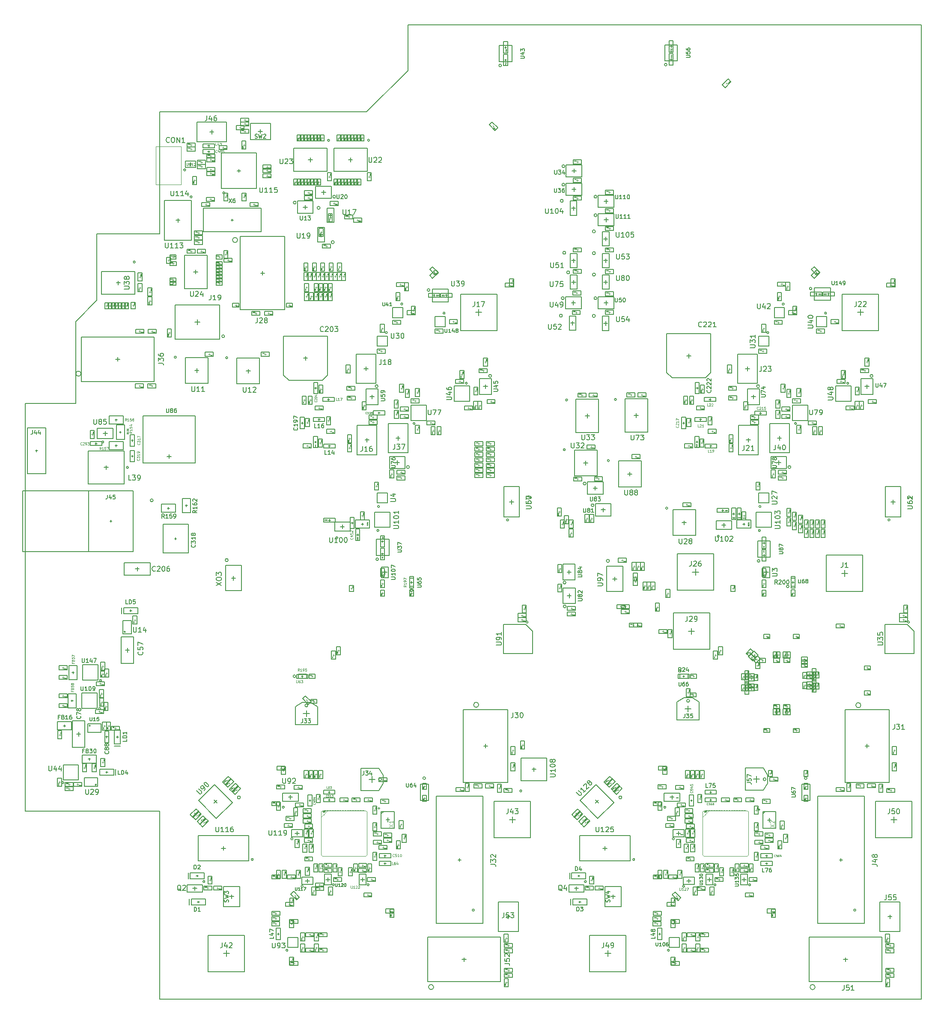
<source format=gbr>
G04 #@! TF.FileFunction,Other,Fab,Top*
%FSLAX46Y46*%
G04 Gerber Fmt 4.6, Leading zero omitted, Abs format (unit mm)*
G04 Created by KiCad (PCBNEW 4.0.7-e2-6376~61~ubuntu18.04.1) date Mon May 30 11:29:29 2022*
%MOMM*%
%LPD*%
G01*
G04 APERTURE LIST*
%ADD10C,0.150000*%
%ADD11C,0.200000*%
%ADD12C,0.050000*%
%ADD13C,0.100000*%
%ADD14C,0.020000*%
%ADD15C,0.030000*%
%ADD16C,0.031750*%
%ADD17C,0.125000*%
%ADD18C,0.175000*%
%ADD19C,0.037500*%
%ADD20C,0.075000*%
G04 APERTURE END LIST*
D10*
D11*
X63390000Y-111490000D02*
X63390000Y-87350000D01*
X50960000Y-111490000D02*
X63390000Y-111490000D01*
X50960000Y-124590000D02*
X50960000Y-111490000D01*
X46770000Y-128780000D02*
X50960000Y-124590000D01*
X46770000Y-145000000D02*
X46770000Y-128780000D01*
X36820000Y-145000000D02*
X46770000Y-145000000D01*
X63390000Y-225550000D02*
X63390000Y-262740000D01*
X36820000Y-225550000D02*
X63390000Y-225550000D01*
X36820000Y-145000000D02*
X36820000Y-225550000D01*
X104330000Y-87350000D02*
X63390000Y-87350000D01*
X112510000Y-79170000D02*
X104330000Y-87350000D01*
X112510000Y-70160000D02*
X112510000Y-79170000D01*
X213990000Y-70160000D02*
X112510000Y-70160000D01*
X213990000Y-262740000D02*
X213990000Y-70160000D01*
X63390000Y-262740000D02*
X213990000Y-262740000D01*
D10*
X193540000Y-247800000D02*
X193540000Y-222620000D01*
X193540000Y-222620000D02*
X202740000Y-222620000D01*
X202740000Y-247800000D02*
X202740000Y-222620000D01*
X193540000Y-247800000D02*
X202740000Y-247800000D01*
X201050000Y-245140000D02*
G75*
G03X201050000Y-245140000I-200000J0D01*
G01*
X198140000Y-235510000D02*
X198140000Y-234910000D01*
X197840000Y-235210000D02*
X198440000Y-235210000D01*
D12*
X76130000Y-94390000D02*
X75730000Y-94390000D01*
X75930000Y-94590000D02*
X75930000Y-94190000D01*
D10*
X76730000Y-94790000D02*
X75130000Y-94790000D01*
X75130000Y-94790000D02*
X75130000Y-93990000D01*
X75130000Y-93990000D02*
X76730000Y-93990000D01*
X76730000Y-93990000D02*
X76730000Y-94790000D01*
X83715000Y-91185000D02*
X82915000Y-91185000D01*
X83315000Y-91585000D02*
X83315000Y-90785000D01*
X85315000Y-92785000D02*
X81315000Y-92785000D01*
X81315000Y-92785000D02*
X81315000Y-89585000D01*
X81315000Y-89585000D02*
X85315000Y-89585000D01*
X85315000Y-89585000D02*
X85315000Y-92785000D01*
D11*
X202062494Y-204630000D02*
G75*
G03X202062494Y-204630000I-502494J0D01*
G01*
D10*
X202910000Y-212690000D02*
X203710000Y-212690000D01*
X203310000Y-212290000D02*
X203310000Y-213090000D01*
D11*
X207710000Y-205490000D02*
X198910000Y-205490000D01*
X207710000Y-205490000D02*
X207710000Y-219890000D01*
X198910000Y-219890000D02*
X207710000Y-219890000D01*
X198910000Y-219890000D02*
X198910000Y-205490000D01*
D13*
X95354365Y-226724245D02*
X96624365Y-225454245D01*
X103447765Y-225454245D02*
X103752565Y-225454245D01*
X103752565Y-225454245D02*
X103752565Y-225441545D01*
X103752565Y-225441545D02*
X103447765Y-225441545D01*
X103447765Y-225441545D02*
X103447765Y-225454245D01*
X102947765Y-225454245D02*
X103252565Y-225454245D01*
X103252565Y-225454245D02*
X103252565Y-225441545D01*
X103252565Y-225441545D02*
X102947765Y-225441545D01*
X102947765Y-225441545D02*
X102947765Y-225454245D01*
X102447765Y-225454245D02*
X102752565Y-225454245D01*
X102752565Y-225454245D02*
X102752565Y-225441545D01*
X102752565Y-225441545D02*
X102447765Y-225441545D01*
X102447765Y-225441545D02*
X102447765Y-225454245D01*
X101947765Y-225454245D02*
X102252565Y-225454245D01*
X102252565Y-225454245D02*
X102252565Y-225441545D01*
X102252565Y-225441545D02*
X101947765Y-225441545D01*
X101947765Y-225441545D02*
X101947765Y-225454245D01*
X101447765Y-225454245D02*
X101752565Y-225454245D01*
X101752565Y-225454245D02*
X101752565Y-225441545D01*
X101752565Y-225441545D02*
X101447765Y-225441545D01*
X101447765Y-225441545D02*
X101447765Y-225454245D01*
X100947765Y-225454245D02*
X101252565Y-225454245D01*
X101252565Y-225454245D02*
X101252565Y-225441545D01*
X101252565Y-225441545D02*
X100947765Y-225441545D01*
X100947765Y-225441545D02*
X100947765Y-225454245D01*
X100447765Y-225454245D02*
X100752565Y-225454245D01*
X100752565Y-225454245D02*
X100752565Y-225441545D01*
X100752565Y-225441545D02*
X100447765Y-225441545D01*
X100447765Y-225441545D02*
X100447765Y-225454245D01*
X99947765Y-225454245D02*
X100252565Y-225454245D01*
X100252565Y-225454245D02*
X100252565Y-225441545D01*
X100252565Y-225441545D02*
X99947765Y-225441545D01*
X99947765Y-225441545D02*
X99947765Y-225454245D01*
X99447765Y-225454245D02*
X99752565Y-225454245D01*
X99752565Y-225454245D02*
X99752565Y-225441545D01*
X99752565Y-225441545D02*
X99447765Y-225441545D01*
X99447765Y-225441545D02*
X99447765Y-225454245D01*
X98947765Y-225454245D02*
X99252565Y-225454245D01*
X99252565Y-225454245D02*
X99252565Y-225441545D01*
X99252565Y-225441545D02*
X98947765Y-225441545D01*
X98947765Y-225441545D02*
X98947765Y-225454245D01*
X98447765Y-225454245D02*
X98752565Y-225454245D01*
X98752565Y-225454245D02*
X98752565Y-225441545D01*
X98752565Y-225441545D02*
X98447765Y-225441545D01*
X98447765Y-225441545D02*
X98447765Y-225454245D01*
X97947765Y-225454245D02*
X98252565Y-225454245D01*
X98252565Y-225454245D02*
X98252565Y-225441545D01*
X98252565Y-225441545D02*
X97947765Y-225441545D01*
X97947765Y-225441545D02*
X97947765Y-225454245D01*
X97447765Y-225454245D02*
X97752565Y-225454245D01*
X97752565Y-225454245D02*
X97752565Y-225441545D01*
X97752565Y-225441545D02*
X97447765Y-225441545D01*
X97447765Y-225441545D02*
X97447765Y-225454245D01*
X96947765Y-225454245D02*
X97252565Y-225454245D01*
X97252565Y-225454245D02*
X97252565Y-225441545D01*
X97252565Y-225441545D02*
X96947765Y-225441545D01*
X96947765Y-225441545D02*
X96947765Y-225454245D01*
X96447765Y-225454245D02*
X96752565Y-225454245D01*
X96752565Y-225454245D02*
X96752565Y-225441545D01*
X96752565Y-225441545D02*
X96447765Y-225441545D01*
X96447765Y-225441545D02*
X96447765Y-225454245D01*
X95947765Y-225454245D02*
X96252565Y-225454245D01*
X96252565Y-225454245D02*
X96252565Y-225441545D01*
X96252565Y-225441545D02*
X95947765Y-225441545D01*
X95947765Y-225441545D02*
X95947765Y-225454245D01*
X95354365Y-226352445D02*
X95354365Y-226047645D01*
X95354365Y-226047645D02*
X95341665Y-226047645D01*
X95341665Y-226047645D02*
X95341665Y-226352445D01*
X95341665Y-226352445D02*
X95354365Y-226352445D01*
X95354365Y-226852445D02*
X95354365Y-226547645D01*
X95354365Y-226547645D02*
X95341665Y-226547645D01*
X95341665Y-226547645D02*
X95341665Y-226852445D01*
X95341665Y-226852445D02*
X95354365Y-226852445D01*
X95354365Y-227352445D02*
X95354365Y-227047645D01*
X95354365Y-227047645D02*
X95341665Y-227047645D01*
X95341665Y-227047645D02*
X95341665Y-227352445D01*
X95341665Y-227352445D02*
X95354365Y-227352445D01*
X95354365Y-227852445D02*
X95354365Y-227547645D01*
X95354365Y-227547645D02*
X95341665Y-227547645D01*
X95341665Y-227547645D02*
X95341665Y-227852445D01*
X95341665Y-227852445D02*
X95354365Y-227852445D01*
X95354365Y-228352445D02*
X95354365Y-228047645D01*
X95354365Y-228047645D02*
X95341665Y-228047645D01*
X95341665Y-228047645D02*
X95341665Y-228352445D01*
X95341665Y-228352445D02*
X95354365Y-228352445D01*
X95354365Y-228852445D02*
X95354365Y-228547645D01*
X95354365Y-228547645D02*
X95341665Y-228547645D01*
X95341665Y-228547645D02*
X95341665Y-228852445D01*
X95341665Y-228852445D02*
X95354365Y-228852445D01*
X95354365Y-229352445D02*
X95354365Y-229047645D01*
X95354365Y-229047645D02*
X95341665Y-229047645D01*
X95341665Y-229047645D02*
X95341665Y-229352445D01*
X95341665Y-229352445D02*
X95354365Y-229352445D01*
X95354365Y-229852445D02*
X95354365Y-229547645D01*
X95354365Y-229547645D02*
X95341665Y-229547645D01*
X95341665Y-229547645D02*
X95341665Y-229852445D01*
X95341665Y-229852445D02*
X95354365Y-229852445D01*
X95354365Y-230352445D02*
X95354365Y-230047645D01*
X95354365Y-230047645D02*
X95341665Y-230047645D01*
X95341665Y-230047645D02*
X95341665Y-230352445D01*
X95341665Y-230352445D02*
X95354365Y-230352445D01*
X95354365Y-230852445D02*
X95354365Y-230547645D01*
X95354365Y-230547645D02*
X95341665Y-230547645D01*
X95341665Y-230547645D02*
X95341665Y-230852445D01*
X95341665Y-230852445D02*
X95354365Y-230852445D01*
X95354365Y-231352445D02*
X95354365Y-231047645D01*
X95354365Y-231047645D02*
X95341665Y-231047645D01*
X95341665Y-231047645D02*
X95341665Y-231352445D01*
X95341665Y-231352445D02*
X95354365Y-231352445D01*
X95354365Y-231852445D02*
X95354365Y-231547645D01*
X95354365Y-231547645D02*
X95341665Y-231547645D01*
X95341665Y-231547645D02*
X95341665Y-231852445D01*
X95341665Y-231852445D02*
X95354365Y-231852445D01*
X95354365Y-232352445D02*
X95354365Y-232047645D01*
X95354365Y-232047645D02*
X95341665Y-232047645D01*
X95341665Y-232047645D02*
X95341665Y-232352445D01*
X95341665Y-232352445D02*
X95354365Y-232352445D01*
X95354365Y-232852445D02*
X95354365Y-232547645D01*
X95354365Y-232547645D02*
X95341665Y-232547645D01*
X95341665Y-232547645D02*
X95341665Y-232852445D01*
X95341665Y-232852445D02*
X95354365Y-232852445D01*
X95354365Y-233352445D02*
X95354365Y-233047645D01*
X95354365Y-233047645D02*
X95341665Y-233047645D01*
X95341665Y-233047645D02*
X95341665Y-233352445D01*
X95341665Y-233352445D02*
X95354365Y-233352445D01*
X95354365Y-233852445D02*
X95354365Y-233547645D01*
X95354365Y-233547645D02*
X95341665Y-233547645D01*
X95341665Y-233547645D02*
X95341665Y-233852445D01*
X95341665Y-233852445D02*
X95354365Y-233852445D01*
X96252565Y-234445845D02*
X95947765Y-234445845D01*
X95947765Y-234445845D02*
X95947765Y-234458545D01*
X95947765Y-234458545D02*
X96252565Y-234458545D01*
X96252565Y-234458545D02*
X96252565Y-234445845D01*
X96752565Y-234445845D02*
X96447765Y-234445845D01*
X96447765Y-234445845D02*
X96447765Y-234458545D01*
X96447765Y-234458545D02*
X96752565Y-234458545D01*
X96752565Y-234458545D02*
X96752565Y-234445845D01*
X97252565Y-234445845D02*
X96947765Y-234445845D01*
X96947765Y-234445845D02*
X96947765Y-234458545D01*
X96947765Y-234458545D02*
X97252565Y-234458545D01*
X97252565Y-234458545D02*
X97252565Y-234445845D01*
X97752565Y-234445845D02*
X97447765Y-234445845D01*
X97447765Y-234445845D02*
X97447765Y-234458545D01*
X97447765Y-234458545D02*
X97752565Y-234458545D01*
X97752565Y-234458545D02*
X97752565Y-234445845D01*
X98252565Y-234445845D02*
X97947765Y-234445845D01*
X97947765Y-234445845D02*
X97947765Y-234458545D01*
X97947765Y-234458545D02*
X98252565Y-234458545D01*
X98252565Y-234458545D02*
X98252565Y-234445845D01*
X98752565Y-234445845D02*
X98447765Y-234445845D01*
X98447765Y-234445845D02*
X98447765Y-234458545D01*
X98447765Y-234458545D02*
X98752565Y-234458545D01*
X98752565Y-234458545D02*
X98752565Y-234445845D01*
X99252565Y-234445845D02*
X98947765Y-234445845D01*
X98947765Y-234445845D02*
X98947765Y-234458545D01*
X98947765Y-234458545D02*
X99252565Y-234458545D01*
X99252565Y-234458545D02*
X99252565Y-234445845D01*
X99752565Y-234445845D02*
X99447765Y-234445845D01*
X99447765Y-234445845D02*
X99447765Y-234458545D01*
X99447765Y-234458545D02*
X99752565Y-234458545D01*
X99752565Y-234458545D02*
X99752565Y-234445845D01*
X100252565Y-234445845D02*
X99947765Y-234445845D01*
X99947765Y-234445845D02*
X99947765Y-234458545D01*
X99947765Y-234458545D02*
X100252565Y-234458545D01*
X100252565Y-234458545D02*
X100252565Y-234445845D01*
X100752565Y-234445845D02*
X100447765Y-234445845D01*
X100447765Y-234445845D02*
X100447765Y-234458545D01*
X100447765Y-234458545D02*
X100752565Y-234458545D01*
X100752565Y-234458545D02*
X100752565Y-234445845D01*
X101252565Y-234445845D02*
X100947765Y-234445845D01*
X100947765Y-234445845D02*
X100947765Y-234458545D01*
X100947765Y-234458545D02*
X101252565Y-234458545D01*
X101252565Y-234458545D02*
X101252565Y-234445845D01*
X101752565Y-234445845D02*
X101447765Y-234445845D01*
X101447765Y-234445845D02*
X101447765Y-234458545D01*
X101447765Y-234458545D02*
X101752565Y-234458545D01*
X101752565Y-234458545D02*
X101752565Y-234445845D01*
X102252565Y-234445845D02*
X101947765Y-234445845D01*
X101947765Y-234445845D02*
X101947765Y-234458545D01*
X101947765Y-234458545D02*
X102252565Y-234458545D01*
X102252565Y-234458545D02*
X102252565Y-234445845D01*
X102752565Y-234445845D02*
X102447765Y-234445845D01*
X102447765Y-234445845D02*
X102447765Y-234458545D01*
X102447765Y-234458545D02*
X102752565Y-234458545D01*
X102752565Y-234458545D02*
X102752565Y-234445845D01*
X103252565Y-234445845D02*
X102947765Y-234445845D01*
X102947765Y-234445845D02*
X102947765Y-234458545D01*
X102947765Y-234458545D02*
X103252565Y-234458545D01*
X103252565Y-234458545D02*
X103252565Y-234445845D01*
X103752565Y-234445845D02*
X103447765Y-234445845D01*
X103447765Y-234445845D02*
X103447765Y-234458545D01*
X103447765Y-234458545D02*
X103752565Y-234458545D01*
X103752565Y-234458545D02*
X103752565Y-234445845D01*
X104345965Y-233547645D02*
X104345965Y-233852445D01*
X104345965Y-233852445D02*
X104358665Y-233852445D01*
X104358665Y-233852445D02*
X104358665Y-233547645D01*
X104358665Y-233547645D02*
X104345965Y-233547645D01*
X104345965Y-233047645D02*
X104345965Y-233352445D01*
X104345965Y-233352445D02*
X104358665Y-233352445D01*
X104358665Y-233352445D02*
X104358665Y-233047645D01*
X104358665Y-233047645D02*
X104345965Y-233047645D01*
X104345965Y-232547645D02*
X104345965Y-232852445D01*
X104345965Y-232852445D02*
X104358665Y-232852445D01*
X104358665Y-232852445D02*
X104358665Y-232547645D01*
X104358665Y-232547645D02*
X104345965Y-232547645D01*
X104345965Y-232047645D02*
X104345965Y-232352445D01*
X104345965Y-232352445D02*
X104358665Y-232352445D01*
X104358665Y-232352445D02*
X104358665Y-232047645D01*
X104358665Y-232047645D02*
X104345965Y-232047645D01*
X104345965Y-231547645D02*
X104345965Y-231852445D01*
X104345965Y-231852445D02*
X104358665Y-231852445D01*
X104358665Y-231852445D02*
X104358665Y-231547645D01*
X104358665Y-231547645D02*
X104345965Y-231547645D01*
X104345965Y-231047645D02*
X104345965Y-231352445D01*
X104345965Y-231352445D02*
X104358665Y-231352445D01*
X104358665Y-231352445D02*
X104358665Y-231047645D01*
X104358665Y-231047645D02*
X104345965Y-231047645D01*
X104345965Y-230547645D02*
X104345965Y-230852445D01*
X104345965Y-230852445D02*
X104358665Y-230852445D01*
X104358665Y-230852445D02*
X104358665Y-230547645D01*
X104358665Y-230547645D02*
X104345965Y-230547645D01*
X104345965Y-230047645D02*
X104345965Y-230352445D01*
X104345965Y-230352445D02*
X104358665Y-230352445D01*
X104358665Y-230352445D02*
X104358665Y-230047645D01*
X104358665Y-230047645D02*
X104345965Y-230047645D01*
X104345965Y-229547645D02*
X104345965Y-229852445D01*
X104345965Y-229852445D02*
X104358665Y-229852445D01*
X104358665Y-229852445D02*
X104358665Y-229547645D01*
X104358665Y-229547645D02*
X104345965Y-229547645D01*
X104345965Y-229047645D02*
X104345965Y-229352445D01*
X104345965Y-229352445D02*
X104358665Y-229352445D01*
X104358665Y-229352445D02*
X104358665Y-229047645D01*
X104358665Y-229047645D02*
X104345965Y-229047645D01*
X104345965Y-228547645D02*
X104345965Y-228852445D01*
X104345965Y-228852445D02*
X104358665Y-228852445D01*
X104358665Y-228852445D02*
X104358665Y-228547645D01*
X104358665Y-228547645D02*
X104345965Y-228547645D01*
X104345965Y-228047645D02*
X104345965Y-228352445D01*
X104345965Y-228352445D02*
X104358665Y-228352445D01*
X104358665Y-228352445D02*
X104358665Y-228047645D01*
X104358665Y-228047645D02*
X104345965Y-228047645D01*
X104345965Y-227547645D02*
X104345965Y-227852445D01*
X104345965Y-227852445D02*
X104358665Y-227852445D01*
X104358665Y-227852445D02*
X104358665Y-227547645D01*
X104358665Y-227547645D02*
X104345965Y-227547645D01*
X104345965Y-227047645D02*
X104345965Y-227352445D01*
X104345965Y-227352445D02*
X104358665Y-227352445D01*
X104358665Y-227352445D02*
X104358665Y-227047645D01*
X104358665Y-227047645D02*
X104345965Y-227047645D01*
X104345965Y-226547645D02*
X104345965Y-226852445D01*
X104345965Y-226852445D02*
X104358665Y-226852445D01*
X104358665Y-226852445D02*
X104358665Y-226547645D01*
X104358665Y-226547645D02*
X104345965Y-226547645D01*
X104345965Y-226047645D02*
X104345965Y-226352445D01*
X104345965Y-226352445D02*
X104358665Y-226352445D01*
X104358665Y-226352445D02*
X104358665Y-226047645D01*
X104358665Y-226047645D02*
X104345965Y-226047645D01*
X95554365Y-234445845D02*
X104145965Y-234445845D01*
X104145965Y-234445845D02*
X104345965Y-234245845D01*
X104345965Y-234245845D02*
X104345965Y-225654245D01*
X104345965Y-225654245D02*
X104145965Y-225454245D01*
X104145965Y-225454245D02*
X95554365Y-225454245D01*
X95554365Y-225454245D02*
X95354365Y-225654245D01*
X95354365Y-225654245D02*
X95354365Y-234245845D01*
X95354365Y-234245845D02*
X95554365Y-234445845D01*
X95900460Y-226327046D02*
X95900460Y-226276246D01*
D10*
X118100000Y-247800000D02*
X118100000Y-222620000D01*
X118100000Y-222620000D02*
X127300000Y-222620000D01*
X127300000Y-247800000D02*
X127300000Y-222620000D01*
X118100000Y-247800000D02*
X127300000Y-247800000D01*
X125610000Y-245140000D02*
G75*
G03X125610000Y-245140000I-200000J0D01*
G01*
X122700000Y-235510000D02*
X122700000Y-234910000D01*
X122400000Y-235210000D02*
X123000000Y-235210000D01*
D12*
X71470000Y-97310000D02*
X71870000Y-97310000D01*
X71670000Y-97110000D02*
X71670000Y-97510000D01*
D10*
X70870000Y-96910000D02*
X72470000Y-96910000D01*
X72470000Y-96910000D02*
X72470000Y-97710000D01*
X72470000Y-97710000D02*
X70870000Y-97710000D01*
X70870000Y-97710000D02*
X70870000Y-96910000D01*
D11*
X126482494Y-204560000D02*
G75*
G03X126482494Y-204560000I-502494J0D01*
G01*
D10*
X127470000Y-212690000D02*
X128270000Y-212690000D01*
X127870000Y-212290000D02*
X127870000Y-213090000D01*
D11*
X132270000Y-205490000D02*
X123470000Y-205490000D01*
X132270000Y-205490000D02*
X132270000Y-219890000D01*
X123470000Y-219890000D02*
X132270000Y-219890000D01*
X123470000Y-219890000D02*
X123470000Y-205490000D01*
X47822494Y-139090000D02*
G75*
G03X47822494Y-139090000I-502494J0D01*
G01*
D10*
X55120000Y-136630000D02*
X55120000Y-135830000D01*
X54720000Y-136230000D02*
X55520000Y-136230000D01*
D11*
X47920000Y-131830000D02*
X47920000Y-140630000D01*
X47920000Y-131830000D02*
X62320000Y-131830000D01*
X62320000Y-140630000D02*
X62320000Y-131830000D01*
X62320000Y-140630000D02*
X47920000Y-140630000D01*
D13*
X62660000Y-101710000D02*
X62660000Y-94210000D01*
X67660000Y-101710000D02*
X62660000Y-101710000D01*
X67660000Y-94210000D02*
X67660000Y-101710000D01*
X62660000Y-94210000D02*
X67660000Y-94210000D01*
X63360000Y-94710000D02*
X63360000Y-101210000D01*
D12*
X132750000Y-121590000D02*
X132350000Y-121590000D01*
X132550000Y-121790000D02*
X132550000Y-121390000D01*
D10*
X133350000Y-121990000D02*
X131750000Y-121990000D01*
X131750000Y-121990000D02*
X131750000Y-121190000D01*
X131750000Y-121190000D02*
X133350000Y-121190000D01*
X133350000Y-121190000D02*
X133350000Y-121990000D01*
X134880000Y-219570000D02*
X139980000Y-219570000D01*
X134880000Y-215070000D02*
X139980000Y-215070000D01*
X139980000Y-219570000D02*
X139980000Y-215070000D01*
X134880000Y-219570000D02*
X134880000Y-215070000D01*
X137430000Y-217720000D02*
X137430000Y-216920000D01*
X137030000Y-217320000D02*
X137830000Y-217320000D01*
X135010000Y-221580000D02*
G75*
G03X135010000Y-221580000I-200000J0D01*
G01*
D12*
X187800000Y-168220000D02*
X187800000Y-168620000D01*
X188000000Y-168420000D02*
X187600000Y-168420000D01*
D10*
X188200000Y-167620000D02*
X188200000Y-169220000D01*
X188200000Y-169220000D02*
X187400000Y-169220000D01*
X187400000Y-169220000D02*
X187400000Y-167620000D01*
X187400000Y-167620000D02*
X188200000Y-167620000D01*
D11*
X117572494Y-260360000D02*
G75*
G03X117572494Y-260360000I-502494J0D01*
G01*
D10*
X123600000Y-255310000D02*
X123600000Y-254510000D01*
X123200000Y-254910000D02*
X124000000Y-254910000D01*
D11*
X116400000Y-250510000D02*
X116400000Y-259310000D01*
X116400000Y-250510000D02*
X130800000Y-250510000D01*
X130800000Y-259310000D02*
X130800000Y-250510000D01*
X130800000Y-259310000D02*
X116400000Y-259310000D01*
D10*
X96520000Y-94550000D02*
X89920000Y-94550000D01*
X96520000Y-99050000D02*
X89920000Y-99050000D01*
X89920000Y-94550000D02*
X89920000Y-99050000D01*
X96520000Y-94550000D02*
X96520000Y-99050000D01*
X93220000Y-96400000D02*
X93220000Y-97200000D01*
X93620000Y-96800000D02*
X92820000Y-96800000D01*
X96990000Y-92960000D02*
G75*
G03X96990000Y-92960000I-200000J0D01*
G01*
D12*
X89740000Y-255660000D02*
X90140000Y-255660000D01*
X89940000Y-255460000D02*
X89940000Y-255860000D01*
D10*
X89140000Y-255260000D02*
X90740000Y-255260000D01*
X90740000Y-255260000D02*
X90740000Y-256060000D01*
X90740000Y-256060000D02*
X89140000Y-256060000D01*
X89140000Y-256060000D02*
X89140000Y-255260000D01*
X87660165Y-223600045D02*
X90860165Y-223600045D01*
X90860165Y-223600045D02*
X90860165Y-222000045D01*
X89660165Y-222800045D02*
X88860165Y-222800045D01*
X89260165Y-223200045D02*
X89260165Y-222400045D01*
X88040165Y-224790045D02*
G75*
G03X88040165Y-224790045I-200000J0D01*
G01*
X87660165Y-223600045D02*
X87660165Y-222000045D01*
X87660165Y-222000045D02*
X90860165Y-222000045D01*
D12*
X92631421Y-203771421D02*
X92348579Y-203488579D01*
X92348579Y-203771421D02*
X92631421Y-203488579D01*
D10*
X92772843Y-204478528D02*
X91641472Y-203347157D01*
X91641472Y-203347157D02*
X92207157Y-202781472D01*
X92207157Y-202781472D02*
X93338528Y-203912843D01*
X93338528Y-203912843D02*
X92772843Y-204478528D01*
X150925000Y-122405000D02*
X152275000Y-122405000D01*
X152275000Y-119555000D02*
X152275000Y-122405000D01*
D11*
X149580000Y-119510000D02*
G75*
G03X149580000Y-119510000I-300000J0D01*
G01*
D10*
X150925000Y-119555000D02*
X152275000Y-119555000D01*
X150925000Y-119555000D02*
X150925000Y-122405000D01*
X151200000Y-120980000D02*
X152000000Y-120980000D01*
X151600000Y-120580000D02*
X151600000Y-121380000D01*
D11*
X182205000Y-170105000D02*
G75*
G03X182205000Y-170105000I-200000J0D01*
G01*
D10*
X181375000Y-169465000D02*
X181375000Y-166465000D01*
X184375000Y-166465000D02*
X184375000Y-169465000D01*
X181375000Y-169465000D02*
X184375000Y-169465000D01*
X184375000Y-166465000D02*
X181375000Y-166465000D01*
X144575000Y-118165000D02*
X145925000Y-118165000D01*
X145925000Y-115315000D02*
X145925000Y-118165000D01*
D11*
X143710000Y-115180000D02*
G75*
G03X143710000Y-115180000I-300000J0D01*
G01*
D10*
X144575000Y-115315000D02*
X145925000Y-115315000D01*
X144575000Y-115315000D02*
X144575000Y-118165000D01*
X144850000Y-116740000D02*
X145650000Y-116740000D01*
X145250000Y-116340000D02*
X145250000Y-117140000D01*
X164880000Y-165990000D02*
X164880000Y-171090000D01*
X169380000Y-165990000D02*
X169380000Y-171090000D01*
X164880000Y-171090000D02*
X169380000Y-171090000D01*
X164880000Y-165990000D02*
X169380000Y-165990000D01*
X166730000Y-168540000D02*
X167530000Y-168540000D01*
X167130000Y-168140000D02*
X167130000Y-168940000D01*
X163880000Y-165680000D02*
G75*
G03X163880000Y-165680000I-200000J0D01*
G01*
X144595000Y-122405000D02*
X145945000Y-122405000D01*
X145945000Y-119555000D02*
X145945000Y-122405000D01*
D11*
X144480000Y-119070000D02*
G75*
G03X144480000Y-119070000I-300000J0D01*
G01*
D10*
X144595000Y-119555000D02*
X145945000Y-119555000D01*
X144595000Y-119555000D02*
X144595000Y-122405000D01*
X144870000Y-120980000D02*
X145670000Y-120980000D01*
X145270000Y-120580000D02*
X145270000Y-121380000D01*
X151430000Y-253720000D02*
X152630000Y-253720000D01*
X152030000Y-253120000D02*
X152030000Y-254320000D01*
X148430000Y-250120000D02*
X155630000Y-250120000D01*
X155630000Y-250120000D02*
X155630000Y-257320000D01*
X155630000Y-257320000D02*
X148430000Y-257320000D01*
X148430000Y-257320000D02*
X148430000Y-250120000D01*
D11*
X193012494Y-260360000D02*
G75*
G03X193012494Y-260360000I-502494J0D01*
G01*
D10*
X199040000Y-255310000D02*
X199040000Y-254510000D01*
X198640000Y-254910000D02*
X199440000Y-254910000D01*
D11*
X191840000Y-250510000D02*
X191840000Y-259310000D01*
X191840000Y-250510000D02*
X206240000Y-250510000D01*
X206240000Y-259310000D02*
X206240000Y-250510000D01*
X206240000Y-259310000D02*
X191840000Y-259310000D01*
D10*
X176490000Y-169910000D02*
X176490000Y-168160000D01*
X173440000Y-168160000D02*
X176490000Y-168160000D01*
X173440000Y-169910000D02*
X173440000Y-168160000D01*
X173440000Y-169910000D02*
X176490000Y-169910000D01*
X174965000Y-169435000D02*
X174965000Y-168635000D01*
X174565000Y-169035000D02*
X175365000Y-169035000D01*
X174065000Y-171235000D02*
G75*
G03X174065000Y-171235000I-200000J0D01*
G01*
X178955000Y-169035000D02*
X178955000Y-168635000D01*
X179155000Y-168835000D02*
X178755000Y-168835000D01*
X180355000Y-169635000D02*
X177555000Y-169635000D01*
X177555000Y-169635000D02*
X177555000Y-168035000D01*
X177555000Y-168035000D02*
X180355000Y-168035000D01*
X180355000Y-168035000D02*
X180355000Y-169635000D01*
D11*
X163685000Y-138915000D02*
X164735000Y-139915000D01*
X172385000Y-138915000D02*
X171335000Y-139915000D01*
X164735000Y-139915000D02*
X171335000Y-139915000D01*
X172385000Y-131215000D02*
X172385000Y-138915000D01*
X163685000Y-131215000D02*
X172385000Y-131215000D01*
X163685000Y-131215000D02*
X163685000Y-138915000D01*
D10*
X167635000Y-135565000D02*
X168435000Y-135565000D01*
X168035000Y-135165000D02*
X168035000Y-135965000D01*
D12*
X208180000Y-121590000D02*
X207780000Y-121590000D01*
X207980000Y-121790000D02*
X207980000Y-121390000D01*
D10*
X208780000Y-121990000D02*
X207180000Y-121990000D01*
X207180000Y-121990000D02*
X207180000Y-121190000D01*
X207180000Y-121190000D02*
X208780000Y-121190000D01*
X208780000Y-121190000D02*
X208780000Y-121990000D01*
D11*
X189050000Y-181150000D02*
X189050000Y-179550000D01*
X188250000Y-179550000D02*
X189050000Y-179550000D01*
X188250000Y-181150000D02*
X188250000Y-179550000D01*
X188250000Y-181150000D02*
X189050000Y-181150000D01*
X187854000Y-181160000D02*
G75*
G03X187854000Y-181160000I-254000J0D01*
G01*
D10*
X190790000Y-221260000D02*
X190790000Y-220060000D01*
X190790000Y-220060000D02*
X191590000Y-220060000D01*
X191590000Y-220060000D02*
X191590000Y-221260000D01*
X191590000Y-221260000D02*
X190790000Y-221260000D01*
D12*
X191190000Y-220860000D02*
X191190000Y-220460000D01*
X191390000Y-220660000D02*
X190990000Y-220660000D01*
D10*
X190790000Y-223610000D02*
X190790000Y-222410000D01*
X190790000Y-222410000D02*
X191590000Y-222410000D01*
X191590000Y-222410000D02*
X191590000Y-223610000D01*
X191590000Y-223610000D02*
X190790000Y-223610000D01*
D12*
X191190000Y-223210000D02*
X191190000Y-222810000D01*
X191390000Y-223010000D02*
X190990000Y-223010000D01*
D11*
X166240000Y-199310000D02*
X167840000Y-199310000D01*
X167840000Y-198510000D02*
X167840000Y-199310000D01*
X166240000Y-198510000D02*
X167840000Y-198510000D01*
X166240000Y-198510000D02*
X166240000Y-199310000D01*
X166534000Y-197860000D02*
G75*
G03X166534000Y-197860000I-254000J0D01*
G01*
D10*
X106918279Y-225040045D02*
G75*
G03X106918279Y-225040045I-158114J0D01*
G01*
X108160165Y-227290045D02*
X108860165Y-227290045D01*
X108510165Y-226890045D02*
X108510165Y-227690045D01*
X107210165Y-226090045D02*
X107660165Y-225640045D01*
X107210165Y-228940045D02*
X109810165Y-228940045D01*
X109810165Y-225640045D02*
X107210165Y-225640045D01*
X107210165Y-228940045D02*
X107210165Y-225640045D01*
X109810165Y-228940045D02*
X109810165Y-225640045D01*
X182870000Y-209230000D02*
X184070000Y-209230000D01*
X184070000Y-209230000D02*
X184070000Y-210030000D01*
X184070000Y-210030000D02*
X182870000Y-210030000D01*
X182870000Y-210030000D02*
X182870000Y-209230000D01*
D12*
X183270000Y-209630000D02*
X183670000Y-209630000D01*
X183470000Y-209830000D02*
X183470000Y-209430000D01*
D10*
X191500000Y-197130000D02*
X190300000Y-197130000D01*
X190300000Y-197130000D02*
X190300000Y-196330000D01*
X190300000Y-196330000D02*
X191500000Y-196330000D01*
X191500000Y-196330000D02*
X191500000Y-197130000D01*
D12*
X191100000Y-196730000D02*
X190700000Y-196730000D01*
X190900000Y-196530000D02*
X190900000Y-196930000D01*
D10*
X191500000Y-196520000D02*
X190300000Y-196520000D01*
X190300000Y-196520000D02*
X190300000Y-195720000D01*
X190300000Y-195720000D02*
X191500000Y-195720000D01*
X191500000Y-195720000D02*
X191500000Y-196520000D01*
D12*
X191100000Y-196120000D02*
X190700000Y-196120000D01*
X190900000Y-195920000D02*
X190900000Y-196320000D01*
D10*
X191500000Y-195930000D02*
X190300000Y-195930000D01*
X190300000Y-195930000D02*
X190300000Y-195130000D01*
X190300000Y-195130000D02*
X191500000Y-195130000D01*
X191500000Y-195130000D02*
X191500000Y-195930000D01*
D12*
X191100000Y-195530000D02*
X190700000Y-195530000D01*
X190900000Y-195330000D02*
X190900000Y-195730000D01*
D10*
X180732893Y-195701421D02*
X181581421Y-194852893D01*
X181581421Y-194852893D02*
X182147107Y-195418579D01*
X182147107Y-195418579D02*
X181298579Y-196267107D01*
X181298579Y-196267107D02*
X180732893Y-195701421D01*
D12*
X181298579Y-195701421D02*
X181581421Y-195418579D01*
X181581421Y-195701421D02*
X181298579Y-195418579D01*
D10*
X182060000Y-196190000D02*
X182060000Y-197390000D01*
X182060000Y-197390000D02*
X181260000Y-197390000D01*
X181260000Y-197390000D02*
X181260000Y-196190000D01*
X181260000Y-196190000D02*
X182060000Y-196190000D01*
D12*
X181660000Y-196590000D02*
X181660000Y-196990000D01*
X181460000Y-196790000D02*
X181860000Y-196790000D01*
D10*
X182020000Y-195390000D02*
X183220000Y-195390000D01*
X183220000Y-195390000D02*
X183220000Y-196190000D01*
X183220000Y-196190000D02*
X182020000Y-196190000D01*
X182020000Y-196190000D02*
X182020000Y-195390000D01*
D12*
X182420000Y-195790000D02*
X182820000Y-195790000D01*
X182620000Y-195990000D02*
X182620000Y-195590000D01*
D10*
X192400000Y-201430000D02*
X192400000Y-200230000D01*
X192400000Y-200230000D02*
X193200000Y-200230000D01*
X193200000Y-200230000D02*
X193200000Y-201430000D01*
X193200000Y-201430000D02*
X192400000Y-201430000D01*
D12*
X192800000Y-201030000D02*
X192800000Y-200630000D01*
X193000000Y-200830000D02*
X192600000Y-200830000D01*
D10*
X192400000Y-199230000D02*
X192400000Y-198030000D01*
X192400000Y-198030000D02*
X193200000Y-198030000D01*
X193200000Y-198030000D02*
X193200000Y-199230000D01*
X193200000Y-199230000D02*
X192400000Y-199230000D01*
D12*
X192800000Y-198830000D02*
X192800000Y-198430000D01*
X193000000Y-198630000D02*
X192600000Y-198630000D01*
D10*
X192400000Y-202030000D02*
X192400000Y-200830000D01*
X192400000Y-200830000D02*
X193200000Y-200830000D01*
X193200000Y-200830000D02*
X193200000Y-202030000D01*
X193200000Y-202030000D02*
X192400000Y-202030000D01*
D12*
X192800000Y-201630000D02*
X192800000Y-201230000D01*
X193000000Y-201430000D02*
X192600000Y-201430000D01*
D10*
X192400000Y-200830000D02*
X192400000Y-199630000D01*
X192400000Y-199630000D02*
X193200000Y-199630000D01*
X193200000Y-199630000D02*
X193200000Y-200830000D01*
X193200000Y-200830000D02*
X192400000Y-200830000D01*
D12*
X192800000Y-200430000D02*
X192800000Y-200030000D01*
X193000000Y-200230000D02*
X192600000Y-200230000D01*
D10*
X192400000Y-199830000D02*
X192400000Y-198630000D01*
X192400000Y-198630000D02*
X193200000Y-198630000D01*
X193200000Y-198630000D02*
X193200000Y-199830000D01*
X193200000Y-199830000D02*
X192400000Y-199830000D01*
D12*
X192800000Y-199430000D02*
X192800000Y-199030000D01*
X193000000Y-199230000D02*
X192600000Y-199230000D01*
D10*
X192400000Y-198620000D02*
X192400000Y-197420000D01*
X192400000Y-197420000D02*
X193200000Y-197420000D01*
X193200000Y-197420000D02*
X193200000Y-198620000D01*
X193200000Y-198620000D02*
X192400000Y-198620000D01*
D12*
X192800000Y-198220000D02*
X192800000Y-197820000D01*
X193000000Y-198020000D02*
X192600000Y-198020000D01*
D10*
X192510000Y-201430000D02*
X191310000Y-201430000D01*
X191310000Y-201430000D02*
X191310000Y-200630000D01*
X191310000Y-200630000D02*
X192510000Y-200630000D01*
X192510000Y-200630000D02*
X192510000Y-201430000D01*
D12*
X192110000Y-201030000D02*
X191710000Y-201030000D01*
X191910000Y-200830000D02*
X191910000Y-201230000D01*
D10*
X192500000Y-200830000D02*
X191300000Y-200830000D01*
X191300000Y-200830000D02*
X191300000Y-200030000D01*
X191300000Y-200030000D02*
X192500000Y-200030000D01*
X192500000Y-200030000D02*
X192500000Y-200830000D01*
D12*
X192100000Y-200430000D02*
X191700000Y-200430000D01*
X191900000Y-200230000D02*
X191900000Y-200630000D01*
D10*
X192500000Y-199430000D02*
X191300000Y-199430000D01*
X191300000Y-199430000D02*
X191300000Y-198630000D01*
X191300000Y-198630000D02*
X192500000Y-198630000D01*
X192500000Y-198630000D02*
X192500000Y-199430000D01*
D12*
X192100000Y-199030000D02*
X191700000Y-199030000D01*
X191900000Y-198830000D02*
X191900000Y-199230000D01*
D10*
X192500000Y-198830000D02*
X191300000Y-198830000D01*
X191300000Y-198830000D02*
X191300000Y-198030000D01*
X191300000Y-198030000D02*
X192500000Y-198030000D01*
X192500000Y-198030000D02*
X192500000Y-198830000D01*
D12*
X192100000Y-198430000D02*
X191700000Y-198430000D01*
X191900000Y-198230000D02*
X191900000Y-198630000D01*
D10*
X190600000Y-201330000D02*
X190600000Y-200130000D01*
X190600000Y-200130000D02*
X191400000Y-200130000D01*
X191400000Y-200130000D02*
X191400000Y-201330000D01*
X191400000Y-201330000D02*
X190600000Y-201330000D01*
D12*
X191000000Y-200930000D02*
X191000000Y-200530000D01*
X191200000Y-200730000D02*
X190800000Y-200730000D01*
D10*
X186800000Y-204470000D02*
X188000000Y-204470000D01*
X188000000Y-204470000D02*
X188000000Y-205270000D01*
X188000000Y-205270000D02*
X186800000Y-205270000D01*
X186800000Y-205270000D02*
X186800000Y-204470000D01*
D12*
X187200000Y-204870000D02*
X187600000Y-204870000D01*
X187400000Y-205070000D02*
X187400000Y-204670000D01*
D10*
X188010000Y-196190000D02*
X186810000Y-196190000D01*
X186810000Y-196190000D02*
X186810000Y-195390000D01*
X186810000Y-195390000D02*
X188010000Y-195390000D01*
X188010000Y-195390000D02*
X188010000Y-196190000D01*
D12*
X187610000Y-195790000D02*
X187210000Y-195790000D01*
X187410000Y-195590000D02*
X187410000Y-195990000D01*
D10*
X184800000Y-204460000D02*
X186000000Y-204460000D01*
X186000000Y-204460000D02*
X186000000Y-205260000D01*
X186000000Y-205260000D02*
X184800000Y-205260000D01*
X184800000Y-205260000D02*
X184800000Y-204460000D01*
D12*
X185200000Y-204860000D02*
X185600000Y-204860000D01*
X185400000Y-205060000D02*
X185400000Y-204660000D01*
D10*
X186005000Y-196190000D02*
X184805000Y-196190000D01*
X184805000Y-196190000D02*
X184805000Y-195390000D01*
X184805000Y-195390000D02*
X186005000Y-195390000D01*
X186005000Y-195390000D02*
X186005000Y-196190000D01*
D12*
X185605000Y-195790000D02*
X185205000Y-195790000D01*
X185405000Y-195590000D02*
X185405000Y-195990000D01*
D10*
X185300000Y-195295000D02*
X185300000Y-194095000D01*
X185300000Y-194095000D02*
X186100000Y-194095000D01*
X186100000Y-194095000D02*
X186100000Y-195295000D01*
X186100000Y-195295000D02*
X185300000Y-195295000D01*
D12*
X185700000Y-194895000D02*
X185700000Y-194495000D01*
X185900000Y-194695000D02*
X185500000Y-194695000D01*
D10*
X184710000Y-195295000D02*
X184710000Y-194095000D01*
X184710000Y-194095000D02*
X185510000Y-194095000D01*
X185510000Y-194095000D02*
X185510000Y-195295000D01*
X185510000Y-195295000D02*
X184710000Y-195295000D01*
D12*
X185110000Y-194895000D02*
X185110000Y-194495000D01*
X185310000Y-194695000D02*
X184910000Y-194695000D01*
D10*
X185510000Y-205350000D02*
X185510000Y-206550000D01*
X185510000Y-206550000D02*
X184710000Y-206550000D01*
X184710000Y-206550000D02*
X184710000Y-205350000D01*
X184710000Y-205350000D02*
X185510000Y-205350000D01*
D12*
X185110000Y-205750000D02*
X185110000Y-206150000D01*
X184910000Y-205950000D02*
X185310000Y-205950000D01*
D10*
X186100000Y-205360000D02*
X186100000Y-206560000D01*
X186100000Y-206560000D02*
X185300000Y-206560000D01*
X185300000Y-206560000D02*
X185300000Y-205360000D01*
X185300000Y-205360000D02*
X186100000Y-205360000D01*
D12*
X185700000Y-205760000D02*
X185700000Y-206160000D01*
X185500000Y-205960000D02*
X185900000Y-205960000D01*
D10*
X187500000Y-205360000D02*
X187500000Y-206560000D01*
X187500000Y-206560000D02*
X186700000Y-206560000D01*
X186700000Y-206560000D02*
X186700000Y-205360000D01*
X186700000Y-205360000D02*
X187500000Y-205360000D01*
D12*
X187100000Y-205760000D02*
X187100000Y-206160000D01*
X186900000Y-205960000D02*
X187300000Y-205960000D01*
D10*
X188100000Y-205360000D02*
X188100000Y-206560000D01*
X188100000Y-206560000D02*
X187300000Y-206560000D01*
X187300000Y-206560000D02*
X187300000Y-205360000D01*
X187300000Y-205360000D02*
X188100000Y-205360000D01*
D12*
X187700000Y-205760000D02*
X187700000Y-206160000D01*
X187500000Y-205960000D02*
X187900000Y-205960000D01*
D10*
X187290000Y-195300000D02*
X187290000Y-194100000D01*
X187290000Y-194100000D02*
X188090000Y-194100000D01*
X188090000Y-194100000D02*
X188090000Y-195300000D01*
X188090000Y-195300000D02*
X187290000Y-195300000D01*
D12*
X187690000Y-194900000D02*
X187690000Y-194500000D01*
X187890000Y-194700000D02*
X187490000Y-194700000D01*
D10*
X186700000Y-195290000D02*
X186700000Y-194090000D01*
X186700000Y-194090000D02*
X187500000Y-194090000D01*
X187500000Y-194090000D02*
X187500000Y-195290000D01*
X187500000Y-195290000D02*
X186700000Y-195290000D01*
D12*
X187100000Y-194890000D02*
X187100000Y-194490000D01*
X187300000Y-194690000D02*
X186900000Y-194690000D01*
D10*
X184075000Y-191430000D02*
X182875000Y-191430000D01*
X182875000Y-191430000D02*
X182875000Y-190630000D01*
X182875000Y-190630000D02*
X184075000Y-190630000D01*
X184075000Y-190630000D02*
X184075000Y-191430000D01*
D12*
X183675000Y-191030000D02*
X183275000Y-191030000D01*
X183475000Y-190830000D02*
X183475000Y-191230000D01*
D10*
X189930000Y-191430000D02*
X188730000Y-191430000D01*
X188730000Y-191430000D02*
X188730000Y-190630000D01*
X188730000Y-190630000D02*
X189930000Y-190630000D01*
X189930000Y-190630000D02*
X189930000Y-191430000D01*
D12*
X189530000Y-191030000D02*
X189130000Y-191030000D01*
X189330000Y-190830000D02*
X189330000Y-191230000D01*
D10*
X188730000Y-209220000D02*
X189930000Y-209220000D01*
X189930000Y-209220000D02*
X189930000Y-210020000D01*
X189930000Y-210020000D02*
X188730000Y-210020000D01*
X188730000Y-210020000D02*
X188730000Y-209220000D01*
D12*
X189130000Y-209620000D02*
X189530000Y-209620000D01*
X189330000Y-209820000D02*
X189330000Y-209420000D01*
D10*
X193810000Y-200230000D02*
X193810000Y-201430000D01*
X193810000Y-201430000D02*
X193010000Y-201430000D01*
X193010000Y-201430000D02*
X193010000Y-200230000D01*
X193010000Y-200230000D02*
X193810000Y-200230000D01*
D12*
X193410000Y-200630000D02*
X193410000Y-201030000D01*
X193210000Y-200830000D02*
X193610000Y-200830000D01*
D10*
X193800000Y-198030000D02*
X193800000Y-199230000D01*
X193800000Y-199230000D02*
X193000000Y-199230000D01*
X193000000Y-199230000D02*
X193000000Y-198030000D01*
X193000000Y-198030000D02*
X193800000Y-198030000D01*
D12*
X193400000Y-198430000D02*
X193400000Y-198830000D01*
X193200000Y-198630000D02*
X193600000Y-198630000D01*
D10*
X179402893Y-194381421D02*
X180251421Y-193532893D01*
X180251421Y-193532893D02*
X180817107Y-194098579D01*
X180817107Y-194098579D02*
X179968579Y-194947107D01*
X179968579Y-194947107D02*
X179402893Y-194381421D01*
D12*
X179968579Y-194381421D02*
X180251421Y-194098579D01*
X180251421Y-194381421D02*
X179968579Y-194098579D01*
D10*
X180641421Y-195867107D02*
X179792893Y-195018579D01*
X179792893Y-195018579D02*
X180358579Y-194452893D01*
X180358579Y-194452893D02*
X181207107Y-195301421D01*
X181207107Y-195301421D02*
X180641421Y-195867107D01*
D12*
X180641421Y-195301421D02*
X180358579Y-195018579D01*
X180641421Y-195018579D02*
X180358579Y-195301421D01*
D10*
X181171421Y-195327107D02*
X180322893Y-194478579D01*
X180322893Y-194478579D02*
X180888579Y-193912893D01*
X180888579Y-193912893D02*
X181737107Y-194761421D01*
X181737107Y-194761421D02*
X181171421Y-195327107D01*
D12*
X181171421Y-194761421D02*
X180888579Y-194478579D01*
X181171421Y-194478579D02*
X180888579Y-194761421D01*
D10*
X190600000Y-199330000D02*
X190600000Y-198130000D01*
X190600000Y-198130000D02*
X191400000Y-198130000D01*
X191400000Y-198130000D02*
X191400000Y-199330000D01*
X191400000Y-199330000D02*
X190600000Y-199330000D01*
D12*
X191000000Y-198930000D02*
X191000000Y-198530000D01*
X191200000Y-198730000D02*
X190800000Y-198730000D01*
X91000165Y-220900045D02*
X90600165Y-220900045D01*
X90800165Y-221100045D02*
X90800165Y-220700045D01*
D10*
X91600165Y-221300045D02*
X90000165Y-221300045D01*
X90000165Y-221300045D02*
X90000165Y-220500045D01*
X90000165Y-220500045D02*
X91600165Y-220500045D01*
X91600165Y-220500045D02*
X91600165Y-221300045D01*
D12*
X90321421Y-242441421D02*
X90038579Y-242158579D01*
X90038579Y-242441421D02*
X90321421Y-242158579D01*
D10*
X90462843Y-243148528D02*
X89331472Y-242017157D01*
X89331472Y-242017157D02*
X89897157Y-241451472D01*
X89897157Y-241451472D02*
X91028528Y-242582843D01*
X91028528Y-242582843D02*
X90462843Y-243148528D01*
D12*
X89040165Y-228420045D02*
X88640165Y-228420045D01*
X88840165Y-228620045D02*
X88840165Y-228220045D01*
D10*
X89640165Y-228820045D02*
X88040165Y-228820045D01*
X88040165Y-228820045D02*
X88040165Y-228020045D01*
X88040165Y-228020045D02*
X89640165Y-228020045D01*
X89640165Y-228020045D02*
X89640165Y-228820045D01*
D12*
X90570165Y-231770045D02*
X90570165Y-232170045D01*
X90770165Y-231970045D02*
X90370165Y-231970045D01*
D10*
X90970165Y-231170045D02*
X90970165Y-232770045D01*
X90970165Y-232770045D02*
X90170165Y-232770045D01*
X90170165Y-232770045D02*
X90170165Y-231170045D01*
X90170165Y-231170045D02*
X90970165Y-231170045D01*
D12*
X98370165Y-239090045D02*
X98770165Y-239090045D01*
X98570165Y-238890045D02*
X98570165Y-239290045D01*
D10*
X97770165Y-238690045D02*
X99370165Y-238690045D01*
X99370165Y-238690045D02*
X99370165Y-239490045D01*
X99370165Y-239490045D02*
X97770165Y-239490045D01*
X97770165Y-239490045D02*
X97770165Y-238690045D01*
D12*
X92350165Y-229750045D02*
X92350165Y-230150045D01*
X92550165Y-229950045D02*
X92150165Y-229950045D01*
D10*
X92750165Y-229150045D02*
X92750165Y-230750045D01*
X92750165Y-230750045D02*
X91950165Y-230750045D01*
X91950165Y-230750045D02*
X91950165Y-229150045D01*
X91950165Y-229150045D02*
X92750165Y-229150045D01*
D12*
X93360165Y-232670045D02*
X93360165Y-233070045D01*
X93560165Y-232870045D02*
X93160165Y-232870045D01*
D10*
X93760165Y-232070045D02*
X93760165Y-233670045D01*
X93760165Y-233670045D02*
X92960165Y-233670045D01*
X92960165Y-233670045D02*
X92960165Y-232070045D01*
X92960165Y-232070045D02*
X93760165Y-232070045D01*
D12*
X96470165Y-237310045D02*
X96870165Y-237310045D01*
X96670165Y-237110045D02*
X96670165Y-237510045D01*
D10*
X95870165Y-236910045D02*
X97470165Y-236910045D01*
X97470165Y-236910045D02*
X97470165Y-237710045D01*
X97470165Y-237710045D02*
X95870165Y-237710045D01*
X95870165Y-237710045D02*
X95870165Y-236910045D01*
X93110165Y-223270045D02*
X93110165Y-223670045D01*
X93310165Y-223470045D02*
X92910165Y-223470045D01*
X93510165Y-222343045D02*
X93510165Y-224597045D01*
X93510165Y-224597045D02*
X92710165Y-224597045D01*
X92710165Y-224597045D02*
X92710165Y-222343045D01*
X92710165Y-222343045D02*
X93510165Y-222343045D01*
D12*
X92800165Y-226520045D02*
X92400165Y-226520045D01*
X92600165Y-226720045D02*
X92600165Y-226320045D01*
D10*
X93400165Y-226920045D02*
X91800165Y-226920045D01*
X91800165Y-226920045D02*
X91800165Y-226120045D01*
X91800165Y-226120045D02*
X93400165Y-226120045D01*
X93400165Y-226120045D02*
X93400165Y-226920045D01*
D12*
X92400165Y-225500045D02*
X92800165Y-225500045D01*
X92600165Y-225300045D02*
X92600165Y-225700045D01*
D10*
X91800165Y-225100045D02*
X93400165Y-225100045D01*
X93400165Y-225100045D02*
X93400165Y-225900045D01*
X93400165Y-225900045D02*
X91800165Y-225900045D01*
X91800165Y-225900045D02*
X91800165Y-225100045D01*
D12*
X92800165Y-227530045D02*
X92400165Y-227530045D01*
X92600165Y-227730045D02*
X92600165Y-227330045D01*
D10*
X93400165Y-227930045D02*
X91800165Y-227930045D01*
X91800165Y-227930045D02*
X91800165Y-227130045D01*
X91800165Y-227130045D02*
X93400165Y-227130045D01*
X93400165Y-227130045D02*
X93400165Y-227930045D01*
D12*
X94260165Y-236610045D02*
X94260165Y-237010045D01*
X94460165Y-236810045D02*
X94060165Y-236810045D01*
D10*
X94660165Y-236010045D02*
X94660165Y-237610045D01*
X94660165Y-237610045D02*
X93860165Y-237610045D01*
X93860165Y-237610045D02*
X93860165Y-236010045D01*
X93860165Y-236010045D02*
X94660165Y-236010045D01*
D12*
X100040165Y-223340045D02*
X99640165Y-223340045D01*
X99840165Y-223540045D02*
X99840165Y-223140045D01*
D10*
X100640165Y-223740045D02*
X99040165Y-223740045D01*
X99040165Y-223740045D02*
X99040165Y-222940045D01*
X99040165Y-222940045D02*
X100640165Y-222940045D01*
X100640165Y-222940045D02*
X100640165Y-223740045D01*
D12*
X99080165Y-237370045D02*
X99080165Y-237770045D01*
X99280165Y-237570045D02*
X98880165Y-237570045D01*
D10*
X99480165Y-236770045D02*
X99480165Y-238370045D01*
X99480165Y-238370045D02*
X98680165Y-238370045D01*
X98680165Y-238370045D02*
X98680165Y-236770045D01*
X98680165Y-236770045D02*
X99480165Y-236770045D01*
D12*
X101120165Y-237370045D02*
X101120165Y-237770045D01*
X101320165Y-237570045D02*
X100920165Y-237570045D01*
D10*
X101520165Y-236770045D02*
X101520165Y-238370045D01*
X101520165Y-238370045D02*
X100720165Y-238370045D01*
X100720165Y-238370045D02*
X100720165Y-236770045D01*
X100720165Y-236770045D02*
X101520165Y-236770045D01*
D12*
X105940165Y-228480045D02*
X105940165Y-228880045D01*
X106140165Y-228680045D02*
X105740165Y-228680045D01*
D10*
X106340165Y-227880045D02*
X106340165Y-229480045D01*
X106340165Y-229480045D02*
X105540165Y-229480045D01*
X105540165Y-229480045D02*
X105540165Y-227880045D01*
X105540165Y-227880045D02*
X106340165Y-227880045D01*
D12*
X106250165Y-230070045D02*
X106650165Y-230070045D01*
X106450165Y-229870045D02*
X106450165Y-230270045D01*
D10*
X105650165Y-229670045D02*
X107250165Y-229670045D01*
X107250165Y-229670045D02*
X107250165Y-230470045D01*
X107250165Y-230470045D02*
X105650165Y-230470045D01*
X105650165Y-230470045D02*
X105650165Y-229670045D01*
D12*
X106650165Y-231720045D02*
X106250165Y-231720045D01*
X106450165Y-231920045D02*
X106450165Y-231520045D01*
D10*
X107250165Y-232120045D02*
X105650165Y-232120045D01*
X105650165Y-232120045D02*
X105650165Y-231320045D01*
X105650165Y-231320045D02*
X107250165Y-231320045D01*
X107250165Y-231320045D02*
X107250165Y-232120045D01*
D12*
X105940165Y-234320045D02*
X105940165Y-234720045D01*
X106140165Y-234520045D02*
X105740165Y-234520045D01*
D10*
X106340165Y-233720045D02*
X106340165Y-235320045D01*
X106340165Y-235320045D02*
X105540165Y-235320045D01*
X105540165Y-235320045D02*
X105540165Y-233720045D01*
X105540165Y-233720045D02*
X106340165Y-233720045D01*
D12*
X105940165Y-225180045D02*
X105940165Y-225580045D01*
X106140165Y-225380045D02*
X105740165Y-225380045D01*
D10*
X106340165Y-224580045D02*
X106340165Y-226180045D01*
X106340165Y-226180045D02*
X105540165Y-226180045D01*
X105540165Y-226180045D02*
X105540165Y-224580045D01*
X105540165Y-224580045D02*
X106340165Y-224580045D01*
D12*
X103720165Y-237310045D02*
X103320165Y-237310045D01*
X103520165Y-237510045D02*
X103520165Y-237110045D01*
D10*
X104320165Y-237710045D02*
X102720165Y-237710045D01*
X102720165Y-237710045D02*
X102720165Y-236910045D01*
X102720165Y-236910045D02*
X104320165Y-236910045D01*
X104320165Y-236910045D02*
X104320165Y-237710045D01*
D12*
X107790165Y-232740045D02*
X107390165Y-232740045D01*
X107590165Y-232940045D02*
X107590165Y-232540045D01*
D10*
X108390165Y-233140045D02*
X106790165Y-233140045D01*
X106790165Y-233140045D02*
X106790165Y-232340045D01*
X106790165Y-232340045D02*
X108390165Y-232340045D01*
X108390165Y-232340045D02*
X108390165Y-233140045D01*
D12*
X94760165Y-222890045D02*
X94760165Y-223290045D01*
X94960165Y-223090045D02*
X94560165Y-223090045D01*
D10*
X95160165Y-222290045D02*
X95160165Y-223890045D01*
X95160165Y-223890045D02*
X94360165Y-223890045D01*
X94360165Y-223890045D02*
X94360165Y-222290045D01*
X94360165Y-222290045D02*
X95160165Y-222290045D01*
X108170165Y-234400045D02*
X107770165Y-234400045D01*
X107970165Y-234600045D02*
X107970165Y-234200045D01*
X109097165Y-234800045D02*
X106843165Y-234800045D01*
X106843165Y-234800045D02*
X106843165Y-234000045D01*
X106843165Y-234000045D02*
X109097165Y-234000045D01*
X109097165Y-234000045D02*
X109097165Y-234800045D01*
D12*
X105500165Y-239090045D02*
X105100165Y-239090045D01*
X105300165Y-239290045D02*
X105300165Y-238890045D01*
D10*
X106100165Y-239490045D02*
X104500165Y-239490045D01*
X104500165Y-239490045D02*
X104500165Y-238690045D01*
X104500165Y-238690045D02*
X106100165Y-238690045D01*
X106100165Y-238690045D02*
X106100165Y-239490045D01*
X97120165Y-223360045D02*
X96720165Y-223360045D01*
X96920165Y-223560045D02*
X96920165Y-223160045D01*
X98047165Y-223760045D02*
X95793165Y-223760045D01*
X95793165Y-223760045D02*
X95793165Y-222960045D01*
X95793165Y-222960045D02*
X98047165Y-222960045D01*
X98047165Y-222960045D02*
X98047165Y-223760045D01*
D12*
X107720165Y-223620045D02*
X108120165Y-223620045D01*
X107920165Y-223420045D02*
X107920165Y-223820045D01*
D10*
X107120165Y-223220045D02*
X108720165Y-223220045D01*
X108720165Y-223220045D02*
X108720165Y-224020045D01*
X108720165Y-224020045D02*
X107120165Y-224020045D01*
X107120165Y-224020045D02*
X107120165Y-223220045D01*
D12*
X108280165Y-230330045D02*
X108680165Y-230330045D01*
X108480165Y-230130045D02*
X108480165Y-230530045D01*
D10*
X107680165Y-229930045D02*
X109280165Y-229930045D01*
X109280165Y-229930045D02*
X109280165Y-230730045D01*
X109280165Y-230730045D02*
X107680165Y-230730045D01*
X107680165Y-230730045D02*
X107680165Y-229930045D01*
D12*
X104750165Y-242140045D02*
X104350165Y-242140045D01*
X104550165Y-242340045D02*
X104550165Y-241940045D01*
D10*
X105350165Y-242540045D02*
X103750165Y-242540045D01*
X103750165Y-242540045D02*
X103750165Y-241740045D01*
X103750165Y-241740045D02*
X105350165Y-241740045D01*
X105350165Y-241740045D02*
X105350165Y-242540045D01*
D12*
X92090165Y-232670045D02*
X92090165Y-233070045D01*
X92290165Y-232870045D02*
X91890165Y-232870045D01*
D10*
X92490165Y-232070045D02*
X92490165Y-233670045D01*
X92490165Y-233670045D02*
X91690165Y-233670045D01*
X91690165Y-233670045D02*
X91690165Y-232070045D01*
X91690165Y-232070045D02*
X92490165Y-232070045D01*
D12*
X93060165Y-228550045D02*
X92660165Y-228550045D01*
X92860165Y-228750045D02*
X92860165Y-228350045D01*
D10*
X93660165Y-228950045D02*
X92060165Y-228950045D01*
X92060165Y-228950045D02*
X92060165Y-228150045D01*
X92060165Y-228150045D02*
X93660165Y-228150045D01*
X93660165Y-228150045D02*
X93660165Y-228950045D01*
D12*
X93370165Y-229750045D02*
X93370165Y-230150045D01*
X93570165Y-229950045D02*
X93170165Y-229950045D01*
D10*
X93770165Y-229150045D02*
X93770165Y-230750045D01*
X93770165Y-230750045D02*
X92970165Y-230750045D01*
X92970165Y-230750045D02*
X92970165Y-229150045D01*
X92970165Y-229150045D02*
X93770165Y-229150045D01*
D12*
X95270165Y-236600045D02*
X95270165Y-237000045D01*
X95470165Y-236800045D02*
X95070165Y-236800045D01*
D10*
X95670165Y-236000045D02*
X95670165Y-237600045D01*
X95670165Y-237600045D02*
X94870165Y-237600045D01*
X94870165Y-237600045D02*
X94870165Y-236000045D01*
X94870165Y-236000045D02*
X95670165Y-236000045D01*
D12*
X98060165Y-236610045D02*
X98060165Y-237010045D01*
X98260165Y-236810045D02*
X97860165Y-236810045D01*
D10*
X98460165Y-236010045D02*
X98460165Y-237610045D01*
X98460165Y-237610045D02*
X97660165Y-237610045D01*
X97660165Y-237610045D02*
X97660165Y-236010045D01*
X97660165Y-236010045D02*
X98460165Y-236010045D01*
D12*
X96470165Y-236300045D02*
X96870165Y-236300045D01*
X96670165Y-236100045D02*
X96670165Y-236500045D01*
D10*
X95870165Y-235900045D02*
X97470165Y-235900045D01*
X97470165Y-235900045D02*
X97470165Y-236700045D01*
X97470165Y-236700045D02*
X95870165Y-236700045D01*
X95870165Y-236700045D02*
X95870165Y-235900045D01*
D12*
X103730165Y-236300045D02*
X103330165Y-236300045D01*
X103530165Y-236500045D02*
X103530165Y-236100045D01*
D10*
X104330165Y-236700045D02*
X102730165Y-236700045D01*
X102730165Y-236700045D02*
X102730165Y-235900045D01*
X102730165Y-235900045D02*
X104330165Y-235900045D01*
X104330165Y-235900045D02*
X104330165Y-236700045D01*
D12*
X104920165Y-237000045D02*
X104920165Y-236600045D01*
X104720165Y-236800045D02*
X105120165Y-236800045D01*
D10*
X104520165Y-237600045D02*
X104520165Y-236000045D01*
X104520165Y-236000045D02*
X105320165Y-236000045D01*
X105320165Y-236000045D02*
X105320165Y-237600045D01*
X105320165Y-237600045D02*
X104520165Y-237600045D01*
D12*
X102130165Y-237010045D02*
X102130165Y-236610045D01*
X101930165Y-236810045D02*
X102330165Y-236810045D01*
D10*
X101730165Y-237610045D02*
X101730165Y-236010045D01*
X101730165Y-236010045D02*
X102530165Y-236010045D01*
X102530165Y-236010045D02*
X102530165Y-237610045D01*
X102530165Y-237610045D02*
X101730165Y-237610045D01*
X97120165Y-221830045D02*
X96720165Y-221830045D01*
X96920165Y-222030045D02*
X96920165Y-221630045D01*
X98047165Y-222230045D02*
X95793165Y-222230045D01*
X95793165Y-222230045D02*
X95793165Y-221430045D01*
X95793165Y-221430045D02*
X98047165Y-221430045D01*
X98047165Y-221430045D02*
X98047165Y-222230045D01*
X108170165Y-235920045D02*
X107770165Y-235920045D01*
X107970165Y-236120045D02*
X107970165Y-235720045D01*
X109097165Y-236320045D02*
X106843165Y-236320045D01*
X106843165Y-236320045D02*
X106843165Y-235520045D01*
X106843165Y-235520045D02*
X109097165Y-235520045D01*
X109097165Y-235520045D02*
X109097165Y-236320045D01*
D12*
X87110165Y-220780045D02*
X87510165Y-220780045D01*
X87310165Y-220580045D02*
X87310165Y-220980045D01*
D10*
X86510165Y-220380045D02*
X88110165Y-220380045D01*
X88110165Y-220380045D02*
X88110165Y-221180045D01*
X88110165Y-221180045D02*
X86510165Y-221180045D01*
X86510165Y-221180045D02*
X86510165Y-220380045D01*
D12*
X92600165Y-237240045D02*
X92600165Y-237640045D01*
X92800165Y-237440045D02*
X92400165Y-237440045D01*
D10*
X93000165Y-236640045D02*
X93000165Y-238240045D01*
X93000165Y-238240045D02*
X92200165Y-238240045D01*
X92200165Y-238240045D02*
X92200165Y-236640045D01*
X92200165Y-236640045D02*
X93000165Y-236640045D01*
D12*
X86180165Y-224100045D02*
X86580165Y-224100045D01*
X86380165Y-223900045D02*
X86380165Y-224300045D01*
D10*
X85580165Y-223700045D02*
X87180165Y-223700045D01*
X87180165Y-223700045D02*
X87180165Y-224500045D01*
X87180165Y-224500045D02*
X85580165Y-224500045D01*
X85580165Y-224500045D02*
X85580165Y-223700045D01*
D12*
X86180165Y-238580045D02*
X86580165Y-238580045D01*
X86380165Y-238380045D02*
X86380165Y-238780045D01*
D10*
X85580165Y-238180045D02*
X87180165Y-238180045D01*
X87180165Y-238180045D02*
X87180165Y-238980045D01*
X87180165Y-238980045D02*
X85580165Y-238980045D01*
X85580165Y-238980045D02*
X85580165Y-238180045D01*
D12*
X89630165Y-238580045D02*
X89230165Y-238580045D01*
X89430165Y-238780045D02*
X89430165Y-238380045D01*
D10*
X90230165Y-238980045D02*
X88630165Y-238980045D01*
X88630165Y-238980045D02*
X88630165Y-238180045D01*
X88630165Y-238180045D02*
X90230165Y-238180045D01*
X90230165Y-238180045D02*
X90230165Y-238980045D01*
D12*
X88030165Y-237880045D02*
X88030165Y-238280045D01*
X88230165Y-238080045D02*
X87830165Y-238080045D01*
D10*
X88430165Y-237280045D02*
X88430165Y-238880045D01*
X88430165Y-238880045D02*
X87630165Y-238880045D01*
X87630165Y-238880045D02*
X87630165Y-237280045D01*
X87630165Y-237280045D02*
X88430165Y-237280045D01*
D12*
X90820165Y-237880045D02*
X90820165Y-238280045D01*
X91020165Y-238080045D02*
X90620165Y-238080045D01*
D10*
X91220165Y-237280045D02*
X91220165Y-238880045D01*
X91220165Y-238880045D02*
X90420165Y-238880045D01*
X90420165Y-238880045D02*
X90420165Y-237280045D01*
X90420165Y-237280045D02*
X91220165Y-237280045D01*
D12*
X86890165Y-224410045D02*
X86890165Y-224810045D01*
X87090165Y-224610045D02*
X86690165Y-224610045D01*
D10*
X87290165Y-223810045D02*
X87290165Y-225410045D01*
X87290165Y-225410045D02*
X86490165Y-225410045D01*
X86490165Y-225410045D02*
X86490165Y-223810045D01*
X86490165Y-223810045D02*
X87290165Y-223810045D01*
D12*
X86890165Y-238280045D02*
X86890165Y-237880045D01*
X86690165Y-238080045D02*
X87090165Y-238080045D01*
D10*
X86490165Y-238880045D02*
X86490165Y-237280045D01*
X86490165Y-237280045D02*
X87290165Y-237280045D01*
X87290165Y-237280045D02*
X87290165Y-238880045D01*
X87290165Y-238880045D02*
X86490165Y-238880045D01*
D12*
X93870165Y-241570045D02*
X93870165Y-241170045D01*
X93670165Y-241370045D02*
X94070165Y-241370045D01*
D10*
X93470165Y-242170045D02*
X93470165Y-240570045D01*
X93470165Y-240570045D02*
X94270165Y-240570045D01*
X94270165Y-240570045D02*
X94270165Y-242170045D01*
X94270165Y-242170045D02*
X93470165Y-242170045D01*
D12*
X90300165Y-225890045D02*
X90300165Y-225490045D01*
X90100165Y-225690045D02*
X90500165Y-225690045D01*
D10*
X89900165Y-226490045D02*
X89900165Y-224890045D01*
X89900165Y-224890045D02*
X90700165Y-224890045D01*
X90700165Y-224890045D02*
X90700165Y-226490045D01*
X90700165Y-226490045D02*
X89900165Y-226490045D01*
D12*
X94820165Y-240870045D02*
X95220165Y-240870045D01*
X95020165Y-240670045D02*
X95020165Y-241070045D01*
D10*
X94220165Y-240470045D02*
X95820165Y-240470045D01*
X95820165Y-240470045D02*
X95820165Y-241270045D01*
X95820165Y-241270045D02*
X94220165Y-241270045D01*
X94220165Y-241270045D02*
X94220165Y-240470045D01*
D12*
X91280165Y-224340045D02*
X90880165Y-224340045D01*
X91080165Y-224540045D02*
X91080165Y-224140045D01*
D10*
X91880165Y-224740045D02*
X90280165Y-224740045D01*
X90280165Y-224740045D02*
X90280165Y-223940045D01*
X90280165Y-223940045D02*
X91880165Y-223940045D01*
X91880165Y-223940045D02*
X91880165Y-224740045D01*
D12*
X88980165Y-227030045D02*
X89380165Y-227030045D01*
X89180165Y-226830045D02*
X89180165Y-227230045D01*
D10*
X88380165Y-226630045D02*
X89980165Y-226630045D01*
X89980165Y-226630045D02*
X89980165Y-227430045D01*
X89980165Y-227430045D02*
X88380165Y-227430045D01*
X88380165Y-227430045D02*
X88380165Y-226630045D01*
D12*
X97180165Y-241580045D02*
X97180165Y-241180045D01*
X96980165Y-241380045D02*
X97380165Y-241380045D01*
D10*
X96780165Y-242180045D02*
X96780165Y-240580045D01*
X96780165Y-240580045D02*
X97580165Y-240580045D01*
X97580165Y-240580045D02*
X97580165Y-242180045D01*
X97580165Y-242180045D02*
X96780165Y-242180045D01*
D12*
X92660165Y-235030045D02*
X93060165Y-235030045D01*
X92860165Y-234830045D02*
X92860165Y-235230045D01*
D10*
X92060165Y-234630045D02*
X93660165Y-234630045D01*
X93660165Y-234630045D02*
X93660165Y-235430045D01*
X93660165Y-235430045D02*
X92060165Y-235430045D01*
X92060165Y-235430045D02*
X92060165Y-234630045D01*
D12*
X102050165Y-223350045D02*
X102450165Y-223350045D01*
X102250165Y-223150045D02*
X102250165Y-223550045D01*
D10*
X101450165Y-222950045D02*
X103050165Y-222950045D01*
X103050165Y-222950045D02*
X103050165Y-223750045D01*
X103050165Y-223750045D02*
X101450165Y-223750045D01*
X101450165Y-223750045D02*
X101450165Y-222950045D01*
D12*
X104870165Y-223340045D02*
X104470165Y-223340045D01*
X104670165Y-223540045D02*
X104670165Y-223140045D01*
D10*
X105470165Y-223740045D02*
X103870165Y-223740045D01*
X103870165Y-223740045D02*
X103870165Y-222940045D01*
X103870165Y-222940045D02*
X105470165Y-222940045D01*
X105470165Y-222940045D02*
X105470165Y-223740045D01*
D12*
X95220165Y-240170045D02*
X94820165Y-240170045D01*
X95020165Y-240370045D02*
X95020165Y-239970045D01*
D10*
X95820165Y-240570045D02*
X94220165Y-240570045D01*
X94220165Y-240570045D02*
X94220165Y-239770045D01*
X94220165Y-239770045D02*
X95820165Y-239770045D01*
X95820165Y-239770045D02*
X95820165Y-240570045D01*
X91530165Y-240050045D02*
X93670165Y-240050045D01*
X93670165Y-240050045D02*
X93670165Y-238650045D01*
X93000165Y-239350045D02*
X92200165Y-239350045D01*
X92600165Y-239750045D02*
X92600165Y-238950045D01*
X91760165Y-240440045D02*
G75*
G03X91760165Y-240440045I-200000J0D01*
G01*
X91530165Y-240050045D02*
X91530165Y-238650045D01*
X91530165Y-238650045D02*
X93670165Y-238650045D01*
X89500165Y-230650045D02*
X91640165Y-230650045D01*
X91640165Y-230650045D02*
X91640165Y-229250045D01*
X90970165Y-229950045D02*
X90170165Y-229950045D01*
X90570165Y-230350045D02*
X90570165Y-229550045D01*
X89730165Y-231040045D02*
G75*
G03X89730165Y-231040045I-200000J0D01*
G01*
X89500165Y-230650045D02*
X89500165Y-229250045D01*
X89500165Y-229250045D02*
X91640165Y-229250045D01*
X97360165Y-240160045D02*
X97360165Y-238020045D01*
X97360165Y-238020045D02*
X95960165Y-238020045D01*
X96660165Y-238690045D02*
X96660165Y-239490045D01*
X97060165Y-239090045D02*
X96260165Y-239090045D01*
X97950165Y-240130045D02*
G75*
G03X97950165Y-240130045I-200000J0D01*
G01*
X97360165Y-240160045D02*
X95960165Y-240160045D01*
X95960165Y-240160045D02*
X95960165Y-238020045D01*
X104220165Y-240160045D02*
X104220165Y-238020045D01*
X104220165Y-238020045D02*
X102820165Y-238020045D01*
X103520165Y-238690045D02*
X103520165Y-239490045D01*
X103920165Y-239090045D02*
X103120165Y-239090045D01*
X104810165Y-240130045D02*
G75*
G03X104810165Y-240130045I-200000J0D01*
G01*
X104220165Y-240160045D02*
X102820165Y-240160045D01*
X102820165Y-240160045D02*
X102820165Y-238020045D01*
D12*
X108680165Y-231340045D02*
X108280165Y-231340045D01*
X108480165Y-231540045D02*
X108480165Y-231140045D01*
D10*
X109280165Y-231740045D02*
X107680165Y-231740045D01*
X107680165Y-231740045D02*
X107680165Y-230940045D01*
X107680165Y-230940045D02*
X109280165Y-230940045D01*
X109280165Y-230940045D02*
X109280165Y-231740045D01*
D12*
X166020000Y-231780000D02*
X166020000Y-232180000D01*
X166220000Y-231980000D02*
X165820000Y-231980000D01*
D10*
X166420000Y-231180000D02*
X166420000Y-232780000D01*
X166420000Y-232780000D02*
X165620000Y-232780000D01*
X165620000Y-232780000D02*
X165620000Y-231180000D01*
X165620000Y-231180000D02*
X166420000Y-231180000D01*
D12*
X173820000Y-239090000D02*
X174220000Y-239090000D01*
X174020000Y-238890000D02*
X174020000Y-239290000D01*
D10*
X173220000Y-238690000D02*
X174820000Y-238690000D01*
X174820000Y-238690000D02*
X174820000Y-239490000D01*
X174820000Y-239490000D02*
X173220000Y-239490000D01*
X173220000Y-239490000D02*
X173220000Y-238690000D01*
D12*
X167800000Y-229750000D02*
X167800000Y-230150000D01*
X168000000Y-229950000D02*
X167600000Y-229950000D01*
D10*
X168200000Y-229150000D02*
X168200000Y-230750000D01*
X168200000Y-230750000D02*
X167400000Y-230750000D01*
X167400000Y-230750000D02*
X167400000Y-229150000D01*
X167400000Y-229150000D02*
X168200000Y-229150000D01*
D12*
X168810000Y-232660000D02*
X168810000Y-233060000D01*
X169010000Y-232860000D02*
X168610000Y-232860000D01*
D10*
X169210000Y-232060000D02*
X169210000Y-233660000D01*
X169210000Y-233660000D02*
X168410000Y-233660000D01*
X168410000Y-233660000D02*
X168410000Y-232060000D01*
X168410000Y-232060000D02*
X169210000Y-232060000D01*
D12*
X171920000Y-237310000D02*
X172320000Y-237310000D01*
X172120000Y-237110000D02*
X172120000Y-237510000D01*
D10*
X171320000Y-236910000D02*
X172920000Y-236910000D01*
X172920000Y-236910000D02*
X172920000Y-237710000D01*
X172920000Y-237710000D02*
X171320000Y-237710000D01*
X171320000Y-237710000D02*
X171320000Y-236910000D01*
X168560000Y-223270000D02*
X168560000Y-223670000D01*
X168760000Y-223470000D02*
X168360000Y-223470000D01*
X168960000Y-222343000D02*
X168960000Y-224597000D01*
X168960000Y-224597000D02*
X168160000Y-224597000D01*
X168160000Y-224597000D02*
X168160000Y-222343000D01*
X168160000Y-222343000D02*
X168960000Y-222343000D01*
D12*
X168260000Y-226520000D02*
X167860000Y-226520000D01*
X168060000Y-226720000D02*
X168060000Y-226320000D01*
D10*
X168860000Y-226920000D02*
X167260000Y-226920000D01*
X167260000Y-226920000D02*
X167260000Y-226120000D01*
X167260000Y-226120000D02*
X168860000Y-226120000D01*
X168860000Y-226120000D02*
X168860000Y-226920000D01*
D12*
X167850000Y-225500000D02*
X168250000Y-225500000D01*
X168050000Y-225300000D02*
X168050000Y-225700000D01*
D10*
X167250000Y-225100000D02*
X168850000Y-225100000D01*
X168850000Y-225100000D02*
X168850000Y-225900000D01*
X168850000Y-225900000D02*
X167250000Y-225900000D01*
X167250000Y-225900000D02*
X167250000Y-225100000D01*
D12*
X168250000Y-227530000D02*
X167850000Y-227530000D01*
X168050000Y-227730000D02*
X168050000Y-227330000D01*
D10*
X168850000Y-227930000D02*
X167250000Y-227930000D01*
X167250000Y-227930000D02*
X167250000Y-227130000D01*
X167250000Y-227130000D02*
X168850000Y-227130000D01*
X168850000Y-227130000D02*
X168850000Y-227930000D01*
D12*
X175490000Y-223340000D02*
X175090000Y-223340000D01*
X175290000Y-223540000D02*
X175290000Y-223140000D01*
D10*
X176090000Y-223740000D02*
X174490000Y-223740000D01*
X174490000Y-223740000D02*
X174490000Y-222940000D01*
X174490000Y-222940000D02*
X176090000Y-222940000D01*
X176090000Y-222940000D02*
X176090000Y-223740000D01*
D12*
X174530000Y-237370000D02*
X174530000Y-237770000D01*
X174730000Y-237570000D02*
X174330000Y-237570000D01*
D10*
X174930000Y-236770000D02*
X174930000Y-238370000D01*
X174930000Y-238370000D02*
X174130000Y-238370000D01*
X174130000Y-238370000D02*
X174130000Y-236770000D01*
X174130000Y-236770000D02*
X174930000Y-236770000D01*
D12*
X176560000Y-237370000D02*
X176560000Y-237770000D01*
X176760000Y-237570000D02*
X176360000Y-237570000D01*
D10*
X176960000Y-236770000D02*
X176960000Y-238370000D01*
X176960000Y-238370000D02*
X176160000Y-238370000D01*
X176160000Y-238370000D02*
X176160000Y-236770000D01*
X176160000Y-236770000D02*
X176960000Y-236770000D01*
D12*
X181390000Y-228480000D02*
X181390000Y-228880000D01*
X181590000Y-228680000D02*
X181190000Y-228680000D01*
D10*
X181790000Y-227880000D02*
X181790000Y-229480000D01*
X181790000Y-229480000D02*
X180990000Y-229480000D01*
X180990000Y-229480000D02*
X180990000Y-227880000D01*
X180990000Y-227880000D02*
X181790000Y-227880000D01*
D12*
X181700000Y-230080000D02*
X182100000Y-230080000D01*
X181900000Y-229880000D02*
X181900000Y-230280000D01*
D10*
X181100000Y-229680000D02*
X182700000Y-229680000D01*
X182700000Y-229680000D02*
X182700000Y-230480000D01*
X182700000Y-230480000D02*
X181100000Y-230480000D01*
X181100000Y-230480000D02*
X181100000Y-229680000D01*
D12*
X182100000Y-231720000D02*
X181700000Y-231720000D01*
X181900000Y-231920000D02*
X181900000Y-231520000D01*
D10*
X182700000Y-232120000D02*
X181100000Y-232120000D01*
X181100000Y-232120000D02*
X181100000Y-231320000D01*
X181100000Y-231320000D02*
X182700000Y-231320000D01*
X182700000Y-231320000D02*
X182700000Y-232120000D01*
D12*
X181390000Y-234320000D02*
X181390000Y-234720000D01*
X181590000Y-234520000D02*
X181190000Y-234520000D01*
D10*
X181790000Y-233720000D02*
X181790000Y-235320000D01*
X181790000Y-235320000D02*
X180990000Y-235320000D01*
X180990000Y-235320000D02*
X180990000Y-233720000D01*
X180990000Y-233720000D02*
X181790000Y-233720000D01*
D12*
X181390000Y-225180000D02*
X181390000Y-225580000D01*
X181590000Y-225380000D02*
X181190000Y-225380000D01*
D10*
X181790000Y-224580000D02*
X181790000Y-226180000D01*
X181790000Y-226180000D02*
X180990000Y-226180000D01*
X180990000Y-226180000D02*
X180990000Y-224580000D01*
X180990000Y-224580000D02*
X181790000Y-224580000D01*
D12*
X179170000Y-237320000D02*
X178770000Y-237320000D01*
X178970000Y-237520000D02*
X178970000Y-237120000D01*
D10*
X179770000Y-237720000D02*
X178170000Y-237720000D01*
X178170000Y-237720000D02*
X178170000Y-236920000D01*
X178170000Y-236920000D02*
X179770000Y-236920000D01*
X179770000Y-236920000D02*
X179770000Y-237720000D01*
D12*
X183240000Y-232740000D02*
X182840000Y-232740000D01*
X183040000Y-232940000D02*
X183040000Y-232540000D01*
D10*
X183840000Y-233140000D02*
X182240000Y-233140000D01*
X182240000Y-233140000D02*
X182240000Y-232340000D01*
X182240000Y-232340000D02*
X183840000Y-232340000D01*
X183840000Y-232340000D02*
X183840000Y-233140000D01*
D12*
X170220000Y-222890000D02*
X170220000Y-223290000D01*
X170420000Y-223090000D02*
X170020000Y-223090000D01*
D10*
X170620000Y-222290000D02*
X170620000Y-223890000D01*
X170620000Y-223890000D02*
X169820000Y-223890000D01*
X169820000Y-223890000D02*
X169820000Y-222290000D01*
X169820000Y-222290000D02*
X170620000Y-222290000D01*
X183620000Y-234400000D02*
X183220000Y-234400000D01*
X183420000Y-234600000D02*
X183420000Y-234200000D01*
X184547000Y-234800000D02*
X182293000Y-234800000D01*
X182293000Y-234800000D02*
X182293000Y-234000000D01*
X182293000Y-234000000D02*
X184547000Y-234000000D01*
X184547000Y-234000000D02*
X184547000Y-234800000D01*
D12*
X180950000Y-239090000D02*
X180550000Y-239090000D01*
X180750000Y-239290000D02*
X180750000Y-238890000D01*
D10*
X181550000Y-239490000D02*
X179950000Y-239490000D01*
X179950000Y-239490000D02*
X179950000Y-238690000D01*
X179950000Y-238690000D02*
X181550000Y-238690000D01*
X181550000Y-238690000D02*
X181550000Y-239490000D01*
X172570000Y-223350000D02*
X172170000Y-223350000D01*
X172370000Y-223550000D02*
X172370000Y-223150000D01*
X173497000Y-223750000D02*
X171243000Y-223750000D01*
X171243000Y-223750000D02*
X171243000Y-222950000D01*
X171243000Y-222950000D02*
X173497000Y-222950000D01*
X173497000Y-222950000D02*
X173497000Y-223750000D01*
D12*
X183170000Y-223620000D02*
X183570000Y-223620000D01*
X183370000Y-223420000D02*
X183370000Y-223820000D01*
D10*
X182570000Y-223220000D02*
X184170000Y-223220000D01*
X184170000Y-223220000D02*
X184170000Y-224020000D01*
X184170000Y-224020000D02*
X182570000Y-224020000D01*
X182570000Y-224020000D02*
X182570000Y-223220000D01*
D12*
X183730000Y-230330000D02*
X184130000Y-230330000D01*
X183930000Y-230130000D02*
X183930000Y-230530000D01*
D10*
X183130000Y-229930000D02*
X184730000Y-229930000D01*
X184730000Y-229930000D02*
X184730000Y-230730000D01*
X184730000Y-230730000D02*
X183130000Y-230730000D01*
X183130000Y-230730000D02*
X183130000Y-229930000D01*
D12*
X180190000Y-242140000D02*
X179790000Y-242140000D01*
X179990000Y-242340000D02*
X179990000Y-241940000D01*
D10*
X180790000Y-242540000D02*
X179190000Y-242540000D01*
X179190000Y-242540000D02*
X179190000Y-241740000D01*
X179190000Y-241740000D02*
X180790000Y-241740000D01*
X180790000Y-241740000D02*
X180790000Y-242540000D01*
D12*
X184120000Y-231340000D02*
X183720000Y-231340000D01*
X183920000Y-231540000D02*
X183920000Y-231140000D01*
D10*
X184720000Y-231740000D02*
X183120000Y-231740000D01*
X183120000Y-231740000D02*
X183120000Y-230940000D01*
X183120000Y-230940000D02*
X184720000Y-230940000D01*
X184720000Y-230940000D02*
X184720000Y-231740000D01*
D12*
X167550000Y-232670000D02*
X167550000Y-233070000D01*
X167750000Y-232870000D02*
X167350000Y-232870000D01*
D10*
X167950000Y-232070000D02*
X167950000Y-233670000D01*
X167950000Y-233670000D02*
X167150000Y-233670000D01*
X167150000Y-233670000D02*
X167150000Y-232070000D01*
X167150000Y-232070000D02*
X167950000Y-232070000D01*
D12*
X168510000Y-228550000D02*
X168110000Y-228550000D01*
X168310000Y-228750000D02*
X168310000Y-228350000D01*
D10*
X169110000Y-228950000D02*
X167510000Y-228950000D01*
X167510000Y-228950000D02*
X167510000Y-228150000D01*
X167510000Y-228150000D02*
X169110000Y-228150000D01*
X169110000Y-228150000D02*
X169110000Y-228950000D01*
D12*
X168510000Y-231350000D02*
X168110000Y-231350000D01*
X168310000Y-231550000D02*
X168310000Y-231150000D01*
D10*
X169110000Y-231750000D02*
X167510000Y-231750000D01*
X167510000Y-231750000D02*
X167510000Y-230950000D01*
X167510000Y-230950000D02*
X169110000Y-230950000D01*
X169110000Y-230950000D02*
X169110000Y-231750000D01*
D12*
X168820000Y-229750000D02*
X168820000Y-230150000D01*
X169020000Y-229950000D02*
X168620000Y-229950000D01*
D10*
X169220000Y-229150000D02*
X169220000Y-230750000D01*
X169220000Y-230750000D02*
X168420000Y-230750000D01*
X168420000Y-230750000D02*
X168420000Y-229150000D01*
X168420000Y-229150000D02*
X169220000Y-229150000D01*
D12*
X170720000Y-236600000D02*
X170720000Y-237000000D01*
X170920000Y-236800000D02*
X170520000Y-236800000D01*
D10*
X171120000Y-236000000D02*
X171120000Y-237600000D01*
X171120000Y-237600000D02*
X170320000Y-237600000D01*
X170320000Y-237600000D02*
X170320000Y-236000000D01*
X170320000Y-236000000D02*
X171120000Y-236000000D01*
D12*
X173520000Y-236610000D02*
X173520000Y-237010000D01*
X173720000Y-236810000D02*
X173320000Y-236810000D01*
D10*
X173920000Y-236010000D02*
X173920000Y-237610000D01*
X173920000Y-237610000D02*
X173120000Y-237610000D01*
X173120000Y-237610000D02*
X173120000Y-236010000D01*
X173120000Y-236010000D02*
X173920000Y-236010000D01*
D12*
X171920000Y-236300000D02*
X172320000Y-236300000D01*
X172120000Y-236100000D02*
X172120000Y-236500000D01*
D10*
X171320000Y-235900000D02*
X172920000Y-235900000D01*
X172920000Y-235900000D02*
X172920000Y-236700000D01*
X172920000Y-236700000D02*
X171320000Y-236700000D01*
X171320000Y-236700000D02*
X171320000Y-235900000D01*
D12*
X179180000Y-236300000D02*
X178780000Y-236300000D01*
X178980000Y-236500000D02*
X178980000Y-236100000D01*
D10*
X179780000Y-236700000D02*
X178180000Y-236700000D01*
X178180000Y-236700000D02*
X178180000Y-235900000D01*
X178180000Y-235900000D02*
X179780000Y-235900000D01*
X179780000Y-235900000D02*
X179780000Y-236700000D01*
D12*
X180370000Y-237000000D02*
X180370000Y-236600000D01*
X180170000Y-236800000D02*
X180570000Y-236800000D01*
D10*
X179970000Y-237600000D02*
X179970000Y-236000000D01*
X179970000Y-236000000D02*
X180770000Y-236000000D01*
X180770000Y-236000000D02*
X180770000Y-237600000D01*
X180770000Y-237600000D02*
X179970000Y-237600000D01*
D12*
X177580000Y-237000000D02*
X177580000Y-236600000D01*
X177380000Y-236800000D02*
X177780000Y-236800000D01*
D10*
X177180000Y-237600000D02*
X177180000Y-236000000D01*
X177180000Y-236000000D02*
X177980000Y-236000000D01*
X177980000Y-236000000D02*
X177980000Y-237600000D01*
X177980000Y-237600000D02*
X177180000Y-237600000D01*
X172570000Y-221820000D02*
X172170000Y-221820000D01*
X172370000Y-222020000D02*
X172370000Y-221620000D01*
X173497000Y-222220000D02*
X171243000Y-222220000D01*
X171243000Y-222220000D02*
X171243000Y-221420000D01*
X171243000Y-221420000D02*
X173497000Y-221420000D01*
X173497000Y-221420000D02*
X173497000Y-222220000D01*
X183620000Y-235920000D02*
X183220000Y-235920000D01*
X183420000Y-236120000D02*
X183420000Y-235720000D01*
X184547000Y-236320000D02*
X182293000Y-236320000D01*
X182293000Y-236320000D02*
X182293000Y-235520000D01*
X182293000Y-235520000D02*
X184547000Y-235520000D01*
X184547000Y-235520000D02*
X184547000Y-236320000D01*
D12*
X162570000Y-220770000D02*
X162970000Y-220770000D01*
X162770000Y-220570000D02*
X162770000Y-220970000D01*
D10*
X161970000Y-220370000D02*
X163570000Y-220370000D01*
X163570000Y-220370000D02*
X163570000Y-221170000D01*
X163570000Y-221170000D02*
X161970000Y-221170000D01*
X161970000Y-221170000D02*
X161970000Y-220370000D01*
D12*
X161630000Y-224110000D02*
X162030000Y-224110000D01*
X161830000Y-223910000D02*
X161830000Y-224310000D01*
D10*
X161030000Y-223710000D02*
X162630000Y-223710000D01*
X162630000Y-223710000D02*
X162630000Y-224510000D01*
X162630000Y-224510000D02*
X161030000Y-224510000D01*
X161030000Y-224510000D02*
X161030000Y-223710000D01*
D12*
X161620000Y-238580000D02*
X162020000Y-238580000D01*
X161820000Y-238380000D02*
X161820000Y-238780000D01*
D10*
X161020000Y-238180000D02*
X162620000Y-238180000D01*
X162620000Y-238180000D02*
X162620000Y-238980000D01*
X162620000Y-238980000D02*
X161020000Y-238980000D01*
X161020000Y-238980000D02*
X161020000Y-238180000D01*
D12*
X165080000Y-238580000D02*
X164680000Y-238580000D01*
X164880000Y-238780000D02*
X164880000Y-238380000D01*
D10*
X165680000Y-238980000D02*
X164080000Y-238980000D01*
X164080000Y-238980000D02*
X164080000Y-238180000D01*
X164080000Y-238180000D02*
X165680000Y-238180000D01*
X165680000Y-238180000D02*
X165680000Y-238980000D01*
D12*
X163480000Y-237880000D02*
X163480000Y-238280000D01*
X163680000Y-238080000D02*
X163280000Y-238080000D01*
D10*
X163880000Y-237280000D02*
X163880000Y-238880000D01*
X163880000Y-238880000D02*
X163080000Y-238880000D01*
X163080000Y-238880000D02*
X163080000Y-237280000D01*
X163080000Y-237280000D02*
X163880000Y-237280000D01*
D12*
X166270000Y-237870000D02*
X166270000Y-238270000D01*
X166470000Y-238070000D02*
X166070000Y-238070000D01*
D10*
X166670000Y-237270000D02*
X166670000Y-238870000D01*
X166670000Y-238870000D02*
X165870000Y-238870000D01*
X165870000Y-238870000D02*
X165870000Y-237270000D01*
X165870000Y-237270000D02*
X166670000Y-237270000D01*
D12*
X162340000Y-224410000D02*
X162340000Y-224810000D01*
X162540000Y-224610000D02*
X162140000Y-224610000D01*
D10*
X162740000Y-223810000D02*
X162740000Y-225410000D01*
X162740000Y-225410000D02*
X161940000Y-225410000D01*
X161940000Y-225410000D02*
X161940000Y-223810000D01*
X161940000Y-223810000D02*
X162740000Y-223810000D01*
D12*
X162340000Y-238270000D02*
X162340000Y-237870000D01*
X162140000Y-238070000D02*
X162540000Y-238070000D01*
D10*
X161940000Y-238870000D02*
X161940000Y-237270000D01*
X161940000Y-237270000D02*
X162740000Y-237270000D01*
X162740000Y-237270000D02*
X162740000Y-238870000D01*
X162740000Y-238870000D02*
X161940000Y-238870000D01*
D12*
X169320000Y-241580000D02*
X169320000Y-241180000D01*
X169120000Y-241380000D02*
X169520000Y-241380000D01*
D10*
X168920000Y-242180000D02*
X168920000Y-240580000D01*
X168920000Y-240580000D02*
X169720000Y-240580000D01*
X169720000Y-240580000D02*
X169720000Y-242180000D01*
X169720000Y-242180000D02*
X168920000Y-242180000D01*
D12*
X170270000Y-240870000D02*
X170670000Y-240870000D01*
X170470000Y-240670000D02*
X170470000Y-241070000D01*
D10*
X169670000Y-240470000D02*
X171270000Y-240470000D01*
X171270000Y-240470000D02*
X171270000Y-241270000D01*
X171270000Y-241270000D02*
X169670000Y-241270000D01*
X169670000Y-241270000D02*
X169670000Y-240470000D01*
D12*
X172620000Y-241580000D02*
X172620000Y-241180000D01*
X172420000Y-241380000D02*
X172820000Y-241380000D01*
D10*
X172220000Y-242180000D02*
X172220000Y-240580000D01*
X172220000Y-240580000D02*
X173020000Y-240580000D01*
X173020000Y-240580000D02*
X173020000Y-242180000D01*
X173020000Y-242180000D02*
X172220000Y-242180000D01*
D12*
X168100000Y-235030000D02*
X168500000Y-235030000D01*
X168300000Y-234830000D02*
X168300000Y-235230000D01*
D10*
X167500000Y-234630000D02*
X169100000Y-234630000D01*
X169100000Y-234630000D02*
X169100000Y-235430000D01*
X169100000Y-235430000D02*
X167500000Y-235430000D01*
X167500000Y-235430000D02*
X167500000Y-234630000D01*
D12*
X177500000Y-223340000D02*
X177900000Y-223340000D01*
X177700000Y-223140000D02*
X177700000Y-223540000D01*
D10*
X176900000Y-222940000D02*
X178500000Y-222940000D01*
X178500000Y-222940000D02*
X178500000Y-223740000D01*
X178500000Y-223740000D02*
X176900000Y-223740000D01*
X176900000Y-223740000D02*
X176900000Y-222940000D01*
D12*
X180320000Y-223340000D02*
X179920000Y-223340000D01*
X180120000Y-223540000D02*
X180120000Y-223140000D01*
D10*
X180920000Y-223740000D02*
X179320000Y-223740000D01*
X179320000Y-223740000D02*
X179320000Y-222940000D01*
X179320000Y-222940000D02*
X180920000Y-222940000D01*
X180920000Y-222940000D02*
X180920000Y-223740000D01*
X163110000Y-223610000D02*
X166310000Y-223610000D01*
X166310000Y-223610000D02*
X166310000Y-222010000D01*
X165110000Y-222810000D02*
X164310000Y-222810000D01*
X164710000Y-223210000D02*
X164710000Y-222410000D01*
X163490000Y-224800000D02*
G75*
G03X163490000Y-224800000I-200000J0D01*
G01*
X163110000Y-223610000D02*
X163110000Y-222010000D01*
X163110000Y-222010000D02*
X166310000Y-222010000D01*
X166980000Y-240040000D02*
X169120000Y-240040000D01*
X169120000Y-240040000D02*
X169120000Y-238640000D01*
X168450000Y-239340000D02*
X167650000Y-239340000D01*
X168050000Y-239740000D02*
X168050000Y-238940000D01*
X167210000Y-240430000D02*
G75*
G03X167210000Y-240430000I-200000J0D01*
G01*
X166980000Y-240040000D02*
X166980000Y-238640000D01*
X166980000Y-238640000D02*
X169120000Y-238640000D01*
X172820000Y-240160000D02*
X172820000Y-238020000D01*
X172820000Y-238020000D02*
X171420000Y-238020000D01*
X172120000Y-238690000D02*
X172120000Y-239490000D01*
X172520000Y-239090000D02*
X171720000Y-239090000D01*
X173410000Y-240130000D02*
G75*
G03X173410000Y-240130000I-200000J0D01*
G01*
X172820000Y-240160000D02*
X171420000Y-240160000D01*
X171420000Y-240160000D02*
X171420000Y-238020000D01*
D13*
X170794200Y-226724200D02*
X172064200Y-225454200D01*
X178887600Y-225454200D02*
X179192400Y-225454200D01*
X179192400Y-225454200D02*
X179192400Y-225441500D01*
X179192400Y-225441500D02*
X178887600Y-225441500D01*
X178887600Y-225441500D02*
X178887600Y-225454200D01*
X178387600Y-225454200D02*
X178692400Y-225454200D01*
X178692400Y-225454200D02*
X178692400Y-225441500D01*
X178692400Y-225441500D02*
X178387600Y-225441500D01*
X178387600Y-225441500D02*
X178387600Y-225454200D01*
X177887600Y-225454200D02*
X178192400Y-225454200D01*
X178192400Y-225454200D02*
X178192400Y-225441500D01*
X178192400Y-225441500D02*
X177887600Y-225441500D01*
X177887600Y-225441500D02*
X177887600Y-225454200D01*
X177387600Y-225454200D02*
X177692400Y-225454200D01*
X177692400Y-225454200D02*
X177692400Y-225441500D01*
X177692400Y-225441500D02*
X177387600Y-225441500D01*
X177387600Y-225441500D02*
X177387600Y-225454200D01*
X176887600Y-225454200D02*
X177192400Y-225454200D01*
X177192400Y-225454200D02*
X177192400Y-225441500D01*
X177192400Y-225441500D02*
X176887600Y-225441500D01*
X176887600Y-225441500D02*
X176887600Y-225454200D01*
X176387600Y-225454200D02*
X176692400Y-225454200D01*
X176692400Y-225454200D02*
X176692400Y-225441500D01*
X176692400Y-225441500D02*
X176387600Y-225441500D01*
X176387600Y-225441500D02*
X176387600Y-225454200D01*
X175887600Y-225454200D02*
X176192400Y-225454200D01*
X176192400Y-225454200D02*
X176192400Y-225441500D01*
X176192400Y-225441500D02*
X175887600Y-225441500D01*
X175887600Y-225441500D02*
X175887600Y-225454200D01*
X175387600Y-225454200D02*
X175692400Y-225454200D01*
X175692400Y-225454200D02*
X175692400Y-225441500D01*
X175692400Y-225441500D02*
X175387600Y-225441500D01*
X175387600Y-225441500D02*
X175387600Y-225454200D01*
X174887600Y-225454200D02*
X175192400Y-225454200D01*
X175192400Y-225454200D02*
X175192400Y-225441500D01*
X175192400Y-225441500D02*
X174887600Y-225441500D01*
X174887600Y-225441500D02*
X174887600Y-225454200D01*
X174387600Y-225454200D02*
X174692400Y-225454200D01*
X174692400Y-225454200D02*
X174692400Y-225441500D01*
X174692400Y-225441500D02*
X174387600Y-225441500D01*
X174387600Y-225441500D02*
X174387600Y-225454200D01*
X173887600Y-225454200D02*
X174192400Y-225454200D01*
X174192400Y-225454200D02*
X174192400Y-225441500D01*
X174192400Y-225441500D02*
X173887600Y-225441500D01*
X173887600Y-225441500D02*
X173887600Y-225454200D01*
X173387600Y-225454200D02*
X173692400Y-225454200D01*
X173692400Y-225454200D02*
X173692400Y-225441500D01*
X173692400Y-225441500D02*
X173387600Y-225441500D01*
X173387600Y-225441500D02*
X173387600Y-225454200D01*
X172887600Y-225454200D02*
X173192400Y-225454200D01*
X173192400Y-225454200D02*
X173192400Y-225441500D01*
X173192400Y-225441500D02*
X172887600Y-225441500D01*
X172887600Y-225441500D02*
X172887600Y-225454200D01*
X172387600Y-225454200D02*
X172692400Y-225454200D01*
X172692400Y-225454200D02*
X172692400Y-225441500D01*
X172692400Y-225441500D02*
X172387600Y-225441500D01*
X172387600Y-225441500D02*
X172387600Y-225454200D01*
X171887600Y-225454200D02*
X172192400Y-225454200D01*
X172192400Y-225454200D02*
X172192400Y-225441500D01*
X172192400Y-225441500D02*
X171887600Y-225441500D01*
X171887600Y-225441500D02*
X171887600Y-225454200D01*
X171387600Y-225454200D02*
X171692400Y-225454200D01*
X171692400Y-225454200D02*
X171692400Y-225441500D01*
X171692400Y-225441500D02*
X171387600Y-225441500D01*
X171387600Y-225441500D02*
X171387600Y-225454200D01*
X170794200Y-226352400D02*
X170794200Y-226047600D01*
X170794200Y-226047600D02*
X170781500Y-226047600D01*
X170781500Y-226047600D02*
X170781500Y-226352400D01*
X170781500Y-226352400D02*
X170794200Y-226352400D01*
X170794200Y-226852400D02*
X170794200Y-226547600D01*
X170794200Y-226547600D02*
X170781500Y-226547600D01*
X170781500Y-226547600D02*
X170781500Y-226852400D01*
X170781500Y-226852400D02*
X170794200Y-226852400D01*
X170794200Y-227352400D02*
X170794200Y-227047600D01*
X170794200Y-227047600D02*
X170781500Y-227047600D01*
X170781500Y-227047600D02*
X170781500Y-227352400D01*
X170781500Y-227352400D02*
X170794200Y-227352400D01*
X170794200Y-227852400D02*
X170794200Y-227547600D01*
X170794200Y-227547600D02*
X170781500Y-227547600D01*
X170781500Y-227547600D02*
X170781500Y-227852400D01*
X170781500Y-227852400D02*
X170794200Y-227852400D01*
X170794200Y-228352400D02*
X170794200Y-228047600D01*
X170794200Y-228047600D02*
X170781500Y-228047600D01*
X170781500Y-228047600D02*
X170781500Y-228352400D01*
X170781500Y-228352400D02*
X170794200Y-228352400D01*
X170794200Y-228852400D02*
X170794200Y-228547600D01*
X170794200Y-228547600D02*
X170781500Y-228547600D01*
X170781500Y-228547600D02*
X170781500Y-228852400D01*
X170781500Y-228852400D02*
X170794200Y-228852400D01*
X170794200Y-229352400D02*
X170794200Y-229047600D01*
X170794200Y-229047600D02*
X170781500Y-229047600D01*
X170781500Y-229047600D02*
X170781500Y-229352400D01*
X170781500Y-229352400D02*
X170794200Y-229352400D01*
X170794200Y-229852400D02*
X170794200Y-229547600D01*
X170794200Y-229547600D02*
X170781500Y-229547600D01*
X170781500Y-229547600D02*
X170781500Y-229852400D01*
X170781500Y-229852400D02*
X170794200Y-229852400D01*
X170794200Y-230352400D02*
X170794200Y-230047600D01*
X170794200Y-230047600D02*
X170781500Y-230047600D01*
X170781500Y-230047600D02*
X170781500Y-230352400D01*
X170781500Y-230352400D02*
X170794200Y-230352400D01*
X170794200Y-230852400D02*
X170794200Y-230547600D01*
X170794200Y-230547600D02*
X170781500Y-230547600D01*
X170781500Y-230547600D02*
X170781500Y-230852400D01*
X170781500Y-230852400D02*
X170794200Y-230852400D01*
X170794200Y-231352400D02*
X170794200Y-231047600D01*
X170794200Y-231047600D02*
X170781500Y-231047600D01*
X170781500Y-231047600D02*
X170781500Y-231352400D01*
X170781500Y-231352400D02*
X170794200Y-231352400D01*
X170794200Y-231852400D02*
X170794200Y-231547600D01*
X170794200Y-231547600D02*
X170781500Y-231547600D01*
X170781500Y-231547600D02*
X170781500Y-231852400D01*
X170781500Y-231852400D02*
X170794200Y-231852400D01*
X170794200Y-232352400D02*
X170794200Y-232047600D01*
X170794200Y-232047600D02*
X170781500Y-232047600D01*
X170781500Y-232047600D02*
X170781500Y-232352400D01*
X170781500Y-232352400D02*
X170794200Y-232352400D01*
X170794200Y-232852400D02*
X170794200Y-232547600D01*
X170794200Y-232547600D02*
X170781500Y-232547600D01*
X170781500Y-232547600D02*
X170781500Y-232852400D01*
X170781500Y-232852400D02*
X170794200Y-232852400D01*
X170794200Y-233352400D02*
X170794200Y-233047600D01*
X170794200Y-233047600D02*
X170781500Y-233047600D01*
X170781500Y-233047600D02*
X170781500Y-233352400D01*
X170781500Y-233352400D02*
X170794200Y-233352400D01*
X170794200Y-233852400D02*
X170794200Y-233547600D01*
X170794200Y-233547600D02*
X170781500Y-233547600D01*
X170781500Y-233547600D02*
X170781500Y-233852400D01*
X170781500Y-233852400D02*
X170794200Y-233852400D01*
X171692400Y-234445800D02*
X171387600Y-234445800D01*
X171387600Y-234445800D02*
X171387600Y-234458500D01*
X171387600Y-234458500D02*
X171692400Y-234458500D01*
X171692400Y-234458500D02*
X171692400Y-234445800D01*
X172192400Y-234445800D02*
X171887600Y-234445800D01*
X171887600Y-234445800D02*
X171887600Y-234458500D01*
X171887600Y-234458500D02*
X172192400Y-234458500D01*
X172192400Y-234458500D02*
X172192400Y-234445800D01*
X172692400Y-234445800D02*
X172387600Y-234445800D01*
X172387600Y-234445800D02*
X172387600Y-234458500D01*
X172387600Y-234458500D02*
X172692400Y-234458500D01*
X172692400Y-234458500D02*
X172692400Y-234445800D01*
X173192400Y-234445800D02*
X172887600Y-234445800D01*
X172887600Y-234445800D02*
X172887600Y-234458500D01*
X172887600Y-234458500D02*
X173192400Y-234458500D01*
X173192400Y-234458500D02*
X173192400Y-234445800D01*
X173692400Y-234445800D02*
X173387600Y-234445800D01*
X173387600Y-234445800D02*
X173387600Y-234458500D01*
X173387600Y-234458500D02*
X173692400Y-234458500D01*
X173692400Y-234458500D02*
X173692400Y-234445800D01*
X174192400Y-234445800D02*
X173887600Y-234445800D01*
X173887600Y-234445800D02*
X173887600Y-234458500D01*
X173887600Y-234458500D02*
X174192400Y-234458500D01*
X174192400Y-234458500D02*
X174192400Y-234445800D01*
X174692400Y-234445800D02*
X174387600Y-234445800D01*
X174387600Y-234445800D02*
X174387600Y-234458500D01*
X174387600Y-234458500D02*
X174692400Y-234458500D01*
X174692400Y-234458500D02*
X174692400Y-234445800D01*
X175192400Y-234445800D02*
X174887600Y-234445800D01*
X174887600Y-234445800D02*
X174887600Y-234458500D01*
X174887600Y-234458500D02*
X175192400Y-234458500D01*
X175192400Y-234458500D02*
X175192400Y-234445800D01*
X175692400Y-234445800D02*
X175387600Y-234445800D01*
X175387600Y-234445800D02*
X175387600Y-234458500D01*
X175387600Y-234458500D02*
X175692400Y-234458500D01*
X175692400Y-234458500D02*
X175692400Y-234445800D01*
X176192400Y-234445800D02*
X175887600Y-234445800D01*
X175887600Y-234445800D02*
X175887600Y-234458500D01*
X175887600Y-234458500D02*
X176192400Y-234458500D01*
X176192400Y-234458500D02*
X176192400Y-234445800D01*
X176692400Y-234445800D02*
X176387600Y-234445800D01*
X176387600Y-234445800D02*
X176387600Y-234458500D01*
X176387600Y-234458500D02*
X176692400Y-234458500D01*
X176692400Y-234458500D02*
X176692400Y-234445800D01*
X177192400Y-234445800D02*
X176887600Y-234445800D01*
X176887600Y-234445800D02*
X176887600Y-234458500D01*
X176887600Y-234458500D02*
X177192400Y-234458500D01*
X177192400Y-234458500D02*
X177192400Y-234445800D01*
X177692400Y-234445800D02*
X177387600Y-234445800D01*
X177387600Y-234445800D02*
X177387600Y-234458500D01*
X177387600Y-234458500D02*
X177692400Y-234458500D01*
X177692400Y-234458500D02*
X177692400Y-234445800D01*
X178192400Y-234445800D02*
X177887600Y-234445800D01*
X177887600Y-234445800D02*
X177887600Y-234458500D01*
X177887600Y-234458500D02*
X178192400Y-234458500D01*
X178192400Y-234458500D02*
X178192400Y-234445800D01*
X178692400Y-234445800D02*
X178387600Y-234445800D01*
X178387600Y-234445800D02*
X178387600Y-234458500D01*
X178387600Y-234458500D02*
X178692400Y-234458500D01*
X178692400Y-234458500D02*
X178692400Y-234445800D01*
X179192400Y-234445800D02*
X178887600Y-234445800D01*
X178887600Y-234445800D02*
X178887600Y-234458500D01*
X178887600Y-234458500D02*
X179192400Y-234458500D01*
X179192400Y-234458500D02*
X179192400Y-234445800D01*
X179785800Y-233547600D02*
X179785800Y-233852400D01*
X179785800Y-233852400D02*
X179798500Y-233852400D01*
X179798500Y-233852400D02*
X179798500Y-233547600D01*
X179798500Y-233547600D02*
X179785800Y-233547600D01*
X179785800Y-233047600D02*
X179785800Y-233352400D01*
X179785800Y-233352400D02*
X179798500Y-233352400D01*
X179798500Y-233352400D02*
X179798500Y-233047600D01*
X179798500Y-233047600D02*
X179785800Y-233047600D01*
X179785800Y-232547600D02*
X179785800Y-232852400D01*
X179785800Y-232852400D02*
X179798500Y-232852400D01*
X179798500Y-232852400D02*
X179798500Y-232547600D01*
X179798500Y-232547600D02*
X179785800Y-232547600D01*
X179785800Y-232047600D02*
X179785800Y-232352400D01*
X179785800Y-232352400D02*
X179798500Y-232352400D01*
X179798500Y-232352400D02*
X179798500Y-232047600D01*
X179798500Y-232047600D02*
X179785800Y-232047600D01*
X179785800Y-231547600D02*
X179785800Y-231852400D01*
X179785800Y-231852400D02*
X179798500Y-231852400D01*
X179798500Y-231852400D02*
X179798500Y-231547600D01*
X179798500Y-231547600D02*
X179785800Y-231547600D01*
X179785800Y-231047600D02*
X179785800Y-231352400D01*
X179785800Y-231352400D02*
X179798500Y-231352400D01*
X179798500Y-231352400D02*
X179798500Y-231047600D01*
X179798500Y-231047600D02*
X179785800Y-231047600D01*
X179785800Y-230547600D02*
X179785800Y-230852400D01*
X179785800Y-230852400D02*
X179798500Y-230852400D01*
X179798500Y-230852400D02*
X179798500Y-230547600D01*
X179798500Y-230547600D02*
X179785800Y-230547600D01*
X179785800Y-230047600D02*
X179785800Y-230352400D01*
X179785800Y-230352400D02*
X179798500Y-230352400D01*
X179798500Y-230352400D02*
X179798500Y-230047600D01*
X179798500Y-230047600D02*
X179785800Y-230047600D01*
X179785800Y-229547600D02*
X179785800Y-229852400D01*
X179785800Y-229852400D02*
X179798500Y-229852400D01*
X179798500Y-229852400D02*
X179798500Y-229547600D01*
X179798500Y-229547600D02*
X179785800Y-229547600D01*
X179785800Y-229047600D02*
X179785800Y-229352400D01*
X179785800Y-229352400D02*
X179798500Y-229352400D01*
X179798500Y-229352400D02*
X179798500Y-229047600D01*
X179798500Y-229047600D02*
X179785800Y-229047600D01*
X179785800Y-228547600D02*
X179785800Y-228852400D01*
X179785800Y-228852400D02*
X179798500Y-228852400D01*
X179798500Y-228852400D02*
X179798500Y-228547600D01*
X179798500Y-228547600D02*
X179785800Y-228547600D01*
X179785800Y-228047600D02*
X179785800Y-228352400D01*
X179785800Y-228352400D02*
X179798500Y-228352400D01*
X179798500Y-228352400D02*
X179798500Y-228047600D01*
X179798500Y-228047600D02*
X179785800Y-228047600D01*
X179785800Y-227547600D02*
X179785800Y-227852400D01*
X179785800Y-227852400D02*
X179798500Y-227852400D01*
X179798500Y-227852400D02*
X179798500Y-227547600D01*
X179798500Y-227547600D02*
X179785800Y-227547600D01*
X179785800Y-227047600D02*
X179785800Y-227352400D01*
X179785800Y-227352400D02*
X179798500Y-227352400D01*
X179798500Y-227352400D02*
X179798500Y-227047600D01*
X179798500Y-227047600D02*
X179785800Y-227047600D01*
X179785800Y-226547600D02*
X179785800Y-226852400D01*
X179785800Y-226852400D02*
X179798500Y-226852400D01*
X179798500Y-226852400D02*
X179798500Y-226547600D01*
X179798500Y-226547600D02*
X179785800Y-226547600D01*
X179785800Y-226047600D02*
X179785800Y-226352400D01*
X179785800Y-226352400D02*
X179798500Y-226352400D01*
X179798500Y-226352400D02*
X179798500Y-226047600D01*
X179798500Y-226047600D02*
X179785800Y-226047600D01*
X170994200Y-234445800D02*
X179585800Y-234445800D01*
X179585800Y-234445800D02*
X179785800Y-234245800D01*
X179785800Y-234245800D02*
X179785800Y-225654200D01*
X179785800Y-225654200D02*
X179585800Y-225454200D01*
X179585800Y-225454200D02*
X170994200Y-225454200D01*
X170994200Y-225454200D02*
X170794200Y-225654200D01*
X170794200Y-225654200D02*
X170794200Y-234245800D01*
X170794200Y-234245800D02*
X170994200Y-234445800D01*
X171340295Y-226327001D02*
X171340295Y-226276201D01*
D10*
X179680000Y-240160000D02*
X179680000Y-238020000D01*
X179680000Y-238020000D02*
X178280000Y-238020000D01*
X178980000Y-238690000D02*
X178980000Y-239490000D01*
X179380000Y-239090000D02*
X178580000Y-239090000D01*
X180270000Y-240130000D02*
G75*
G03X180270000Y-240130000I-200000J0D01*
G01*
X179680000Y-240160000D02*
X178280000Y-240160000D01*
X178280000Y-240160000D02*
X178280000Y-238020000D01*
D12*
X165751421Y-242531421D02*
X165468579Y-242248579D01*
X165468579Y-242531421D02*
X165751421Y-242248579D01*
D10*
X165892843Y-243238528D02*
X164761472Y-242107157D01*
X164761472Y-242107157D02*
X165327157Y-241541472D01*
X165327157Y-241541472D02*
X166458528Y-242672843D01*
X166458528Y-242672843D02*
X165892843Y-243238528D01*
D12*
X166450000Y-220900000D02*
X166050000Y-220900000D01*
X166250000Y-221100000D02*
X166250000Y-220700000D01*
D10*
X167050000Y-221300000D02*
X165450000Y-221300000D01*
X165450000Y-221300000D02*
X165450000Y-220500000D01*
X165450000Y-220500000D02*
X167050000Y-220500000D01*
X167050000Y-220500000D02*
X167050000Y-221300000D01*
D12*
X164490000Y-228420000D02*
X164090000Y-228420000D01*
X164290000Y-228620000D02*
X164290000Y-228220000D01*
D10*
X165090000Y-228820000D02*
X163490000Y-228820000D01*
X163490000Y-228820000D02*
X163490000Y-228020000D01*
X163490000Y-228020000D02*
X165090000Y-228020000D01*
X165090000Y-228020000D02*
X165090000Y-228820000D01*
D12*
X169700000Y-236600000D02*
X169700000Y-237000000D01*
X169900000Y-236800000D02*
X169500000Y-236800000D01*
D10*
X170100000Y-236000000D02*
X170100000Y-237600000D01*
X170100000Y-237600000D02*
X169300000Y-237600000D01*
X169300000Y-237600000D02*
X169300000Y-236000000D01*
X169300000Y-236000000D02*
X170100000Y-236000000D01*
D12*
X165760000Y-225880000D02*
X165760000Y-225480000D01*
X165560000Y-225680000D02*
X165960000Y-225680000D01*
D10*
X165360000Y-226480000D02*
X165360000Y-224880000D01*
X165360000Y-224880000D02*
X166160000Y-224880000D01*
X166160000Y-224880000D02*
X166160000Y-226480000D01*
X166160000Y-226480000D02*
X165360000Y-226480000D01*
D12*
X166730000Y-224330000D02*
X166330000Y-224330000D01*
X166530000Y-224530000D02*
X166530000Y-224130000D01*
D10*
X167330000Y-224730000D02*
X165730000Y-224730000D01*
X165730000Y-224730000D02*
X165730000Y-223930000D01*
X165730000Y-223930000D02*
X167330000Y-223930000D01*
X167330000Y-223930000D02*
X167330000Y-224730000D01*
D12*
X164430000Y-227030000D02*
X164830000Y-227030000D01*
X164630000Y-226830000D02*
X164630000Y-227230000D01*
D10*
X163830000Y-226630000D02*
X165430000Y-226630000D01*
X165430000Y-226630000D02*
X165430000Y-227430000D01*
X165430000Y-227430000D02*
X163830000Y-227430000D01*
X163830000Y-227430000D02*
X163830000Y-226630000D01*
X71020000Y-235420000D02*
X81020000Y-235420000D01*
X81020000Y-235420000D02*
X81020000Y-230420000D01*
X76420000Y-232920000D02*
X75620000Y-232920000D01*
X76020000Y-233320000D02*
X76020000Y-232520000D01*
X81910000Y-235140000D02*
G75*
G03X81910000Y-235140000I-200000J0D01*
G01*
X71020000Y-235420000D02*
X71020000Y-230420000D01*
X71020000Y-230420000D02*
X81020000Y-230420000D01*
X146460000Y-235420000D02*
X156460000Y-235420000D01*
X156460000Y-235420000D02*
X156460000Y-230420000D01*
X151860000Y-232920000D02*
X151060000Y-232920000D01*
X151460000Y-233320000D02*
X151460000Y-232520000D01*
X157350000Y-235140000D02*
G75*
G03X157350000Y-235140000I-200000J0D01*
G01*
X146460000Y-235420000D02*
X146460000Y-230420000D01*
X146460000Y-230420000D02*
X156460000Y-230420000D01*
X164950000Y-230650000D02*
X167090000Y-230650000D01*
X167090000Y-230650000D02*
X167090000Y-229250000D01*
X166420000Y-229950000D02*
X165620000Y-229950000D01*
X166020000Y-230350000D02*
X166020000Y-229550000D01*
X165180000Y-231040000D02*
G75*
G03X165180000Y-231040000I-200000J0D01*
G01*
X164950000Y-230650000D02*
X164950000Y-229250000D01*
X164950000Y-229250000D02*
X167090000Y-229250000D01*
X182128114Y-225270000D02*
G75*
G03X182128114Y-225270000I-158114J0D01*
G01*
X183620000Y-227320000D02*
X184320000Y-227320000D01*
X183970000Y-226920000D02*
X183970000Y-227720000D01*
X182670000Y-226120000D02*
X183120000Y-225670000D01*
X182670000Y-228970000D02*
X185270000Y-228970000D01*
X185270000Y-225670000D02*
X182670000Y-225670000D01*
X182670000Y-228970000D02*
X182670000Y-225670000D01*
X185270000Y-228970000D02*
X185270000Y-225670000D01*
X168390000Y-198520000D02*
X169590000Y-198520000D01*
X169590000Y-198520000D02*
X169590000Y-199320000D01*
X169590000Y-199320000D02*
X168390000Y-199320000D01*
X168390000Y-199320000D02*
X168390000Y-198520000D01*
D12*
X168790000Y-198920000D02*
X169190000Y-198920000D01*
X168990000Y-199120000D02*
X168990000Y-198720000D01*
D10*
X179900000Y-198430000D02*
X179900000Y-199630000D01*
X179900000Y-199630000D02*
X179100000Y-199630000D01*
X179100000Y-199630000D02*
X179100000Y-198430000D01*
X179100000Y-198430000D02*
X179900000Y-198430000D01*
D12*
X179500000Y-198830000D02*
X179500000Y-199230000D01*
X179300000Y-199030000D02*
X179700000Y-199030000D01*
D10*
X179800000Y-198430000D02*
X181000000Y-198430000D01*
X181000000Y-198430000D02*
X181000000Y-199230000D01*
X181000000Y-199230000D02*
X179800000Y-199230000D01*
X179800000Y-199230000D02*
X179800000Y-198430000D01*
D12*
X180200000Y-198830000D02*
X180600000Y-198830000D01*
X180400000Y-199030000D02*
X180400000Y-198630000D01*
D10*
X179800000Y-199030000D02*
X181000000Y-199030000D01*
X181000000Y-199030000D02*
X181000000Y-199830000D01*
X181000000Y-199830000D02*
X179800000Y-199830000D01*
X179800000Y-199830000D02*
X179800000Y-199030000D01*
D12*
X180200000Y-199430000D02*
X180600000Y-199430000D01*
X180400000Y-199630000D02*
X180400000Y-199230000D01*
D10*
X181700000Y-198530000D02*
X181700000Y-199730000D01*
X181700000Y-199730000D02*
X180900000Y-199730000D01*
X180900000Y-199730000D02*
X180900000Y-198530000D01*
X180900000Y-198530000D02*
X181700000Y-198530000D01*
D12*
X181300000Y-198930000D02*
X181300000Y-199330000D01*
X181100000Y-199130000D02*
X181500000Y-199130000D01*
D10*
X178500000Y-199630000D02*
X178500000Y-198430000D01*
X178500000Y-198430000D02*
X179300000Y-198430000D01*
X179300000Y-198430000D02*
X179300000Y-199630000D01*
X179300000Y-199630000D02*
X178500000Y-199630000D01*
D12*
X178900000Y-199230000D02*
X178900000Y-198830000D01*
X179100000Y-199030000D02*
X178700000Y-199030000D01*
D10*
X168280000Y-202210000D02*
X169480000Y-202210000D01*
X169480000Y-202210000D02*
X169480000Y-203010000D01*
X169480000Y-203010000D02*
X168280000Y-203010000D01*
X168280000Y-203010000D02*
X168280000Y-202210000D01*
D12*
X168680000Y-202610000D02*
X169080000Y-202610000D01*
X168880000Y-202810000D02*
X168880000Y-202410000D01*
D10*
X179900000Y-200630000D02*
X179900000Y-201830000D01*
X179900000Y-201830000D02*
X179100000Y-201830000D01*
X179100000Y-201830000D02*
X179100000Y-200630000D01*
X179100000Y-200630000D02*
X179900000Y-200630000D01*
D12*
X179500000Y-201030000D02*
X179500000Y-201430000D01*
X179300000Y-201230000D02*
X179700000Y-201230000D01*
D10*
X179800000Y-200430000D02*
X181000000Y-200430000D01*
X181000000Y-200430000D02*
X181000000Y-201230000D01*
X181000000Y-201230000D02*
X179800000Y-201230000D01*
X179800000Y-201230000D02*
X179800000Y-200430000D01*
D12*
X180200000Y-200830000D02*
X180600000Y-200830000D01*
X180400000Y-201030000D02*
X180400000Y-200630000D01*
D10*
X179800000Y-201030000D02*
X181000000Y-201030000D01*
X181000000Y-201030000D02*
X181000000Y-201830000D01*
X181000000Y-201830000D02*
X179800000Y-201830000D01*
X179800000Y-201830000D02*
X179800000Y-201030000D01*
D12*
X180200000Y-201430000D02*
X180600000Y-201430000D01*
X180400000Y-201630000D02*
X180400000Y-201230000D01*
D10*
X181700000Y-200530000D02*
X181700000Y-201730000D01*
X181700000Y-201730000D02*
X180900000Y-201730000D01*
X180900000Y-201730000D02*
X180900000Y-200530000D01*
X180900000Y-200530000D02*
X181700000Y-200530000D01*
D12*
X181300000Y-200930000D02*
X181300000Y-201330000D01*
X181100000Y-201130000D02*
X181500000Y-201130000D01*
D10*
X191590000Y-217560000D02*
X191590000Y-218760000D01*
X191590000Y-218760000D02*
X190790000Y-218760000D01*
X190790000Y-218760000D02*
X190790000Y-217560000D01*
X190790000Y-217560000D02*
X191590000Y-217560000D01*
D12*
X191190000Y-217960000D02*
X191190000Y-218360000D01*
X190990000Y-218160000D02*
X191390000Y-218160000D01*
D10*
X182500000Y-183070000D02*
X182500000Y-181870000D01*
X182500000Y-181870000D02*
X183300000Y-181870000D01*
X183300000Y-181870000D02*
X183300000Y-183070000D01*
X183300000Y-183070000D02*
X182500000Y-183070000D01*
D12*
X182900000Y-182670000D02*
X182900000Y-182270000D01*
X183100000Y-182470000D02*
X182700000Y-182470000D01*
D10*
X184560000Y-217520000D02*
X184560000Y-218720000D01*
X184560000Y-218720000D02*
X183760000Y-218720000D01*
X183760000Y-218720000D02*
X183760000Y-217520000D01*
X183760000Y-217520000D02*
X184560000Y-217520000D01*
D12*
X184160000Y-217920000D02*
X184160000Y-218320000D01*
X183960000Y-218120000D02*
X184360000Y-218120000D01*
D10*
X178500000Y-201830000D02*
X178500000Y-200630000D01*
X178500000Y-200630000D02*
X179300000Y-200630000D01*
X179300000Y-200630000D02*
X179300000Y-201830000D01*
X179300000Y-201830000D02*
X178500000Y-201830000D01*
D12*
X178900000Y-201430000D02*
X178900000Y-201030000D01*
X179100000Y-201230000D02*
X178700000Y-201230000D01*
D11*
X191990000Y-223440000D02*
X190390000Y-223440000D01*
X191990000Y-220240000D02*
X191990000Y-223440000D01*
X191990000Y-220240000D02*
X190390000Y-220240000D01*
X190390000Y-220240000D02*
X190390000Y-223440000D01*
X191414000Y-219060000D02*
G75*
G03X191414000Y-219060000I-254000J0D01*
G01*
D10*
X203920000Y-202620000D02*
X202720000Y-202620000D01*
X202720000Y-202620000D02*
X202720000Y-201820000D01*
X202720000Y-201820000D02*
X203920000Y-201820000D01*
X203920000Y-201820000D02*
X203920000Y-202620000D01*
D12*
X203520000Y-202220000D02*
X203120000Y-202220000D01*
X203320000Y-202020000D02*
X203320000Y-202420000D01*
D10*
X203930000Y-197650000D02*
X202730000Y-197650000D01*
X202730000Y-197650000D02*
X202730000Y-196850000D01*
X202730000Y-196850000D02*
X203930000Y-196850000D01*
X203930000Y-196850000D02*
X203930000Y-197650000D01*
D12*
X203530000Y-197250000D02*
X203130000Y-197250000D01*
X203330000Y-197050000D02*
X203330000Y-197450000D01*
D10*
X188250000Y-183050000D02*
X188250000Y-181850000D01*
X188250000Y-181850000D02*
X189050000Y-181850000D01*
X189050000Y-181850000D02*
X189050000Y-183050000D01*
X189050000Y-183050000D02*
X188250000Y-183050000D01*
D12*
X188650000Y-182650000D02*
X188650000Y-182250000D01*
X188850000Y-182450000D02*
X188450000Y-182450000D01*
D10*
X177170000Y-180960000D02*
X177170000Y-182160000D01*
X177170000Y-182160000D02*
X176370000Y-182160000D01*
X176370000Y-182160000D02*
X176370000Y-180960000D01*
X176370000Y-180960000D02*
X177170000Y-180960000D01*
D12*
X176770000Y-181360000D02*
X176770000Y-181760000D01*
X176570000Y-181560000D02*
X176970000Y-181560000D01*
D10*
X179900000Y-197830000D02*
X179900000Y-199030000D01*
X179900000Y-199030000D02*
X179100000Y-199030000D01*
X179100000Y-199030000D02*
X179100000Y-197830000D01*
X179100000Y-197830000D02*
X179900000Y-197830000D01*
D12*
X179500000Y-198230000D02*
X179500000Y-198630000D01*
X179300000Y-198430000D02*
X179700000Y-198430000D01*
D10*
X179900000Y-199030000D02*
X179900000Y-200230000D01*
X179900000Y-200230000D02*
X179100000Y-200230000D01*
X179100000Y-200230000D02*
X179100000Y-199030000D01*
X179100000Y-199030000D02*
X179900000Y-199030000D01*
D12*
X179500000Y-199430000D02*
X179500000Y-199830000D01*
X179300000Y-199630000D02*
X179700000Y-199630000D01*
D10*
X179900000Y-200030000D02*
X179900000Y-201230000D01*
X179900000Y-201230000D02*
X179100000Y-201230000D01*
X179100000Y-201230000D02*
X179100000Y-200030000D01*
X179100000Y-200030000D02*
X179900000Y-200030000D01*
D12*
X179500000Y-200430000D02*
X179500000Y-200830000D01*
X179300000Y-200630000D02*
X179700000Y-200630000D01*
D10*
X179900000Y-201230000D02*
X179900000Y-202430000D01*
X179900000Y-202430000D02*
X179100000Y-202430000D01*
X179100000Y-202430000D02*
X179100000Y-201230000D01*
X179100000Y-201230000D02*
X179900000Y-201230000D01*
D12*
X179500000Y-201630000D02*
X179500000Y-202030000D01*
X179300000Y-201830000D02*
X179700000Y-201830000D01*
D10*
X168760000Y-178300000D02*
X169960000Y-178300000D01*
X169360000Y-177700000D02*
X169360000Y-178900000D01*
X165760000Y-174700000D02*
X172960000Y-174700000D01*
X172960000Y-174700000D02*
X172960000Y-181900000D01*
X172960000Y-181900000D02*
X165760000Y-181900000D01*
X165760000Y-181900000D02*
X165760000Y-174700000D01*
D12*
X163130000Y-190040000D02*
X162730000Y-190040000D01*
X162930000Y-190240000D02*
X162930000Y-189840000D01*
D10*
X163730000Y-190440000D02*
X162130000Y-190440000D01*
X162130000Y-190440000D02*
X162130000Y-189640000D01*
X162130000Y-189640000D02*
X163730000Y-189640000D01*
X163730000Y-189640000D02*
X163730000Y-190440000D01*
X167980000Y-190000000D02*
X169180000Y-190000000D01*
X168580000Y-189400000D02*
X168580000Y-190600000D01*
X164980000Y-186400000D02*
X172180000Y-186400000D01*
X172180000Y-186400000D02*
X172180000Y-193600000D01*
X172180000Y-193600000D02*
X164980000Y-193600000D01*
X164980000Y-193600000D02*
X164980000Y-186400000D01*
D12*
X155690000Y-186140000D02*
X155290000Y-186140000D01*
X155490000Y-186340000D02*
X155490000Y-185940000D01*
D10*
X156290000Y-186540000D02*
X154690000Y-186540000D01*
X154690000Y-186540000D02*
X154690000Y-185740000D01*
X154690000Y-185740000D02*
X156290000Y-185740000D01*
X156290000Y-185740000D02*
X156290000Y-186540000D01*
D12*
X154790000Y-185130000D02*
X154390000Y-185130000D01*
X154590000Y-185330000D02*
X154590000Y-184930000D01*
D10*
X155390000Y-185530000D02*
X153790000Y-185530000D01*
X153790000Y-185530000D02*
X153790000Y-184730000D01*
X153790000Y-184730000D02*
X155390000Y-184730000D01*
X155390000Y-184730000D02*
X155390000Y-185530000D01*
D12*
X155290000Y-185130000D02*
X155690000Y-185130000D01*
X155490000Y-184930000D02*
X155490000Y-185330000D01*
D10*
X154690000Y-184730000D02*
X156290000Y-184730000D01*
X156290000Y-184730000D02*
X156290000Y-185530000D01*
X156290000Y-185530000D02*
X154690000Y-185530000D01*
X154690000Y-185530000D02*
X154690000Y-184730000D01*
D12*
X198140000Y-188940000D02*
X197740000Y-188940000D01*
X197940000Y-189140000D02*
X197940000Y-188740000D01*
D10*
X198740000Y-189340000D02*
X197140000Y-189340000D01*
X197140000Y-189340000D02*
X197140000Y-188540000D01*
X197140000Y-188540000D02*
X198740000Y-188540000D01*
X198740000Y-188540000D02*
X198740000Y-189340000D01*
D12*
X156850000Y-188810000D02*
X157250000Y-188810000D01*
X157050000Y-188610000D02*
X157050000Y-189010000D01*
D10*
X156250000Y-188410000D02*
X157850000Y-188410000D01*
X157850000Y-188410000D02*
X157850000Y-189210000D01*
X157850000Y-189210000D02*
X156250000Y-189210000D01*
X156250000Y-189210000D02*
X156250000Y-188410000D01*
D12*
X158150000Y-188800000D02*
X157750000Y-188800000D01*
X157950000Y-189000000D02*
X157950000Y-188600000D01*
D10*
X158750000Y-189200000D02*
X157150000Y-189200000D01*
X157150000Y-189200000D02*
X157150000Y-188400000D01*
X157150000Y-188400000D02*
X158750000Y-188400000D01*
X158750000Y-188400000D02*
X158750000Y-189200000D01*
D12*
X164340000Y-190280000D02*
X164340000Y-190680000D01*
X164540000Y-190480000D02*
X164140000Y-190480000D01*
D10*
X164740000Y-189680000D02*
X164740000Y-191280000D01*
X164740000Y-191280000D02*
X163940000Y-191280000D01*
X163940000Y-191280000D02*
X163940000Y-189680000D01*
X163940000Y-189680000D02*
X164740000Y-189680000D01*
D12*
X158870000Y-177410000D02*
X158870000Y-177010000D01*
X158670000Y-177210000D02*
X159070000Y-177210000D01*
D10*
X158470000Y-178010000D02*
X158470000Y-176410000D01*
X158470000Y-176410000D02*
X159270000Y-176410000D01*
X159270000Y-176410000D02*
X159270000Y-178010000D01*
X159270000Y-178010000D02*
X158470000Y-178010000D01*
D12*
X158040000Y-177410000D02*
X158040000Y-177010000D01*
X157840000Y-177210000D02*
X158240000Y-177210000D01*
D10*
X157640000Y-178010000D02*
X157640000Y-176410000D01*
X157640000Y-176410000D02*
X158440000Y-176410000D01*
X158440000Y-176410000D02*
X158440000Y-178010000D01*
X158440000Y-178010000D02*
X157640000Y-178010000D01*
D12*
X157220000Y-177410000D02*
X157220000Y-177010000D01*
X157020000Y-177210000D02*
X157420000Y-177210000D01*
D10*
X156820000Y-178010000D02*
X156820000Y-176410000D01*
X156820000Y-176410000D02*
X157620000Y-176410000D01*
X157620000Y-176410000D02*
X157620000Y-178010000D01*
X157620000Y-178010000D02*
X156820000Y-178010000D01*
D12*
X161820000Y-185470000D02*
X161820000Y-185070000D01*
X161620000Y-185270000D02*
X162020000Y-185270000D01*
D10*
X161420000Y-186070000D02*
X161420000Y-184470000D01*
X161420000Y-184470000D02*
X162220000Y-184470000D01*
X162220000Y-184470000D02*
X162220000Y-186070000D01*
X162220000Y-186070000D02*
X161420000Y-186070000D01*
D12*
X160150000Y-181260000D02*
X160150000Y-180860000D01*
X159950000Y-181060000D02*
X160350000Y-181060000D01*
D10*
X159750000Y-181860000D02*
X159750000Y-180260000D01*
X159750000Y-180260000D02*
X160550000Y-180260000D01*
X160550000Y-180260000D02*
X160550000Y-181860000D01*
X160550000Y-181860000D02*
X159750000Y-181860000D01*
D12*
X160950000Y-181250000D02*
X160950000Y-180850000D01*
X160750000Y-181050000D02*
X161150000Y-181050000D01*
D10*
X160550000Y-181850000D02*
X160550000Y-180250000D01*
X160550000Y-180250000D02*
X161350000Y-180250000D01*
X161350000Y-180250000D02*
X161350000Y-181850000D01*
X161350000Y-181850000D02*
X160550000Y-181850000D01*
D12*
X159350000Y-181260000D02*
X159350000Y-180860000D01*
X159150000Y-181060000D02*
X159550000Y-181060000D01*
D10*
X158950000Y-181860000D02*
X158950000Y-180260000D01*
X158950000Y-180260000D02*
X159750000Y-180260000D01*
X159750000Y-180260000D02*
X159750000Y-181860000D01*
X159750000Y-181860000D02*
X158950000Y-181860000D01*
D12*
X157460000Y-179470000D02*
X157460000Y-179070000D01*
X157260000Y-179270000D02*
X157660000Y-179270000D01*
D10*
X157060000Y-180070000D02*
X157060000Y-178470000D01*
X157060000Y-178470000D02*
X157860000Y-178470000D01*
X157860000Y-178470000D02*
X157860000Y-180070000D01*
X157860000Y-180070000D02*
X157060000Y-180070000D01*
D12*
X155080000Y-175970000D02*
X154680000Y-175970000D01*
X154880000Y-176170000D02*
X154880000Y-175770000D01*
D10*
X155680000Y-176370000D02*
X154080000Y-176370000D01*
X154080000Y-176370000D02*
X154080000Y-175570000D01*
X154080000Y-175570000D02*
X155680000Y-175570000D01*
X155680000Y-175570000D02*
X155680000Y-176370000D01*
D12*
X157460000Y-179970000D02*
X157460000Y-180370000D01*
X157660000Y-180170000D02*
X157260000Y-180170000D01*
D10*
X157860000Y-179370000D02*
X157860000Y-180970000D01*
X157860000Y-180970000D02*
X157060000Y-180970000D01*
X157060000Y-180970000D02*
X157060000Y-179370000D01*
X157060000Y-179370000D02*
X157860000Y-179370000D01*
D12*
X93050165Y-231330045D02*
X92650165Y-231330045D01*
X92850165Y-231530045D02*
X92850165Y-231130045D01*
D10*
X93650165Y-231730045D02*
X92050165Y-231730045D01*
X92050165Y-231730045D02*
X92050165Y-230930045D01*
X92050165Y-230930045D02*
X93650165Y-230930045D01*
X93650165Y-230930045D02*
X93650165Y-231730045D01*
D11*
X134310000Y-249330000D02*
X134310000Y-243530000D01*
X130410000Y-243530000D02*
X134310000Y-243530000D01*
D10*
X131960000Y-246430000D02*
X132760000Y-246430000D01*
X132360000Y-246030000D02*
X132360000Y-246830000D01*
D11*
X130410000Y-249330000D02*
X134310000Y-249330000D01*
X130410000Y-249330000D02*
X130410000Y-243530000D01*
D12*
X132170000Y-257030000D02*
X132570000Y-257030000D01*
X132370000Y-256830000D02*
X132370000Y-257230000D01*
D10*
X131570000Y-256630000D02*
X133170000Y-256630000D01*
X133170000Y-256630000D02*
X133170000Y-257430000D01*
X133170000Y-257430000D02*
X131570000Y-257430000D01*
X131570000Y-257430000D02*
X131570000Y-256630000D01*
D12*
X132170000Y-253200000D02*
X132570000Y-253200000D01*
X132370000Y-253000000D02*
X132370000Y-253400000D01*
D10*
X131570000Y-252800000D02*
X133170000Y-252800000D01*
X133170000Y-252800000D02*
X133170000Y-253600000D01*
X133170000Y-253600000D02*
X131570000Y-253600000D01*
X131570000Y-253600000D02*
X131570000Y-252800000D01*
D12*
X132170000Y-258060000D02*
X132570000Y-258060000D01*
X132370000Y-257860000D02*
X132370000Y-258260000D01*
D10*
X131570000Y-257660000D02*
X133170000Y-257660000D01*
X133170000Y-257660000D02*
X133170000Y-258460000D01*
X133170000Y-258460000D02*
X131570000Y-258460000D01*
X131570000Y-258460000D02*
X131570000Y-257660000D01*
D12*
X207610000Y-257030000D02*
X208010000Y-257030000D01*
X207810000Y-256830000D02*
X207810000Y-257230000D01*
D10*
X207010000Y-256630000D02*
X208610000Y-256630000D01*
X208610000Y-256630000D02*
X208610000Y-257430000D01*
X208610000Y-257430000D02*
X207010000Y-257430000D01*
X207010000Y-257430000D02*
X207010000Y-256630000D01*
D12*
X207610000Y-253200000D02*
X208010000Y-253200000D01*
X207810000Y-253000000D02*
X207810000Y-253400000D01*
D10*
X207010000Y-252800000D02*
X208610000Y-252800000D01*
X208610000Y-252800000D02*
X208610000Y-253600000D01*
X208610000Y-253600000D02*
X207010000Y-253600000D01*
X207010000Y-253600000D02*
X207010000Y-252800000D01*
X75990000Y-253720000D02*
X77190000Y-253720000D01*
X76590000Y-253120000D02*
X76590000Y-254320000D01*
X72990000Y-250120000D02*
X80190000Y-250120000D01*
X80190000Y-250120000D02*
X80190000Y-257320000D01*
X80190000Y-257320000D02*
X72990000Y-257320000D01*
X72990000Y-257320000D02*
X72990000Y-250120000D01*
D11*
X209750000Y-249330000D02*
X209750000Y-243530000D01*
X205850000Y-243530000D02*
X209750000Y-243530000D01*
D10*
X207400000Y-246430000D02*
X208200000Y-246430000D01*
X207800000Y-246030000D02*
X207800000Y-246830000D01*
D11*
X205850000Y-249330000D02*
X209750000Y-249330000D01*
X205850000Y-249330000D02*
X205850000Y-243530000D01*
D10*
X147305000Y-240155000D02*
X144305000Y-240155000D01*
X144305000Y-241555000D02*
X144305000Y-240155000D01*
X147305000Y-241555000D02*
X144305000Y-241555000D01*
X147305000Y-241555000D02*
X147305000Y-240155000D01*
X146205000Y-240855000D02*
X145405000Y-240855000D01*
X145805000Y-241255000D02*
X145805000Y-240455000D01*
X147785000Y-239485000D02*
G75*
G03X147785000Y-239485000I-200000J0D01*
G01*
D12*
X78408579Y-221551421D02*
X78691421Y-221268579D01*
X78408579Y-221268579D02*
X78691421Y-221551421D01*
D10*
X77701472Y-221692843D02*
X78832843Y-220561472D01*
X78832843Y-220561472D02*
X79398528Y-221127157D01*
X79398528Y-221127157D02*
X78267157Y-222258528D01*
X78267157Y-222258528D02*
X77701472Y-221692843D01*
D12*
X77038579Y-220151421D02*
X77321421Y-219868579D01*
X77038579Y-219868579D02*
X77321421Y-220151421D01*
D10*
X76331472Y-220292843D02*
X77462843Y-219161472D01*
X77462843Y-219161472D02*
X78028528Y-219727157D01*
X78028528Y-219727157D02*
X76897157Y-220858528D01*
X76897157Y-220858528D02*
X76331472Y-220292843D01*
D12*
X76548579Y-219681421D02*
X76831421Y-219398579D01*
X76548579Y-219398579D02*
X76831421Y-219681421D01*
D10*
X75841472Y-219822843D02*
X76972843Y-218691472D01*
X76972843Y-218691472D02*
X77538528Y-219257157D01*
X77538528Y-219257157D02*
X76407157Y-220388528D01*
X76407157Y-220388528D02*
X75841472Y-219822843D01*
D12*
X72311421Y-227698579D02*
X72028579Y-227981421D01*
X72311421Y-227981421D02*
X72028579Y-227698579D01*
D10*
X73018528Y-227557157D02*
X71887157Y-228688528D01*
X71887157Y-228688528D02*
X71321472Y-228122843D01*
X71321472Y-228122843D02*
X72452843Y-226991472D01*
X72452843Y-226991472D02*
X73018528Y-227557157D01*
D12*
X71821421Y-227208579D02*
X71538579Y-227491421D01*
X71821421Y-227491421D02*
X71538579Y-227208579D01*
D10*
X72528528Y-227067157D02*
X71397157Y-228198528D01*
X71397157Y-228198528D02*
X70831472Y-227632843D01*
X70831472Y-227632843D02*
X71962843Y-226501472D01*
X71962843Y-226501472D02*
X72528528Y-227067157D01*
D12*
X70901421Y-226288579D02*
X70618579Y-226571421D01*
X70901421Y-226571421D02*
X70618579Y-226288579D01*
D10*
X71608528Y-226147157D02*
X70477157Y-227278528D01*
X70477157Y-227278528D02*
X69911472Y-226712843D01*
X69911472Y-226712843D02*
X71042843Y-225581472D01*
X71042843Y-225581472D02*
X71608528Y-226147157D01*
D12*
X70441421Y-225828579D02*
X70158579Y-226111421D01*
X70441421Y-226111421D02*
X70158579Y-225828579D01*
D10*
X71148528Y-225687157D02*
X70017157Y-226818528D01*
X70017157Y-226818528D02*
X69451472Y-226252843D01*
X69451472Y-226252843D02*
X70582843Y-225121472D01*
X70582843Y-225121472D02*
X71148528Y-225687157D01*
D12*
X153845309Y-221540179D02*
X154128151Y-221257337D01*
X153845309Y-221257337D02*
X154128151Y-221540179D01*
D10*
X153138202Y-221681601D02*
X154269573Y-220550230D01*
X154269573Y-220550230D02*
X154835258Y-221115915D01*
X154835258Y-221115915D02*
X153703887Y-222247286D01*
X153703887Y-222247286D02*
X153138202Y-221681601D01*
D12*
X153392760Y-221073489D02*
X153675602Y-220790647D01*
X153392760Y-220790647D02*
X153675602Y-221073489D01*
D10*
X152685653Y-221214911D02*
X153817024Y-220083540D01*
X153817024Y-220083540D02*
X154382709Y-220649225D01*
X154382709Y-220649225D02*
X153251338Y-221780596D01*
X153251338Y-221780596D02*
X152685653Y-221214911D01*
D12*
X152473521Y-220154251D02*
X152756363Y-219871409D01*
X152473521Y-219871409D02*
X152756363Y-220154251D01*
D10*
X151766414Y-220295673D02*
X152897785Y-219164302D01*
X152897785Y-219164302D02*
X153463470Y-219729987D01*
X153463470Y-219729987D02*
X152332099Y-220861358D01*
X152332099Y-220861358D02*
X151766414Y-220295673D01*
D12*
X151992689Y-219673417D02*
X152275531Y-219390575D01*
X151992689Y-219390575D02*
X152275531Y-219673417D01*
D10*
X151285582Y-219814839D02*
X152416953Y-218683468D01*
X152416953Y-218683468D02*
X152982638Y-219249153D01*
X152982638Y-219249153D02*
X151851267Y-220380524D01*
X151851267Y-220380524D02*
X151285582Y-219814839D01*
D12*
X147750047Y-227692010D02*
X147467205Y-227974852D01*
X147750047Y-227974852D02*
X147467205Y-227692010D01*
D10*
X148457154Y-227550588D02*
X147325783Y-228681959D01*
X147325783Y-228681959D02*
X146760098Y-228116274D01*
X146760098Y-228116274D02*
X147891469Y-226984903D01*
X147891469Y-226984903D02*
X148457154Y-227550588D01*
D12*
X147262144Y-227204105D02*
X146979302Y-227486947D01*
X147262144Y-227486947D02*
X146979302Y-227204105D01*
D10*
X147969251Y-227062683D02*
X146837880Y-228194054D01*
X146837880Y-228194054D02*
X146272195Y-227628369D01*
X146272195Y-227628369D02*
X147403566Y-226496998D01*
X147403566Y-226496998D02*
X147969251Y-227062683D01*
D12*
X146342904Y-226284867D02*
X146060062Y-226567709D01*
X146342904Y-226567709D02*
X146060062Y-226284867D01*
D10*
X147050011Y-226143445D02*
X145918640Y-227274816D01*
X145918640Y-227274816D02*
X145352955Y-226709131D01*
X145352955Y-226709131D02*
X146484326Y-225577760D01*
X146484326Y-225577760D02*
X147050011Y-226143445D01*
D12*
X145883286Y-225825247D02*
X145600444Y-226108089D01*
X145883286Y-226108089D02*
X145600444Y-225825247D01*
D10*
X146590393Y-225683825D02*
X145459022Y-226815196D01*
X145459022Y-226815196D02*
X144893337Y-226249511D01*
X144893337Y-226249511D02*
X146024708Y-225118140D01*
X146024708Y-225118140D02*
X146590393Y-225683825D01*
D12*
X131920000Y-259660000D02*
X131920000Y-259260000D01*
X131720000Y-259460000D02*
X132120000Y-259460000D01*
D10*
X131520000Y-260260000D02*
X131520000Y-258660000D01*
X131520000Y-258660000D02*
X132320000Y-258660000D01*
X132320000Y-258660000D02*
X132320000Y-260260000D01*
X132320000Y-260260000D02*
X131520000Y-260260000D01*
D12*
X150500000Y-240780000D02*
X150100000Y-240780000D01*
X150300000Y-240980000D02*
X150300000Y-240580000D01*
D10*
X151100000Y-241180000D02*
X149500000Y-241180000D01*
X149500000Y-241180000D02*
X149500000Y-240380000D01*
X149500000Y-240380000D02*
X151100000Y-240380000D01*
X151100000Y-240380000D02*
X151100000Y-241180000D01*
D12*
X131910000Y-250900000D02*
X131910000Y-250500000D01*
X131710000Y-250700000D02*
X132110000Y-250700000D01*
D10*
X131510000Y-251500000D02*
X131510000Y-249900000D01*
X131510000Y-249900000D02*
X132310000Y-249900000D01*
X132310000Y-249900000D02*
X132310000Y-251500000D01*
X132310000Y-251500000D02*
X131510000Y-251500000D01*
D12*
X132160000Y-252120000D02*
X132560000Y-252120000D01*
X132360000Y-251920000D02*
X132360000Y-252320000D01*
D10*
X131560000Y-251720000D02*
X133160000Y-251720000D01*
X133160000Y-251720000D02*
X133160000Y-252520000D01*
X133160000Y-252520000D02*
X131560000Y-252520000D01*
X131560000Y-252520000D02*
X131560000Y-251720000D01*
D12*
X148160000Y-240770000D02*
X148560000Y-240770000D01*
X148360000Y-240570000D02*
X148360000Y-240970000D01*
D10*
X147560000Y-240370000D02*
X149160000Y-240370000D01*
X149160000Y-240370000D02*
X149160000Y-241170000D01*
X149160000Y-241170000D02*
X147560000Y-241170000D01*
X147560000Y-241170000D02*
X147560000Y-240370000D01*
D12*
X207610000Y-258060000D02*
X208010000Y-258060000D01*
X207810000Y-257860000D02*
X207810000Y-258260000D01*
D10*
X207010000Y-257660000D02*
X208610000Y-257660000D01*
X208610000Y-257660000D02*
X208610000Y-258460000D01*
X208610000Y-258460000D02*
X207010000Y-258460000D01*
X207010000Y-258460000D02*
X207010000Y-257660000D01*
D12*
X207360000Y-259660000D02*
X207360000Y-259260000D01*
X207160000Y-259460000D02*
X207560000Y-259460000D01*
D10*
X206960000Y-260260000D02*
X206960000Y-258660000D01*
X206960000Y-258660000D02*
X207760000Y-258660000D01*
X207760000Y-258660000D02*
X207760000Y-260260000D01*
X207760000Y-260260000D02*
X206960000Y-260260000D01*
D12*
X207350000Y-250900000D02*
X207350000Y-250500000D01*
X207150000Y-250700000D02*
X207550000Y-250700000D01*
D10*
X206950000Y-251500000D02*
X206950000Y-249900000D01*
X206950000Y-249900000D02*
X207750000Y-249900000D01*
X207750000Y-249900000D02*
X207750000Y-251500000D01*
X207750000Y-251500000D02*
X206950000Y-251500000D01*
D12*
X207600000Y-252120000D02*
X208000000Y-252120000D01*
X207800000Y-251920000D02*
X207800000Y-252320000D01*
D10*
X207000000Y-251720000D02*
X208600000Y-251720000D01*
X208600000Y-251720000D02*
X208600000Y-252520000D01*
X208600000Y-252520000D02*
X207000000Y-252520000D01*
X207000000Y-252520000D02*
X207000000Y-251720000D01*
X153070000Y-242870000D02*
X153070000Y-242070000D01*
X152670000Y-242470000D02*
X153470000Y-242470000D01*
X151470000Y-244470000D02*
X151470000Y-240470000D01*
X151470000Y-240470000D02*
X154670000Y-240470000D01*
X154670000Y-240470000D02*
X154670000Y-244470000D01*
X154670000Y-244470000D02*
X151470000Y-244470000D01*
X77788757Y-223856777D02*
X74606777Y-227038757D01*
X74606777Y-227038757D02*
X71071243Y-223503223D01*
D11*
X79361549Y-222866827D02*
G75*
G03X79361549Y-222866827I-300000J0D01*
G01*
D10*
X74253223Y-220321243D02*
X71071243Y-223503223D01*
X77788757Y-223856777D02*
X74253223Y-220321243D01*
X74712843Y-223397157D02*
X74147157Y-223962843D01*
X74712843Y-223962843D02*
X74147157Y-223397157D01*
X153230125Y-223852419D02*
X150048145Y-227034399D01*
X150048145Y-227034399D02*
X146512611Y-223498865D01*
D11*
X154802917Y-222862469D02*
G75*
G03X154802917Y-222862469I-300000J0D01*
G01*
D10*
X149694591Y-220316885D02*
X146512611Y-223498865D01*
X153230125Y-223852419D02*
X149694591Y-220316885D01*
X150154211Y-223392799D02*
X149588525Y-223958485D01*
X150154211Y-223958485D02*
X149588525Y-223392799D01*
D12*
X77948579Y-221081421D02*
X78231421Y-220798579D01*
X77948579Y-220798579D02*
X78231421Y-221081421D01*
D10*
X77241472Y-221222843D02*
X78372843Y-220091472D01*
X78372843Y-220091472D02*
X78938528Y-220657157D01*
X78938528Y-220657157D02*
X77807157Y-221788528D01*
X77807157Y-221788528D02*
X77241472Y-221222843D01*
D12*
X208680000Y-213800000D02*
X208680000Y-213400000D01*
X208480000Y-213600000D02*
X208880000Y-213600000D01*
D10*
X208280000Y-214400000D02*
X208280000Y-212800000D01*
X208280000Y-212800000D02*
X209080000Y-212800000D01*
X209080000Y-212800000D02*
X209080000Y-214400000D01*
X209080000Y-214400000D02*
X208280000Y-214400000D01*
D12*
X124250000Y-220670000D02*
X124250000Y-221070000D01*
X124450000Y-220870000D02*
X124050000Y-220870000D01*
D10*
X124650000Y-220070000D02*
X124650000Y-221670000D01*
X124650000Y-221670000D02*
X123850000Y-221670000D01*
X123850000Y-221670000D02*
X123850000Y-220070000D01*
X123850000Y-220070000D02*
X124650000Y-220070000D01*
D12*
X199690000Y-220670000D02*
X199690000Y-221070000D01*
X199890000Y-220870000D02*
X199490000Y-220870000D01*
D10*
X200090000Y-220070000D02*
X200090000Y-221670000D01*
X200090000Y-221670000D02*
X199290000Y-221670000D01*
X199290000Y-221670000D02*
X199290000Y-220070000D01*
X199290000Y-220070000D02*
X200090000Y-220070000D01*
D12*
X133240000Y-213800000D02*
X133240000Y-213400000D01*
X133040000Y-213600000D02*
X133440000Y-213600000D01*
D10*
X132840000Y-214400000D02*
X132840000Y-212800000D01*
X132840000Y-212800000D02*
X133640000Y-212800000D01*
X133640000Y-212800000D02*
X133640000Y-214400000D01*
X133640000Y-214400000D02*
X132840000Y-214400000D01*
D12*
X133240000Y-216650000D02*
X133240000Y-217050000D01*
X133440000Y-216850000D02*
X133040000Y-216850000D01*
D10*
X133640000Y-216050000D02*
X133640000Y-217650000D01*
X133640000Y-217650000D02*
X132840000Y-217650000D01*
X132840000Y-217650000D02*
X132840000Y-216050000D01*
X132840000Y-216050000D02*
X133640000Y-216050000D01*
D12*
X208680000Y-216650000D02*
X208680000Y-217050000D01*
X208880000Y-216850000D02*
X208480000Y-216850000D01*
D10*
X209080000Y-216050000D02*
X209080000Y-217650000D01*
X209080000Y-217650000D02*
X208280000Y-217650000D01*
X208280000Y-217650000D02*
X208280000Y-216050000D01*
X208280000Y-216050000D02*
X209080000Y-216050000D01*
D12*
X130560000Y-220830000D02*
X130560000Y-221230000D01*
X130760000Y-221030000D02*
X130360000Y-221030000D01*
D10*
X130960000Y-220230000D02*
X130960000Y-221830000D01*
X130960000Y-221830000D02*
X130160000Y-221830000D01*
X130160000Y-221830000D02*
X130160000Y-220230000D01*
X130160000Y-220230000D02*
X130960000Y-220230000D01*
D12*
X206000000Y-220830000D02*
X206000000Y-221230000D01*
X206200000Y-221030000D02*
X205800000Y-221030000D01*
D10*
X206400000Y-220230000D02*
X206400000Y-221830000D01*
X206400000Y-221830000D02*
X205600000Y-221830000D01*
X205600000Y-221830000D02*
X205600000Y-220230000D01*
X205600000Y-220230000D02*
X206400000Y-220230000D01*
D12*
X100930000Y-152160000D02*
X100930000Y-151760000D01*
X100730000Y-151960000D02*
X101130000Y-151960000D01*
D10*
X100530000Y-152760000D02*
X100530000Y-151160000D01*
X100530000Y-151160000D02*
X101330000Y-151160000D01*
X101330000Y-151160000D02*
X101330000Y-152760000D01*
X101330000Y-152760000D02*
X100530000Y-152760000D01*
D12*
X95180000Y-152580000D02*
X95180000Y-152980000D01*
X95380000Y-152780000D02*
X94980000Y-152780000D01*
D10*
X95580000Y-151980000D02*
X95580000Y-153580000D01*
X95580000Y-153580000D02*
X94780000Y-153580000D01*
X94780000Y-153580000D02*
X94780000Y-151980000D01*
X94780000Y-151980000D02*
X95580000Y-151980000D01*
X94220000Y-152390000D02*
X94220000Y-152790000D01*
X94420000Y-152590000D02*
X94020000Y-152590000D01*
X94620000Y-151463000D02*
X94620000Y-153717000D01*
X94620000Y-153717000D02*
X93820000Y-153717000D01*
X93820000Y-153717000D02*
X93820000Y-151463000D01*
X93820000Y-151463000D02*
X94620000Y-151463000D01*
D12*
X96790000Y-148180000D02*
X96790000Y-148580000D01*
X96990000Y-148380000D02*
X96590000Y-148380000D01*
D10*
X97190000Y-147580000D02*
X97190000Y-149180000D01*
X97190000Y-149180000D02*
X96390000Y-149180000D01*
X96390000Y-149180000D02*
X96390000Y-147580000D01*
X96390000Y-147580000D02*
X97190000Y-147580000D01*
D12*
X92620000Y-148550000D02*
X92620000Y-148950000D01*
X92820000Y-148750000D02*
X92420000Y-148750000D01*
D10*
X93020000Y-147950000D02*
X93020000Y-149550000D01*
X93020000Y-149550000D02*
X92220000Y-149550000D01*
X92220000Y-149550000D02*
X92220000Y-147950000D01*
X92220000Y-147950000D02*
X93020000Y-147950000D01*
X91600000Y-148650000D02*
X91600000Y-149050000D01*
X91800000Y-148850000D02*
X91400000Y-148850000D01*
X92000000Y-147723000D02*
X92000000Y-149977000D01*
X92000000Y-149977000D02*
X91200000Y-149977000D01*
X91200000Y-149977000D02*
X91200000Y-147723000D01*
X91200000Y-147723000D02*
X92000000Y-147723000D01*
D12*
X95100000Y-145880000D02*
X94700000Y-145880000D01*
X94900000Y-146080000D02*
X94900000Y-145680000D01*
D10*
X95700000Y-146280000D02*
X94100000Y-146280000D01*
X94100000Y-146280000D02*
X94100000Y-145480000D01*
X94100000Y-145480000D02*
X95700000Y-145480000D01*
X95700000Y-145480000D02*
X95700000Y-146280000D01*
D12*
X93160000Y-144530000D02*
X93160000Y-144130000D01*
X92960000Y-144330000D02*
X93360000Y-144330000D01*
D10*
X92760000Y-145130000D02*
X92760000Y-143530000D01*
X92760000Y-143530000D02*
X93560000Y-143530000D01*
X93560000Y-143530000D02*
X93560000Y-145130000D01*
X93560000Y-145130000D02*
X92760000Y-145130000D01*
D12*
X103840000Y-145620000D02*
X103840000Y-145220000D01*
X103640000Y-145420000D02*
X104040000Y-145420000D01*
D10*
X103440000Y-146220000D02*
X103440000Y-144620000D01*
X103440000Y-144620000D02*
X104240000Y-144620000D01*
X104240000Y-144620000D02*
X104240000Y-146220000D01*
X104240000Y-146220000D02*
X103440000Y-146220000D01*
X94250000Y-142130000D02*
X94250000Y-141730000D01*
X94050000Y-141930000D02*
X94450000Y-141930000D01*
X93850000Y-143057000D02*
X93850000Y-140803000D01*
X93850000Y-140803000D02*
X94650000Y-140803000D01*
X94650000Y-140803000D02*
X94650000Y-143057000D01*
X94650000Y-143057000D02*
X93850000Y-143057000D01*
D12*
X95260000Y-142360000D02*
X95260000Y-141960000D01*
X95060000Y-142160000D02*
X95460000Y-142160000D01*
D10*
X94860000Y-142960000D02*
X94860000Y-141360000D01*
X94860000Y-141360000D02*
X95660000Y-141360000D01*
X95660000Y-141360000D02*
X95660000Y-142960000D01*
X95660000Y-142960000D02*
X94860000Y-142960000D01*
D12*
X101070000Y-143900000D02*
X101470000Y-143900000D01*
X101270000Y-143700000D02*
X101270000Y-144100000D01*
D10*
X100470000Y-143500000D02*
X102070000Y-143500000D01*
X102070000Y-143500000D02*
X102070000Y-144300000D01*
X102070000Y-144300000D02*
X100470000Y-144300000D01*
X100470000Y-144300000D02*
X100470000Y-143500000D01*
D12*
X101040000Y-141970000D02*
X101440000Y-141970000D01*
X101240000Y-141770000D02*
X101240000Y-142170000D01*
D10*
X100440000Y-141570000D02*
X102040000Y-141570000D01*
X102040000Y-141570000D02*
X102040000Y-142370000D01*
X102040000Y-142370000D02*
X100440000Y-142370000D01*
X100440000Y-142370000D02*
X100440000Y-141570000D01*
D12*
X100650000Y-138380000D02*
X100650000Y-137980000D01*
X100450000Y-138180000D02*
X100850000Y-138180000D01*
D10*
X100250000Y-138980000D02*
X100250000Y-137380000D01*
X100250000Y-137380000D02*
X101050000Y-137380000D01*
X101050000Y-137380000D02*
X101050000Y-138980000D01*
X101050000Y-138980000D02*
X100250000Y-138980000D01*
D12*
X176375000Y-152155000D02*
X176375000Y-151755000D01*
X176175000Y-151955000D02*
X176575000Y-151955000D01*
D10*
X175975000Y-152755000D02*
X175975000Y-151155000D01*
X175975000Y-151155000D02*
X176775000Y-151155000D01*
X176775000Y-151155000D02*
X176775000Y-152755000D01*
X176775000Y-152755000D02*
X175975000Y-152755000D01*
D12*
X170625000Y-152575000D02*
X170625000Y-152975000D01*
X170825000Y-152775000D02*
X170425000Y-152775000D01*
D10*
X171025000Y-151975000D02*
X171025000Y-153575000D01*
X171025000Y-153575000D02*
X170225000Y-153575000D01*
X170225000Y-153575000D02*
X170225000Y-151975000D01*
X170225000Y-151975000D02*
X171025000Y-151975000D01*
X169665000Y-152385000D02*
X169665000Y-152785000D01*
X169865000Y-152585000D02*
X169465000Y-152585000D01*
X170065000Y-151458000D02*
X170065000Y-153712000D01*
X170065000Y-153712000D02*
X169265000Y-153712000D01*
X169265000Y-153712000D02*
X169265000Y-151458000D01*
X169265000Y-151458000D02*
X170065000Y-151458000D01*
D12*
X172235000Y-148175000D02*
X172235000Y-148575000D01*
X172435000Y-148375000D02*
X172035000Y-148375000D01*
D10*
X172635000Y-147575000D02*
X172635000Y-149175000D01*
X172635000Y-149175000D02*
X171835000Y-149175000D01*
X171835000Y-149175000D02*
X171835000Y-147575000D01*
X171835000Y-147575000D02*
X172635000Y-147575000D01*
X182010000Y-146900000D02*
X182410000Y-146900000D01*
X182210000Y-146700000D02*
X182210000Y-147100000D01*
X181083000Y-146500000D02*
X183337000Y-146500000D01*
X183337000Y-146500000D02*
X183337000Y-147300000D01*
X183337000Y-147300000D02*
X181083000Y-147300000D01*
X181083000Y-147300000D02*
X181083000Y-146500000D01*
D12*
X168065000Y-148545000D02*
X168065000Y-148945000D01*
X168265000Y-148745000D02*
X167865000Y-148745000D01*
D10*
X168465000Y-147945000D02*
X168465000Y-149545000D01*
X168465000Y-149545000D02*
X167665000Y-149545000D01*
X167665000Y-149545000D02*
X167665000Y-147945000D01*
X167665000Y-147945000D02*
X168465000Y-147945000D01*
X167035000Y-148645000D02*
X167035000Y-149045000D01*
X167235000Y-148845000D02*
X166835000Y-148845000D01*
X167435000Y-147718000D02*
X167435000Y-149972000D01*
X167435000Y-149972000D02*
X166635000Y-149972000D01*
X166635000Y-149972000D02*
X166635000Y-147718000D01*
X166635000Y-147718000D02*
X167435000Y-147718000D01*
D12*
X170535000Y-145865000D02*
X170135000Y-145865000D01*
X170335000Y-146065000D02*
X170335000Y-145665000D01*
D10*
X171135000Y-146265000D02*
X169535000Y-146265000D01*
X169535000Y-146265000D02*
X169535000Y-145465000D01*
X169535000Y-145465000D02*
X171135000Y-145465000D01*
X171135000Y-145465000D02*
X171135000Y-146265000D01*
D12*
X168605000Y-144525000D02*
X168605000Y-144125000D01*
X168405000Y-144325000D02*
X168805000Y-144325000D01*
D10*
X168205000Y-145125000D02*
X168205000Y-143525000D01*
X168205000Y-143525000D02*
X169005000Y-143525000D01*
X169005000Y-143525000D02*
X169005000Y-145125000D01*
X169005000Y-145125000D02*
X168205000Y-145125000D01*
D12*
X179295000Y-145615000D02*
X179295000Y-145215000D01*
X179095000Y-145415000D02*
X179495000Y-145415000D01*
D10*
X178895000Y-146215000D02*
X178895000Y-144615000D01*
X178895000Y-144615000D02*
X179695000Y-144615000D01*
X179695000Y-144615000D02*
X179695000Y-146215000D01*
X179695000Y-146215000D02*
X178895000Y-146215000D01*
X169710000Y-142140000D02*
X169710000Y-141740000D01*
X169510000Y-141940000D02*
X169910000Y-141940000D01*
X169310000Y-143067000D02*
X169310000Y-140813000D01*
X169310000Y-140813000D02*
X170110000Y-140813000D01*
X170110000Y-140813000D02*
X170110000Y-143067000D01*
X170110000Y-143067000D02*
X169310000Y-143067000D01*
D12*
X170705000Y-142355000D02*
X170705000Y-141955000D01*
X170505000Y-142155000D02*
X170905000Y-142155000D01*
D10*
X170305000Y-142955000D02*
X170305000Y-141355000D01*
X170305000Y-141355000D02*
X171105000Y-141355000D01*
X171105000Y-141355000D02*
X171105000Y-142955000D01*
X171105000Y-142955000D02*
X170305000Y-142955000D01*
D12*
X176515000Y-143895000D02*
X176915000Y-143895000D01*
X176715000Y-143695000D02*
X176715000Y-144095000D01*
D10*
X175915000Y-143495000D02*
X177515000Y-143495000D01*
X177515000Y-143495000D02*
X177515000Y-144295000D01*
X177515000Y-144295000D02*
X175915000Y-144295000D01*
X175915000Y-144295000D02*
X175915000Y-143495000D01*
D12*
X176485000Y-141965000D02*
X176885000Y-141965000D01*
X176685000Y-141765000D02*
X176685000Y-142165000D01*
D10*
X175885000Y-141565000D02*
X177485000Y-141565000D01*
X177485000Y-141565000D02*
X177485000Y-142365000D01*
X177485000Y-142365000D02*
X175885000Y-142365000D01*
X175885000Y-142365000D02*
X175885000Y-141565000D01*
D12*
X176095000Y-138375000D02*
X176095000Y-137975000D01*
X175895000Y-138175000D02*
X176295000Y-138175000D01*
D10*
X175695000Y-138975000D02*
X175695000Y-137375000D01*
X175695000Y-137375000D02*
X176495000Y-137375000D01*
X176495000Y-137375000D02*
X176495000Y-138975000D01*
X176495000Y-138975000D02*
X175695000Y-138975000D01*
D12*
X114380000Y-149910000D02*
X114380000Y-150310000D01*
X114580000Y-150110000D02*
X114180000Y-150110000D01*
D10*
X114780000Y-149310000D02*
X114780000Y-150910000D01*
X114780000Y-150910000D02*
X113980000Y-150910000D01*
X113980000Y-150910000D02*
X113980000Y-149310000D01*
X113980000Y-149310000D02*
X114780000Y-149310000D01*
D12*
X117480000Y-150570000D02*
X117480000Y-150170000D01*
X117280000Y-150370000D02*
X117680000Y-150370000D01*
D10*
X117080000Y-151170000D02*
X117080000Y-149570000D01*
X117080000Y-149570000D02*
X117880000Y-149570000D01*
X117880000Y-149570000D02*
X117880000Y-151170000D01*
X117880000Y-151170000D02*
X117080000Y-151170000D01*
D12*
X118660000Y-150570000D02*
X118660000Y-150170000D01*
X118460000Y-150370000D02*
X118860000Y-150370000D01*
D10*
X118260000Y-151170000D02*
X118260000Y-149570000D01*
X118260000Y-149570000D02*
X119060000Y-149570000D01*
X119060000Y-149570000D02*
X119060000Y-151170000D01*
X119060000Y-151170000D02*
X118260000Y-151170000D01*
D12*
X110210000Y-146920000D02*
X110210000Y-147320000D01*
X110410000Y-147120000D02*
X110010000Y-147120000D01*
D10*
X110610000Y-146320000D02*
X110610000Y-147920000D01*
X110610000Y-147920000D02*
X109810000Y-147920000D01*
X109810000Y-147920000D02*
X109810000Y-146320000D01*
X109810000Y-146320000D02*
X110610000Y-146320000D01*
D12*
X110200000Y-144900000D02*
X110200000Y-145300000D01*
X110400000Y-145100000D02*
X110000000Y-145100000D01*
D10*
X110600000Y-144300000D02*
X110600000Y-145900000D01*
X110600000Y-145900000D02*
X109800000Y-145900000D01*
X109800000Y-145900000D02*
X109800000Y-144300000D01*
X109800000Y-144300000D02*
X110600000Y-144300000D01*
D12*
X111230000Y-141810000D02*
X111230000Y-142210000D01*
X111430000Y-142010000D02*
X111030000Y-142010000D01*
D10*
X111630000Y-141210000D02*
X111630000Y-142810000D01*
X111630000Y-142810000D02*
X110830000Y-142810000D01*
X110830000Y-142810000D02*
X110830000Y-141210000D01*
X110830000Y-141210000D02*
X111630000Y-141210000D01*
D12*
X112360000Y-142800000D02*
X112360000Y-143200000D01*
X112560000Y-143000000D02*
X112160000Y-143000000D01*
D10*
X112760000Y-142200000D02*
X112760000Y-143800000D01*
X112760000Y-143800000D02*
X111960000Y-143800000D01*
X111960000Y-143800000D02*
X111960000Y-142200000D01*
X111960000Y-142200000D02*
X112760000Y-142200000D01*
D12*
X114380000Y-142640000D02*
X114380000Y-143040000D01*
X114580000Y-142840000D02*
X114180000Y-142840000D01*
D10*
X114780000Y-142040000D02*
X114780000Y-143640000D01*
X114780000Y-143640000D02*
X113980000Y-143640000D01*
X113980000Y-143640000D02*
X113980000Y-142040000D01*
X113980000Y-142040000D02*
X114780000Y-142040000D01*
D12*
X184735000Y-159135000D02*
X184735000Y-158735000D01*
X184535000Y-158935000D02*
X184935000Y-158935000D01*
D10*
X184335000Y-159735000D02*
X184335000Y-158135000D01*
X184335000Y-158135000D02*
X185135000Y-158135000D01*
X185135000Y-158135000D02*
X185135000Y-159735000D01*
X185135000Y-159735000D02*
X184335000Y-159735000D01*
D12*
X189825000Y-149905000D02*
X189825000Y-150305000D01*
X190025000Y-150105000D02*
X189625000Y-150105000D01*
D10*
X190225000Y-149305000D02*
X190225000Y-150905000D01*
X190225000Y-150905000D02*
X189425000Y-150905000D01*
X189425000Y-150905000D02*
X189425000Y-149305000D01*
X189425000Y-149305000D02*
X190225000Y-149305000D01*
D12*
X192925000Y-150565000D02*
X192925000Y-150165000D01*
X192725000Y-150365000D02*
X193125000Y-150365000D01*
D10*
X192525000Y-151165000D02*
X192525000Y-149565000D01*
X192525000Y-149565000D02*
X193325000Y-149565000D01*
X193325000Y-149565000D02*
X193325000Y-151165000D01*
X193325000Y-151165000D02*
X192525000Y-151165000D01*
D12*
X194105000Y-150565000D02*
X194105000Y-150165000D01*
X193905000Y-150365000D02*
X194305000Y-150365000D01*
D10*
X193705000Y-151165000D02*
X193705000Y-149565000D01*
X193705000Y-149565000D02*
X194505000Y-149565000D01*
X194505000Y-149565000D02*
X194505000Y-151165000D01*
X194505000Y-151165000D02*
X193705000Y-151165000D01*
D12*
X185655000Y-146915000D02*
X185655000Y-147315000D01*
X185855000Y-147115000D02*
X185455000Y-147115000D01*
D10*
X186055000Y-146315000D02*
X186055000Y-147915000D01*
X186055000Y-147915000D02*
X185255000Y-147915000D01*
X185255000Y-147915000D02*
X185255000Y-146315000D01*
X185255000Y-146315000D02*
X186055000Y-146315000D01*
D12*
X185645000Y-144895000D02*
X185645000Y-145295000D01*
X185845000Y-145095000D02*
X185445000Y-145095000D01*
D10*
X186045000Y-144295000D02*
X186045000Y-145895000D01*
X186045000Y-145895000D02*
X185245000Y-145895000D01*
X185245000Y-145895000D02*
X185245000Y-144295000D01*
X185245000Y-144295000D02*
X186045000Y-144295000D01*
D12*
X186675000Y-141805000D02*
X186675000Y-142205000D01*
X186875000Y-142005000D02*
X186475000Y-142005000D01*
D10*
X187075000Y-141205000D02*
X187075000Y-142805000D01*
X187075000Y-142805000D02*
X186275000Y-142805000D01*
X186275000Y-142805000D02*
X186275000Y-141205000D01*
X186275000Y-141205000D02*
X187075000Y-141205000D01*
D12*
X187805000Y-142795000D02*
X187805000Y-143195000D01*
X188005000Y-142995000D02*
X187605000Y-142995000D01*
D10*
X188205000Y-142195000D02*
X188205000Y-143795000D01*
X188205000Y-143795000D02*
X187405000Y-143795000D01*
X187405000Y-143795000D02*
X187405000Y-142195000D01*
X187405000Y-142195000D02*
X188205000Y-142195000D01*
D12*
X189825000Y-142635000D02*
X189825000Y-143035000D01*
X190025000Y-142835000D02*
X189625000Y-142835000D01*
D10*
X190225000Y-142035000D02*
X190225000Y-143635000D01*
X190225000Y-143635000D02*
X189425000Y-143635000D01*
X189425000Y-143635000D02*
X189425000Y-142035000D01*
X189425000Y-142035000D02*
X190225000Y-142035000D01*
D12*
X100940000Y-153550000D02*
X100940000Y-153950000D01*
X101140000Y-153750000D02*
X100740000Y-153750000D01*
D10*
X101340000Y-152950000D02*
X101340000Y-154550000D01*
X101340000Y-154550000D02*
X100540000Y-154550000D01*
X100540000Y-154550000D02*
X100540000Y-152950000D01*
X100540000Y-152950000D02*
X101340000Y-152950000D01*
X96750000Y-153400000D02*
X97150000Y-153400000D01*
X96950000Y-153200000D02*
X96950000Y-153600000D01*
X95823000Y-153000000D02*
X98077000Y-153000000D01*
X98077000Y-153000000D02*
X98077000Y-153800000D01*
X98077000Y-153800000D02*
X95823000Y-153800000D01*
X95823000Y-153800000D02*
X95823000Y-153000000D01*
D12*
X97450000Y-150480000D02*
X97050000Y-150480000D01*
X97250000Y-150680000D02*
X97250000Y-150280000D01*
D10*
X98050000Y-150880000D02*
X96450000Y-150880000D01*
X96450000Y-150880000D02*
X96450000Y-150080000D01*
X96450000Y-150080000D02*
X98050000Y-150080000D01*
X98050000Y-150080000D02*
X98050000Y-150880000D01*
X94710000Y-148150000D02*
X95110000Y-148150000D01*
X94910000Y-147950000D02*
X94910000Y-148350000D01*
X93783000Y-147750000D02*
X96037000Y-147750000D01*
X96037000Y-147750000D02*
X96037000Y-148550000D01*
X96037000Y-148550000D02*
X93783000Y-148550000D01*
X93783000Y-148550000D02*
X93783000Y-147750000D01*
X96600000Y-144180000D02*
X97000000Y-144180000D01*
X96800000Y-143980000D02*
X96800000Y-144380000D01*
X95673000Y-143780000D02*
X97927000Y-143780000D01*
X97927000Y-143780000D02*
X97927000Y-144580000D01*
X97927000Y-144580000D02*
X95673000Y-144580000D01*
X95673000Y-144580000D02*
X95673000Y-143780000D01*
D12*
X176375000Y-153555000D02*
X176375000Y-153955000D01*
X176575000Y-153755000D02*
X176175000Y-153755000D01*
D10*
X176775000Y-152955000D02*
X176775000Y-154555000D01*
X176775000Y-154555000D02*
X175975000Y-154555000D01*
X175975000Y-154555000D02*
X175975000Y-152955000D01*
X175975000Y-152955000D02*
X176775000Y-152955000D01*
X172195000Y-153395000D02*
X172595000Y-153395000D01*
X172395000Y-153195000D02*
X172395000Y-153595000D01*
X171268000Y-152995000D02*
X173522000Y-152995000D01*
X173522000Y-152995000D02*
X173522000Y-153795000D01*
X173522000Y-153795000D02*
X171268000Y-153795000D01*
X171268000Y-153795000D02*
X171268000Y-152995000D01*
D12*
X172895000Y-150485000D02*
X172495000Y-150485000D01*
X172695000Y-150685000D02*
X172695000Y-150285000D01*
D10*
X173495000Y-150885000D02*
X171895000Y-150885000D01*
X171895000Y-150885000D02*
X171895000Y-150085000D01*
X171895000Y-150085000D02*
X173495000Y-150085000D01*
X173495000Y-150085000D02*
X173495000Y-150885000D01*
X170155000Y-148145000D02*
X170555000Y-148145000D01*
X170355000Y-147945000D02*
X170355000Y-148345000D01*
X169228000Y-147745000D02*
X171482000Y-147745000D01*
X171482000Y-147745000D02*
X171482000Y-148545000D01*
X171482000Y-148545000D02*
X169228000Y-148545000D01*
X169228000Y-148545000D02*
X169228000Y-147745000D01*
X172045000Y-144175000D02*
X172445000Y-144175000D01*
X172245000Y-143975000D02*
X172245000Y-144375000D01*
X171118000Y-143775000D02*
X173372000Y-143775000D01*
X173372000Y-143775000D02*
X173372000Y-144575000D01*
X173372000Y-144575000D02*
X171118000Y-144575000D01*
X171118000Y-144575000D02*
X171118000Y-143775000D01*
D12*
X113730000Y-144470000D02*
X114130000Y-144470000D01*
X113930000Y-144270000D02*
X113930000Y-144670000D01*
D10*
X113130000Y-144070000D02*
X114730000Y-144070000D01*
X114730000Y-144070000D02*
X114730000Y-144870000D01*
X114730000Y-144870000D02*
X113130000Y-144870000D01*
X113130000Y-144870000D02*
X113130000Y-144070000D01*
D12*
X189175000Y-144465000D02*
X189575000Y-144465000D01*
X189375000Y-144265000D02*
X189375000Y-144665000D01*
D10*
X188575000Y-144065000D02*
X190175000Y-144065000D01*
X190175000Y-144065000D02*
X190175000Y-144865000D01*
X190175000Y-144865000D02*
X188575000Y-144865000D01*
X188575000Y-144865000D02*
X188575000Y-144065000D01*
D12*
X92790000Y-153360000D02*
X92390000Y-153360000D01*
X92590000Y-153560000D02*
X92590000Y-153160000D01*
D10*
X93390000Y-153760000D02*
X91790000Y-153760000D01*
X91790000Y-153760000D02*
X91790000Y-152960000D01*
X91790000Y-152960000D02*
X93390000Y-152960000D01*
X93390000Y-152960000D02*
X93390000Y-153760000D01*
D12*
X105390000Y-148690000D02*
X105790000Y-148690000D01*
X105590000Y-148490000D02*
X105590000Y-148890000D01*
D10*
X104790000Y-148290000D02*
X106390000Y-148290000D01*
X106390000Y-148290000D02*
X106390000Y-149090000D01*
X106390000Y-149090000D02*
X104790000Y-149090000D01*
X104790000Y-149090000D02*
X104790000Y-148290000D01*
D12*
X105370000Y-147700000D02*
X105770000Y-147700000D01*
X105570000Y-147500000D02*
X105570000Y-147900000D01*
D10*
X104770000Y-147300000D02*
X106370000Y-147300000D01*
X106370000Y-147300000D02*
X106370000Y-148100000D01*
X106370000Y-148100000D02*
X104770000Y-148100000D01*
X104770000Y-148100000D02*
X104770000Y-147300000D01*
D12*
X91990000Y-144520000D02*
X91990000Y-144120000D01*
X91790000Y-144320000D02*
X92190000Y-144320000D01*
D10*
X91590000Y-145120000D02*
X91590000Y-143520000D01*
X91590000Y-143520000D02*
X92390000Y-143520000D01*
X92390000Y-143520000D02*
X92390000Y-145120000D01*
X92390000Y-145120000D02*
X91590000Y-145120000D01*
D12*
X168225000Y-153355000D02*
X167825000Y-153355000D01*
X168025000Y-153555000D02*
X168025000Y-153155000D01*
D10*
X168825000Y-153755000D02*
X167225000Y-153755000D01*
X167225000Y-153755000D02*
X167225000Y-152955000D01*
X167225000Y-152955000D02*
X168825000Y-152955000D01*
X168825000Y-152955000D02*
X168825000Y-153755000D01*
D12*
X180835000Y-148695000D02*
X181235000Y-148695000D01*
X181035000Y-148495000D02*
X181035000Y-148895000D01*
D10*
X180235000Y-148295000D02*
X181835000Y-148295000D01*
X181835000Y-148295000D02*
X181835000Y-149095000D01*
X181835000Y-149095000D02*
X180235000Y-149095000D01*
X180235000Y-149095000D02*
X180235000Y-148295000D01*
D12*
X180815000Y-147705000D02*
X181215000Y-147705000D01*
X181015000Y-147505000D02*
X181015000Y-147905000D01*
D10*
X180215000Y-147305000D02*
X181815000Y-147305000D01*
X181815000Y-147305000D02*
X181815000Y-148105000D01*
X181815000Y-148105000D02*
X180215000Y-148105000D01*
X180215000Y-148105000D02*
X180215000Y-147305000D01*
D12*
X167425000Y-144515000D02*
X167425000Y-144115000D01*
X167225000Y-144315000D02*
X167625000Y-144315000D01*
D10*
X167025000Y-145115000D02*
X167025000Y-143515000D01*
X167025000Y-143515000D02*
X167825000Y-143515000D01*
X167825000Y-143515000D02*
X167825000Y-145115000D01*
X167825000Y-145115000D02*
X167025000Y-145115000D01*
D12*
X117230000Y-148830000D02*
X116830000Y-148830000D01*
X117030000Y-149030000D02*
X117030000Y-148630000D01*
D10*
X117830000Y-149230000D02*
X116230000Y-149230000D01*
X116230000Y-149230000D02*
X116230000Y-148430000D01*
X116230000Y-148430000D02*
X117830000Y-148430000D01*
X117830000Y-148430000D02*
X117830000Y-149230000D01*
D12*
X111990000Y-147580000D02*
X111590000Y-147580000D01*
X111790000Y-147780000D02*
X111790000Y-147380000D01*
D10*
X112590000Y-147980000D02*
X110990000Y-147980000D01*
X110990000Y-147980000D02*
X110990000Y-147180000D01*
X110990000Y-147180000D02*
X112590000Y-147180000D01*
X112590000Y-147180000D02*
X112590000Y-147980000D01*
D12*
X112000000Y-146080000D02*
X111600000Y-146080000D01*
X111800000Y-146280000D02*
X111800000Y-145880000D01*
D10*
X112600000Y-146480000D02*
X111000000Y-146480000D01*
X111000000Y-146480000D02*
X111000000Y-145680000D01*
X111000000Y-145680000D02*
X112600000Y-145680000D01*
X112600000Y-145680000D02*
X112600000Y-146480000D01*
D12*
X186365000Y-159705000D02*
X186765000Y-159705000D01*
X186565000Y-159505000D02*
X186565000Y-159905000D01*
D10*
X185765000Y-159305000D02*
X187365000Y-159305000D01*
X187365000Y-159305000D02*
X187365000Y-160105000D01*
X187365000Y-160105000D02*
X185765000Y-160105000D01*
X185765000Y-160105000D02*
X185765000Y-159305000D01*
D12*
X186775000Y-158575000D02*
X186375000Y-158575000D01*
X186575000Y-158775000D02*
X186575000Y-158375000D01*
D10*
X187375000Y-158975000D02*
X185775000Y-158975000D01*
X185775000Y-158975000D02*
X185775000Y-158175000D01*
X185775000Y-158175000D02*
X187375000Y-158175000D01*
X187375000Y-158175000D02*
X187375000Y-158975000D01*
D12*
X192675000Y-148825000D02*
X192275000Y-148825000D01*
X192475000Y-149025000D02*
X192475000Y-148625000D01*
D10*
X193275000Y-149225000D02*
X191675000Y-149225000D01*
X191675000Y-149225000D02*
X191675000Y-148425000D01*
X191675000Y-148425000D02*
X193275000Y-148425000D01*
X193275000Y-148425000D02*
X193275000Y-149225000D01*
D12*
X187435000Y-147575000D02*
X187035000Y-147575000D01*
X187235000Y-147775000D02*
X187235000Y-147375000D01*
D10*
X188035000Y-147975000D02*
X186435000Y-147975000D01*
X186435000Y-147975000D02*
X186435000Y-147175000D01*
X186435000Y-147175000D02*
X188035000Y-147175000D01*
X188035000Y-147175000D02*
X188035000Y-147975000D01*
D12*
X187445000Y-146075000D02*
X187045000Y-146075000D01*
X187245000Y-146275000D02*
X187245000Y-145875000D01*
D10*
X188045000Y-146475000D02*
X186445000Y-146475000D01*
X186445000Y-146475000D02*
X186445000Y-145675000D01*
X186445000Y-145675000D02*
X188045000Y-145675000D01*
X188045000Y-145675000D02*
X188045000Y-146475000D01*
X182007843Y-141555000D02*
G75*
G03X182007843Y-141555000I-282843J0D01*
G01*
X180825000Y-143255000D02*
X180825000Y-144055000D01*
X181225000Y-143655000D02*
X180425000Y-143655000D01*
X182025000Y-142105000D02*
X182025000Y-145205000D01*
X182025000Y-145205000D02*
X179625000Y-145205000D01*
X179625000Y-145205000D02*
X179625000Y-142105000D01*
X179625000Y-142105000D02*
X182025000Y-142105000D01*
X188197843Y-157555000D02*
G75*
G03X188197843Y-157555000I-282843J0D01*
G01*
X186215000Y-156655000D02*
X185415000Y-156655000D01*
X185815000Y-157055000D02*
X185815000Y-156255000D01*
X187365000Y-157855000D02*
X184265000Y-157855000D01*
X184265000Y-157855000D02*
X184265000Y-155455000D01*
X184265000Y-155455000D02*
X187365000Y-155455000D01*
X187365000Y-155455000D02*
X187365000Y-157855000D01*
X198260000Y-178550000D02*
X199460000Y-178550000D01*
X198860000Y-177950000D02*
X198860000Y-179150000D01*
X195260000Y-174950000D02*
X202460000Y-174950000D01*
X202460000Y-174950000D02*
X202460000Y-182150000D01*
X202460000Y-182150000D02*
X195260000Y-182150000D01*
X195260000Y-182150000D02*
X195260000Y-174950000D01*
X183302843Y-219270000D02*
G75*
G03X183302843Y-219270000I-282843J0D01*
G01*
X181420000Y-219870000D02*
X181420000Y-218670000D01*
X180820000Y-219270000D02*
X182020000Y-219270000D01*
X179220000Y-221470000D02*
X179220000Y-217070000D01*
X179220000Y-217070000D02*
X182820000Y-217070000D01*
X182820000Y-217070000D02*
X183620000Y-218470000D01*
X183620000Y-218470000D02*
X183620000Y-220070000D01*
X183620000Y-220070000D02*
X182820000Y-221470000D01*
X182820000Y-221470000D02*
X179220000Y-221470000D01*
D12*
X185030000Y-219270000D02*
X184630000Y-219270000D01*
X184830000Y-219470000D02*
X184830000Y-219070000D01*
D10*
X185630000Y-219670000D02*
X184030000Y-219670000D01*
X184030000Y-219670000D02*
X184030000Y-218870000D01*
X184030000Y-218870000D02*
X185630000Y-218870000D01*
X185630000Y-218870000D02*
X185630000Y-219670000D01*
D12*
X184530000Y-245290000D02*
X184130000Y-245290000D01*
X184330000Y-245490000D02*
X184330000Y-245090000D01*
D10*
X185130000Y-245690000D02*
X183530000Y-245690000D01*
X183530000Y-245690000D02*
X183530000Y-244890000D01*
X183530000Y-244890000D02*
X185130000Y-244890000D01*
X185130000Y-244890000D02*
X185130000Y-245690000D01*
D12*
X184780000Y-245940000D02*
X184780000Y-245540000D01*
X184580000Y-245740000D02*
X184980000Y-245740000D01*
D10*
X184380000Y-246540000D02*
X184380000Y-244940000D01*
X184380000Y-244940000D02*
X185180000Y-244940000D01*
X185180000Y-244940000D02*
X185180000Y-246540000D01*
X185180000Y-246540000D02*
X184380000Y-246540000D01*
D12*
X163290000Y-217340000D02*
X163290000Y-217740000D01*
X163490000Y-217540000D02*
X163090000Y-217540000D01*
D10*
X163690000Y-216740000D02*
X163690000Y-218340000D01*
X163690000Y-218340000D02*
X162890000Y-218340000D01*
X162890000Y-218340000D02*
X162890000Y-216740000D01*
X162890000Y-216740000D02*
X163690000Y-216740000D01*
D11*
X181785000Y-155105000D02*
X181785000Y-149305000D01*
X177885000Y-149305000D02*
X181785000Y-149305000D01*
D10*
X179435000Y-152205000D02*
X180235000Y-152205000D01*
X179835000Y-151805000D02*
X179835000Y-152605000D01*
D11*
X177885000Y-155105000D02*
X181785000Y-155105000D01*
X177885000Y-155105000D02*
X177885000Y-149305000D01*
X181615000Y-141025000D02*
X181615000Y-135225000D01*
X177715000Y-135225000D02*
X181615000Y-135225000D01*
D10*
X179265000Y-138125000D02*
X180065000Y-138125000D01*
X179665000Y-137725000D02*
X179665000Y-138525000D01*
D11*
X177715000Y-141025000D02*
X181615000Y-141025000D01*
X177715000Y-141025000D02*
X177715000Y-135225000D01*
X187915000Y-154725000D02*
X187915000Y-148925000D01*
X184015000Y-148925000D02*
X187915000Y-148925000D01*
D10*
X185565000Y-151825000D02*
X186365000Y-151825000D01*
X185965000Y-151425000D02*
X185965000Y-152225000D01*
D11*
X184015000Y-154725000D02*
X187915000Y-154725000D01*
X184015000Y-154725000D02*
X184015000Y-148925000D01*
D12*
X181705000Y-161115000D02*
X181705000Y-161515000D01*
X181905000Y-161315000D02*
X181505000Y-161315000D01*
D10*
X182105000Y-160515000D02*
X182105000Y-162115000D01*
X182105000Y-162115000D02*
X181305000Y-162115000D01*
X181305000Y-162115000D02*
X181305000Y-160515000D01*
X181305000Y-160515000D02*
X182105000Y-160515000D01*
D12*
X182870000Y-130350000D02*
X182870000Y-129950000D01*
X182670000Y-130150000D02*
X183070000Y-130150000D01*
D10*
X182470000Y-130950000D02*
X182470000Y-129350000D01*
X182470000Y-129350000D02*
X183270000Y-129350000D01*
X183270000Y-129350000D02*
X183270000Y-130950000D01*
X183270000Y-130950000D02*
X182470000Y-130950000D01*
D12*
X185940000Y-124040000D02*
X185940000Y-123640000D01*
X185740000Y-123840000D02*
X186140000Y-123840000D01*
D10*
X185540000Y-124640000D02*
X185540000Y-123040000D01*
X185540000Y-123040000D02*
X186340000Y-123040000D01*
X186340000Y-123040000D02*
X186340000Y-124640000D01*
X186340000Y-124640000D02*
X185540000Y-124640000D01*
D12*
X185540000Y-128950000D02*
X185940000Y-128950000D01*
X185740000Y-128750000D02*
X185740000Y-129150000D01*
D10*
X184940000Y-128550000D02*
X186540000Y-128550000D01*
X186540000Y-128550000D02*
X186540000Y-129350000D01*
X186540000Y-129350000D02*
X184940000Y-129350000D01*
X184940000Y-129350000D02*
X184940000Y-128550000D01*
D11*
X182305000Y-165345000D02*
G75*
G03X182305000Y-165345000I-200000J0D01*
G01*
D10*
X183875000Y-164655000D02*
X183875000Y-162655000D01*
X181875000Y-164655000D02*
X183875000Y-164655000D01*
X181875000Y-162655000D02*
X183875000Y-162655000D01*
X181875000Y-164655000D02*
X181875000Y-162655000D01*
D11*
X183845000Y-130975000D02*
G75*
G03X183845000Y-130975000I-200000J0D01*
G01*
D10*
X181875000Y-131665000D02*
X181875000Y-133665000D01*
X183875000Y-131665000D02*
X181875000Y-131665000D01*
X183875000Y-133665000D02*
X181875000Y-133665000D01*
X183875000Y-131665000D02*
X183875000Y-133665000D01*
D11*
X186915000Y-125325000D02*
G75*
G03X186915000Y-125325000I-200000J0D01*
G01*
D10*
X184945000Y-126015000D02*
X184945000Y-128015000D01*
X186945000Y-126015000D02*
X184945000Y-126015000D01*
X186945000Y-128015000D02*
X184945000Y-128015000D01*
X186945000Y-126015000D02*
X186945000Y-128015000D01*
D12*
X210690000Y-187750000D02*
X210290000Y-187750000D01*
X210490000Y-187950000D02*
X210490000Y-187550000D01*
D10*
X211290000Y-188150000D02*
X209690000Y-188150000D01*
X209690000Y-188150000D02*
X209690000Y-187350000D01*
X209690000Y-187350000D02*
X211290000Y-187350000D01*
X211290000Y-187350000D02*
X211290000Y-188150000D01*
D12*
X210690000Y-186900000D02*
X210290000Y-186900000D01*
X210490000Y-187100000D02*
X210490000Y-186700000D01*
D10*
X211290000Y-187300000D02*
X209690000Y-187300000D01*
X209690000Y-187300000D02*
X209690000Y-186500000D01*
X209690000Y-186500000D02*
X211290000Y-186500000D01*
X211290000Y-186500000D02*
X211290000Y-187300000D01*
D12*
X129541421Y-90301421D02*
X129258579Y-90018579D01*
X129258579Y-90301421D02*
X129541421Y-90018579D01*
D10*
X129682843Y-91008528D02*
X128551472Y-89877157D01*
X128551472Y-89877157D02*
X129117157Y-89311472D01*
X129117157Y-89311472D02*
X130248528Y-90442843D01*
X130248528Y-90442843D02*
X129682843Y-91008528D01*
D11*
X211690000Y-188210000D02*
G75*
G03X211690000Y-188210000I-200000J0D01*
G01*
D10*
X212565000Y-190010000D02*
X212565000Y-194385000D01*
X212565000Y-194385000D02*
X206815000Y-194385000D01*
X206815000Y-194385000D02*
X206815000Y-188635000D01*
X206815000Y-188635000D02*
X211190000Y-188635000D01*
X211190000Y-188635000D02*
X212565000Y-190010000D01*
X209930000Y-161440000D02*
X209930000Y-167440000D01*
X206930000Y-161440000D02*
X206930000Y-167440000D01*
X206930000Y-167440000D02*
X209930000Y-167440000D01*
X206930000Y-161440000D02*
X209930000Y-161440000D01*
X208430000Y-164840000D02*
X208430000Y-164040000D01*
X208030000Y-164440000D02*
X208830000Y-164440000D01*
X207820000Y-168000000D02*
G75*
G03X207820000Y-168000000I-200000J0D01*
G01*
X209930000Y-161440000D02*
X209930000Y-167440000D01*
X206930000Y-161440000D02*
X206930000Y-167440000D01*
X206930000Y-167440000D02*
X209930000Y-167440000D01*
X206930000Y-161440000D02*
X209930000Y-161440000D01*
X208430000Y-164840000D02*
X208430000Y-164040000D01*
X208030000Y-164440000D02*
X208830000Y-164440000D01*
X207820000Y-168000000D02*
G75*
G03X207820000Y-168000000I-200000J0D01*
G01*
D12*
X210940000Y-185420000D02*
X210940000Y-185820000D01*
X211140000Y-185620000D02*
X210740000Y-185620000D01*
D10*
X211340000Y-184820000D02*
X211340000Y-186420000D01*
X211340000Y-186420000D02*
X210540000Y-186420000D01*
X210540000Y-186420000D02*
X210540000Y-184820000D01*
X210540000Y-184820000D02*
X211340000Y-184820000D01*
D12*
X193910000Y-130680000D02*
X194310000Y-130680000D01*
X194110000Y-130480000D02*
X194110000Y-130880000D01*
D10*
X193310000Y-130280000D02*
X194910000Y-130280000D01*
X194910000Y-130280000D02*
X194910000Y-131080000D01*
X194910000Y-131080000D02*
X193310000Y-131080000D01*
X193310000Y-131080000D02*
X193310000Y-130280000D01*
D12*
X188750000Y-127020000D02*
X188350000Y-127020000D01*
X188550000Y-127220000D02*
X188550000Y-126820000D01*
D10*
X189350000Y-127420000D02*
X187750000Y-127420000D01*
X187750000Y-127420000D02*
X187750000Y-126620000D01*
X187750000Y-126620000D02*
X189350000Y-126620000D01*
X189350000Y-126620000D02*
X189350000Y-127420000D01*
X168182843Y-203770000D02*
G75*
G03X168182843Y-203770000I-282843J0D01*
G01*
X168500000Y-205370000D02*
X167300000Y-205370000D01*
X167900000Y-205970000D02*
X167900000Y-204770000D01*
X170100000Y-207570000D02*
X165700000Y-207570000D01*
X165700000Y-207570000D02*
X165700000Y-203970000D01*
X165700000Y-203970000D02*
X167100000Y-203170000D01*
X167100000Y-203170000D02*
X168700000Y-203170000D01*
X168700000Y-203170000D02*
X170100000Y-203970000D01*
X170100000Y-203970000D02*
X170100000Y-207570000D01*
D12*
X197120000Y-128810000D02*
X196720000Y-128810000D01*
X196920000Y-129010000D02*
X196920000Y-128610000D01*
D10*
X197720000Y-129210000D02*
X196120000Y-129210000D01*
X196120000Y-129210000D02*
X196120000Y-128410000D01*
X196120000Y-128410000D02*
X197720000Y-128410000D01*
X197720000Y-128410000D02*
X197720000Y-129210000D01*
D12*
X208440000Y-120940000D02*
X208440000Y-121340000D01*
X208640000Y-121140000D02*
X208240000Y-121140000D01*
D10*
X208840000Y-120340000D02*
X208840000Y-121940000D01*
X208840000Y-121940000D02*
X208040000Y-121940000D01*
X208040000Y-121940000D02*
X208040000Y-120340000D01*
X208040000Y-120340000D02*
X208840000Y-120340000D01*
D12*
X164700000Y-244000000D02*
X164300000Y-244000000D01*
X164500000Y-244200000D02*
X164500000Y-243800000D01*
D10*
X165300000Y-244400000D02*
X163700000Y-244400000D01*
X163700000Y-244400000D02*
X163700000Y-243600000D01*
X163700000Y-243600000D02*
X165300000Y-243600000D01*
X165300000Y-243600000D02*
X165300000Y-244400000D01*
D12*
X164950000Y-243350000D02*
X164950000Y-243750000D01*
X165150000Y-243550000D02*
X164750000Y-243550000D01*
D10*
X165350000Y-242750000D02*
X165350000Y-244350000D01*
X165350000Y-244350000D02*
X164550000Y-244350000D01*
X164550000Y-244350000D02*
X164550000Y-242750000D01*
X164550000Y-242750000D02*
X165350000Y-242750000D01*
D12*
X163040000Y-217090000D02*
X162640000Y-217090000D01*
X162840000Y-217290000D02*
X162840000Y-216890000D01*
D10*
X163640000Y-217490000D02*
X162040000Y-217490000D01*
X162040000Y-217490000D02*
X162040000Y-216690000D01*
X162040000Y-216690000D02*
X163640000Y-216690000D01*
X163640000Y-216690000D02*
X163640000Y-217490000D01*
D12*
X167900000Y-201960000D02*
X167900000Y-202360000D01*
X168100000Y-202160000D02*
X167700000Y-202160000D01*
D10*
X168300000Y-201360000D02*
X168300000Y-202960000D01*
X168300000Y-202960000D02*
X167500000Y-202960000D01*
X167500000Y-202960000D02*
X167500000Y-201360000D01*
X167500000Y-201360000D02*
X168300000Y-201360000D01*
D11*
X195280000Y-127120000D02*
G75*
G03X195280000Y-127120000I-200000J0D01*
G01*
D10*
X193310000Y-127810000D02*
X193310000Y-129810000D01*
X195310000Y-127810000D02*
X193310000Y-127810000D01*
X195310000Y-129810000D02*
X193310000Y-129810000D01*
X195310000Y-127810000D02*
X195310000Y-129810000D01*
D12*
X123160000Y-139060000D02*
X123160000Y-139460000D01*
X123360000Y-139260000D02*
X122960000Y-139260000D01*
D10*
X123560000Y-138460000D02*
X123560000Y-140060000D01*
X123560000Y-140060000D02*
X122760000Y-140060000D01*
X122760000Y-140060000D02*
X122760000Y-138460000D01*
X122760000Y-138460000D02*
X123560000Y-138460000D01*
D12*
X129130000Y-144620000D02*
X128730000Y-144620000D01*
X128930000Y-144820000D02*
X128930000Y-144420000D01*
D10*
X129730000Y-145020000D02*
X128130000Y-145020000D01*
X128130000Y-145020000D02*
X128130000Y-144220000D01*
X128130000Y-144220000D02*
X129730000Y-144220000D01*
X129730000Y-144220000D02*
X129730000Y-145020000D01*
D12*
X125900000Y-145590000D02*
X125900000Y-145190000D01*
X125700000Y-145390000D02*
X126100000Y-145390000D01*
D10*
X125500000Y-146190000D02*
X125500000Y-144590000D01*
X125500000Y-144590000D02*
X126300000Y-144590000D01*
X126300000Y-144590000D02*
X126300000Y-146190000D01*
X126300000Y-146190000D02*
X125500000Y-146190000D01*
D12*
X126710000Y-145590000D02*
X126710000Y-145190000D01*
X126510000Y-145390000D02*
X126910000Y-145390000D01*
D10*
X126310000Y-146190000D02*
X126310000Y-144590000D01*
X126310000Y-144590000D02*
X127110000Y-144590000D01*
X127110000Y-144590000D02*
X127110000Y-146190000D01*
X127110000Y-146190000D02*
X126310000Y-146190000D01*
D12*
X198595000Y-139055000D02*
X198595000Y-139455000D01*
X198795000Y-139255000D02*
X198395000Y-139255000D01*
D10*
X198995000Y-138455000D02*
X198995000Y-140055000D01*
X198995000Y-140055000D02*
X198195000Y-140055000D01*
X198195000Y-140055000D02*
X198195000Y-138455000D01*
X198195000Y-138455000D02*
X198995000Y-138455000D01*
D12*
X204565000Y-144615000D02*
X204165000Y-144615000D01*
X204365000Y-144815000D02*
X204365000Y-144415000D01*
D10*
X205165000Y-145015000D02*
X203565000Y-145015000D01*
X203565000Y-145015000D02*
X203565000Y-144215000D01*
X203565000Y-144215000D02*
X205165000Y-144215000D01*
X205165000Y-144215000D02*
X205165000Y-145015000D01*
D12*
X201335000Y-145585000D02*
X201335000Y-145185000D01*
X201135000Y-145385000D02*
X201535000Y-145385000D01*
D10*
X200935000Y-146185000D02*
X200935000Y-144585000D01*
X200935000Y-144585000D02*
X201735000Y-144585000D01*
X201735000Y-144585000D02*
X201735000Y-146185000D01*
X201735000Y-146185000D02*
X200935000Y-146185000D01*
D12*
X202155000Y-145585000D02*
X202155000Y-145185000D01*
X201955000Y-145385000D02*
X202355000Y-145385000D01*
D10*
X201755000Y-146185000D02*
X201755000Y-144585000D01*
X201755000Y-144585000D02*
X202555000Y-144585000D01*
X202555000Y-144585000D02*
X202555000Y-146185000D01*
X202555000Y-146185000D02*
X201755000Y-146185000D01*
D12*
X122910000Y-140630000D02*
X122510000Y-140630000D01*
X122710000Y-140830000D02*
X122710000Y-140430000D01*
D10*
X123510000Y-141030000D02*
X121910000Y-141030000D01*
X121910000Y-141030000D02*
X121910000Y-140230000D01*
X121910000Y-140230000D02*
X123510000Y-140230000D01*
X123510000Y-140230000D02*
X123510000Y-141030000D01*
D12*
X124660000Y-145870000D02*
X124260000Y-145870000D01*
X124460000Y-146070000D02*
X124460000Y-145670000D01*
D10*
X125260000Y-146270000D02*
X123660000Y-146270000D01*
X123660000Y-146270000D02*
X123660000Y-145470000D01*
X123660000Y-145470000D02*
X125260000Y-145470000D01*
X125260000Y-145470000D02*
X125260000Y-146270000D01*
D12*
X198345000Y-140635000D02*
X197945000Y-140635000D01*
X198145000Y-140835000D02*
X198145000Y-140435000D01*
D10*
X198945000Y-141035000D02*
X197345000Y-141035000D01*
X197345000Y-141035000D02*
X197345000Y-140235000D01*
X197345000Y-140235000D02*
X198945000Y-140235000D01*
X198945000Y-140235000D02*
X198945000Y-141035000D01*
D12*
X200095000Y-145865000D02*
X199695000Y-145865000D01*
X199895000Y-146065000D02*
X199895000Y-145665000D01*
D10*
X200695000Y-146265000D02*
X199095000Y-146265000D01*
X199095000Y-146265000D02*
X199095000Y-145465000D01*
X199095000Y-145465000D02*
X200695000Y-145465000D01*
X200695000Y-145465000D02*
X200695000Y-146265000D01*
D12*
X127820000Y-136580000D02*
X127820000Y-136980000D01*
X128020000Y-136780000D02*
X127620000Y-136780000D01*
D10*
X128220000Y-135980000D02*
X128220000Y-137580000D01*
X128220000Y-137580000D02*
X127420000Y-137580000D01*
X127420000Y-137580000D02*
X127420000Y-135980000D01*
X127420000Y-135980000D02*
X128220000Y-135980000D01*
D12*
X127180000Y-138490000D02*
X127580000Y-138490000D01*
X127380000Y-138290000D02*
X127380000Y-138690000D01*
D10*
X126580000Y-138090000D02*
X128180000Y-138090000D01*
X128180000Y-138090000D02*
X128180000Y-138890000D01*
X128180000Y-138890000D02*
X126580000Y-138890000D01*
X126580000Y-138890000D02*
X126580000Y-138090000D01*
D12*
X125910000Y-142320000D02*
X125910000Y-142720000D01*
X126110000Y-142520000D02*
X125710000Y-142520000D01*
D10*
X126310000Y-141720000D02*
X126310000Y-143320000D01*
X126310000Y-143320000D02*
X125510000Y-143320000D01*
X125510000Y-143320000D02*
X125510000Y-141720000D01*
X125510000Y-141720000D02*
X126310000Y-141720000D01*
D12*
X203265000Y-136585000D02*
X203265000Y-136985000D01*
X203465000Y-136785000D02*
X203065000Y-136785000D01*
D10*
X203665000Y-135985000D02*
X203665000Y-137585000D01*
X203665000Y-137585000D02*
X202865000Y-137585000D01*
X202865000Y-137585000D02*
X202865000Y-135985000D01*
X202865000Y-135985000D02*
X203665000Y-135985000D01*
D12*
X202615000Y-138495000D02*
X203015000Y-138495000D01*
X202815000Y-138295000D02*
X202815000Y-138695000D01*
D10*
X202015000Y-138095000D02*
X203615000Y-138095000D01*
X203615000Y-138095000D02*
X203615000Y-138895000D01*
X203615000Y-138895000D02*
X202015000Y-138895000D01*
X202015000Y-138895000D02*
X202015000Y-138095000D01*
D12*
X201345000Y-142325000D02*
X201345000Y-142725000D01*
X201545000Y-142525000D02*
X201145000Y-142525000D01*
D10*
X201745000Y-141725000D02*
X201745000Y-143325000D01*
X201745000Y-143325000D02*
X200945000Y-143325000D01*
X200945000Y-143325000D02*
X200945000Y-141725000D01*
X200945000Y-141725000D02*
X201745000Y-141725000D01*
X129012843Y-139520000D02*
G75*
G03X129012843Y-139520000I-282843J0D01*
G01*
X127830000Y-141220000D02*
X127830000Y-142020000D01*
X128230000Y-141620000D02*
X127430000Y-141620000D01*
X129030000Y-140070000D02*
X129030000Y-143170000D01*
X129030000Y-143170000D02*
X126630000Y-143170000D01*
X126630000Y-143170000D02*
X126630000Y-140070000D01*
X126630000Y-140070000D02*
X129030000Y-140070000D01*
X121690000Y-141520000D02*
X121690000Y-144520000D01*
X124690000Y-141520000D02*
X121690000Y-141520000D01*
D11*
X124230000Y-140970000D02*
G75*
G03X124230000Y-140970000I-200000J0D01*
G01*
D10*
X124690000Y-144520000D02*
X121690000Y-144520000D01*
X124690000Y-141520000D02*
X124690000Y-144520000D01*
X204447843Y-139525000D02*
G75*
G03X204447843Y-139525000I-282843J0D01*
G01*
X203265000Y-141225000D02*
X203265000Y-142025000D01*
X203665000Y-141625000D02*
X202865000Y-141625000D01*
X204465000Y-140075000D02*
X204465000Y-143175000D01*
X204465000Y-143175000D02*
X202065000Y-143175000D01*
X202065000Y-143175000D02*
X202065000Y-140075000D01*
X202065000Y-140075000D02*
X204465000Y-140075000D01*
X197125000Y-141525000D02*
X197125000Y-144525000D01*
X200125000Y-141525000D02*
X197125000Y-141525000D01*
D11*
X199665000Y-140975000D02*
G75*
G03X199665000Y-140975000I-200000J0D01*
G01*
D10*
X200125000Y-144525000D02*
X197125000Y-144525000D01*
X200125000Y-141525000D02*
X200125000Y-144525000D01*
D12*
X182460000Y-134630000D02*
X182860000Y-134630000D01*
X182660000Y-134430000D02*
X182660000Y-134830000D01*
D10*
X181860000Y-134230000D02*
X183460000Y-134230000D01*
X183460000Y-134230000D02*
X183460000Y-135030000D01*
X183460000Y-135030000D02*
X181860000Y-135030000D01*
X181860000Y-135030000D02*
X181860000Y-134230000D01*
D12*
X182900000Y-180820000D02*
X182900000Y-180420000D01*
X182700000Y-180620000D02*
X183100000Y-180620000D01*
D10*
X182500000Y-181420000D02*
X182500000Y-179820000D01*
X182500000Y-179820000D02*
X183300000Y-179820000D01*
X183300000Y-179820000D02*
X183300000Y-181420000D01*
X183300000Y-181420000D02*
X182500000Y-181420000D01*
X176925000Y-166995000D02*
X176925000Y-166595000D01*
X176725000Y-166795000D02*
X177125000Y-166795000D01*
X176525000Y-167922000D02*
X176525000Y-165668000D01*
X176525000Y-165668000D02*
X177325000Y-165668000D01*
X177325000Y-165668000D02*
X177325000Y-167922000D01*
X177325000Y-167922000D02*
X176525000Y-167922000D01*
X178005000Y-166595000D02*
X178005000Y-166995000D01*
X178205000Y-166795000D02*
X177805000Y-166795000D01*
X178405000Y-165668000D02*
X178405000Y-167922000D01*
X178405000Y-167922000D02*
X177605000Y-167922000D01*
X177605000Y-167922000D02*
X177605000Y-165668000D01*
X177605000Y-165668000D02*
X178405000Y-165668000D01*
D12*
X178945000Y-166985000D02*
X178945000Y-167385000D01*
X179145000Y-167185000D02*
X178745000Y-167185000D01*
D10*
X179345000Y-166385000D02*
X179345000Y-167985000D01*
X179345000Y-167985000D02*
X178545000Y-167985000D01*
X178545000Y-167985000D02*
X178545000Y-166385000D01*
X178545000Y-166385000D02*
X179345000Y-166385000D01*
D12*
X182900000Y-178570000D02*
X182900000Y-178170000D01*
X182700000Y-178370000D02*
X183100000Y-178370000D01*
D10*
X182500000Y-179170000D02*
X182500000Y-177570000D01*
X182500000Y-177570000D02*
X183300000Y-177570000D01*
X183300000Y-177570000D02*
X183300000Y-179170000D01*
X183300000Y-179170000D02*
X182500000Y-179170000D01*
X174965000Y-166125000D02*
X174565000Y-166125000D01*
X174765000Y-166325000D02*
X174765000Y-165925000D01*
X175892000Y-166525000D02*
X173638000Y-166525000D01*
X173638000Y-166525000D02*
X173638000Y-165725000D01*
X173638000Y-165725000D02*
X175892000Y-165725000D01*
X175892000Y-165725000D02*
X175892000Y-166525000D01*
X184045000Y-177320000D02*
X184045000Y-179420000D01*
X182695000Y-177320000D02*
X182695000Y-179420000D01*
X182695000Y-179420000D02*
X184045000Y-179420000D01*
X182695000Y-177320000D02*
X184045000Y-177320000D01*
X183370000Y-178770000D02*
X183370000Y-177970000D01*
X182970000Y-178370000D02*
X183770000Y-178370000D01*
X183270000Y-179070000D02*
G75*
G03X183270000Y-179070000I-200000J0D01*
G01*
X167220000Y-198920000D02*
X166820000Y-198920000D01*
X167020000Y-199120000D02*
X167020000Y-198720000D01*
X168147000Y-199320000D02*
X165893000Y-199320000D01*
X165893000Y-199320000D02*
X165893000Y-198520000D01*
X165893000Y-198520000D02*
X168147000Y-198520000D01*
X168147000Y-198520000D02*
X168147000Y-199320000D01*
D12*
X164930000Y-255010000D02*
X164930000Y-255410000D01*
X165130000Y-255210000D02*
X164730000Y-255210000D01*
D10*
X165330000Y-254410000D02*
X165330000Y-256010000D01*
X165330000Y-256010000D02*
X164530000Y-256010000D01*
X164530000Y-256010000D02*
X164530000Y-254410000D01*
X164530000Y-254410000D02*
X165330000Y-254410000D01*
D12*
X167130000Y-252820000D02*
X167130000Y-252420000D01*
X166930000Y-252620000D02*
X167330000Y-252620000D01*
D10*
X166730000Y-253420000D02*
X166730000Y-251820000D01*
X166730000Y-251820000D02*
X167530000Y-251820000D01*
X167530000Y-251820000D02*
X167530000Y-253420000D01*
X167530000Y-253420000D02*
X166730000Y-253420000D01*
D12*
X161575000Y-246825000D02*
X161975000Y-246825000D01*
X161775000Y-246625000D02*
X161775000Y-247025000D01*
D10*
X160975000Y-246425000D02*
X162575000Y-246425000D01*
X162575000Y-246425000D02*
X162575000Y-247225000D01*
X162575000Y-247225000D02*
X160975000Y-247225000D01*
X160975000Y-247225000D02*
X160975000Y-246425000D01*
D12*
X161575000Y-247845000D02*
X161975000Y-247845000D01*
X161775000Y-247645000D02*
X161775000Y-248045000D01*
D10*
X160975000Y-247445000D02*
X162575000Y-247445000D01*
X162575000Y-247445000D02*
X162575000Y-248245000D01*
X162575000Y-248245000D02*
X160975000Y-248245000D01*
X160975000Y-248245000D02*
X160975000Y-247445000D01*
D12*
X167130000Y-250640000D02*
X167130000Y-250240000D01*
X166930000Y-250440000D02*
X167330000Y-250440000D01*
D10*
X166730000Y-251240000D02*
X166730000Y-249640000D01*
X166730000Y-249640000D02*
X167530000Y-249640000D01*
X167530000Y-249640000D02*
X167530000Y-251240000D01*
X167530000Y-251240000D02*
X166730000Y-251240000D01*
X162290000Y-249650000D02*
X162290000Y-250050000D01*
X162490000Y-249850000D02*
X162090000Y-249850000D01*
X162690000Y-248723000D02*
X162690000Y-250977000D01*
X162690000Y-250977000D02*
X161890000Y-250977000D01*
X161890000Y-250977000D02*
X161890000Y-248723000D01*
X161890000Y-248723000D02*
X162690000Y-248723000D01*
X188650000Y-180150000D02*
X188650000Y-180550000D01*
X188850000Y-180350000D02*
X188450000Y-180350000D01*
X189050000Y-179223000D02*
X189050000Y-181477000D01*
X189050000Y-181477000D02*
X188250000Y-181477000D01*
X188250000Y-181477000D02*
X188250000Y-179223000D01*
X188250000Y-179223000D02*
X189050000Y-179223000D01*
D12*
X170930000Y-253070000D02*
X171330000Y-253070000D01*
X171130000Y-252870000D02*
X171130000Y-253270000D01*
D10*
X170330000Y-252670000D02*
X171930000Y-252670000D01*
X171930000Y-252670000D02*
X171930000Y-253470000D01*
X171930000Y-253470000D02*
X170330000Y-253470000D01*
X170330000Y-253470000D02*
X170330000Y-252670000D01*
D12*
X170930000Y-249990000D02*
X171330000Y-249990000D01*
X171130000Y-249790000D02*
X171130000Y-250190000D01*
D10*
X170330000Y-249590000D02*
X171930000Y-249590000D01*
X171930000Y-249590000D02*
X171930000Y-250390000D01*
X171930000Y-250390000D02*
X170330000Y-250390000D01*
X170330000Y-250390000D02*
X170330000Y-249590000D01*
D12*
X169830000Y-252820000D02*
X169830000Y-252420000D01*
X169630000Y-252620000D02*
X170030000Y-252620000D01*
D10*
X169430000Y-253420000D02*
X169430000Y-251820000D01*
X169430000Y-251820000D02*
X170230000Y-251820000D01*
X170230000Y-251820000D02*
X170230000Y-253420000D01*
X170230000Y-253420000D02*
X169430000Y-253420000D01*
D12*
X169830000Y-250240000D02*
X169830000Y-250640000D01*
X170030000Y-250440000D02*
X169630000Y-250440000D01*
D10*
X170230000Y-249640000D02*
X170230000Y-251240000D01*
X170230000Y-251240000D02*
X169430000Y-251240000D01*
X169430000Y-251240000D02*
X169430000Y-249640000D01*
X169430000Y-249640000D02*
X170230000Y-249640000D01*
D12*
X168720000Y-253070000D02*
X168320000Y-253070000D01*
X168520000Y-253270000D02*
X168520000Y-252870000D01*
D10*
X169320000Y-253470000D02*
X167720000Y-253470000D01*
X167720000Y-253470000D02*
X167720000Y-252670000D01*
X167720000Y-252670000D02*
X169320000Y-252670000D01*
X169320000Y-252670000D02*
X169320000Y-253470000D01*
D12*
X161590000Y-245790000D02*
X161990000Y-245790000D01*
X161790000Y-245590000D02*
X161790000Y-245990000D01*
D10*
X160990000Y-245390000D02*
X162590000Y-245390000D01*
X162590000Y-245390000D02*
X162590000Y-246190000D01*
X162590000Y-246190000D02*
X160990000Y-246190000D01*
X160990000Y-246190000D02*
X160990000Y-245390000D01*
D12*
X168720000Y-249990000D02*
X168320000Y-249990000D01*
X168520000Y-250190000D02*
X168520000Y-249790000D01*
D10*
X169320000Y-250390000D02*
X167720000Y-250390000D01*
X167720000Y-250390000D02*
X167720000Y-249590000D01*
X167720000Y-249590000D02*
X169320000Y-249590000D01*
X169320000Y-249590000D02*
X169320000Y-250390000D01*
X166170000Y-252530000D02*
X166170000Y-250530000D01*
D11*
X164200000Y-253070000D02*
G75*
G03X164200000Y-253070000I-200000J0D01*
G01*
D10*
X164170000Y-252530000D02*
X164170000Y-250530000D01*
X164170000Y-252530000D02*
X166170000Y-252530000D01*
X164170000Y-250530000D02*
X166170000Y-250530000D01*
D12*
X164920000Y-247640000D02*
X164920000Y-248040000D01*
X165120000Y-247840000D02*
X164720000Y-247840000D01*
D10*
X165320000Y-247040000D02*
X165320000Y-248640000D01*
X165320000Y-248640000D02*
X164520000Y-248640000D01*
X164520000Y-248640000D02*
X164520000Y-247040000D01*
X164520000Y-247040000D02*
X165320000Y-247040000D01*
D12*
X165170000Y-247390000D02*
X165570000Y-247390000D01*
X165370000Y-247190000D02*
X165370000Y-247590000D01*
D10*
X164570000Y-246990000D02*
X166170000Y-246990000D01*
X166170000Y-246990000D02*
X166170000Y-247790000D01*
X166170000Y-247790000D02*
X164570000Y-247790000D01*
X164570000Y-247790000D02*
X164570000Y-246990000D01*
D12*
X165170000Y-255660000D02*
X165570000Y-255660000D01*
X165370000Y-255460000D02*
X165370000Y-255860000D01*
D10*
X164570000Y-255260000D02*
X166170000Y-255260000D01*
X166170000Y-255260000D02*
X166170000Y-256060000D01*
X166170000Y-256060000D02*
X164570000Y-256060000D01*
X164570000Y-256060000D02*
X164570000Y-255260000D01*
X207970000Y-227250000D02*
X209170000Y-227250000D01*
X208570000Y-226650000D02*
X208570000Y-227850000D01*
X204970000Y-223650000D02*
X212170000Y-223650000D01*
X212170000Y-223650000D02*
X212170000Y-230850000D01*
X212170000Y-230850000D02*
X204970000Y-230850000D01*
X204970000Y-230850000D02*
X204970000Y-223650000D01*
D12*
X170670000Y-240870000D02*
X170270000Y-240870000D01*
X170470000Y-241070000D02*
X170470000Y-240670000D01*
D10*
X171270000Y-241270000D02*
X169670000Y-241270000D01*
X169670000Y-241270000D02*
X169670000Y-240470000D01*
X169670000Y-240470000D02*
X171270000Y-240470000D01*
X171270000Y-240470000D02*
X171270000Y-241270000D01*
D12*
X170660000Y-218510000D02*
X170660000Y-218110000D01*
X170460000Y-218310000D02*
X170860000Y-218310000D01*
D10*
X170260000Y-219110000D02*
X170260000Y-217510000D01*
X170260000Y-217510000D02*
X171060000Y-217510000D01*
X171060000Y-217510000D02*
X171060000Y-219110000D01*
X171060000Y-219110000D02*
X170260000Y-219110000D01*
D12*
X169710000Y-218510000D02*
X169710000Y-218110000D01*
X169510000Y-218310000D02*
X169910000Y-218310000D01*
D10*
X169310000Y-219110000D02*
X169310000Y-217510000D01*
X169310000Y-217510000D02*
X170110000Y-217510000D01*
X170110000Y-217510000D02*
X170110000Y-219110000D01*
X170110000Y-219110000D02*
X169310000Y-219110000D01*
D12*
X168770000Y-218510000D02*
X168770000Y-218110000D01*
X168570000Y-218310000D02*
X168970000Y-218310000D01*
D10*
X168370000Y-219110000D02*
X168370000Y-217510000D01*
X168370000Y-217510000D02*
X169170000Y-217510000D01*
X169170000Y-217510000D02*
X169170000Y-219110000D01*
X169170000Y-219110000D02*
X168370000Y-219110000D01*
D12*
X167810000Y-218500000D02*
X167810000Y-218100000D01*
X167610000Y-218300000D02*
X168010000Y-218300000D01*
D10*
X167410000Y-219100000D02*
X167410000Y-217500000D01*
X167410000Y-217500000D02*
X168210000Y-217500000D01*
X168210000Y-217500000D02*
X168210000Y-219100000D01*
X168210000Y-219100000D02*
X167410000Y-219100000D01*
D12*
X148810000Y-239010000D02*
X148810000Y-239410000D01*
X149010000Y-239210000D02*
X148610000Y-239210000D01*
D10*
X149210000Y-238410000D02*
X149210000Y-240010000D01*
X149210000Y-240010000D02*
X148410000Y-240010000D01*
X148410000Y-240010000D02*
X148410000Y-238410000D01*
X148410000Y-238410000D02*
X149210000Y-238410000D01*
D12*
X186040000Y-232430000D02*
X186040000Y-232030000D01*
X185840000Y-232230000D02*
X186240000Y-232230000D01*
D10*
X185640000Y-233030000D02*
X185640000Y-231430000D01*
X185640000Y-231430000D02*
X186440000Y-231430000D01*
X186440000Y-231430000D02*
X186440000Y-233030000D01*
X186440000Y-233030000D02*
X185640000Y-233030000D01*
D12*
X187180000Y-230730000D02*
X187180000Y-231130000D01*
X187380000Y-230930000D02*
X186980000Y-230930000D01*
D10*
X187580000Y-230130000D02*
X187580000Y-231730000D01*
X187580000Y-231730000D02*
X186780000Y-231730000D01*
X186780000Y-231730000D02*
X186780000Y-230130000D01*
X186780000Y-230130000D02*
X187580000Y-230130000D01*
X144680000Y-244130000D02*
X144680000Y-242930000D01*
X146680000Y-243530000D02*
X146280000Y-243530000D01*
X146480000Y-243730000D02*
X146480000Y-243330000D01*
X147880000Y-244130000D02*
X145080000Y-244130000D01*
X145080000Y-244130000D02*
X145080000Y-242930000D01*
X145080000Y-242930000D02*
X147880000Y-242930000D01*
X147880000Y-242930000D02*
X147880000Y-244130000D01*
X144480000Y-238970000D02*
X144480000Y-237770000D01*
X146480000Y-238370000D02*
X146080000Y-238370000D01*
X146280000Y-238570000D02*
X146280000Y-238170000D01*
X147680000Y-238970000D02*
X144880000Y-238970000D01*
X144880000Y-238970000D02*
X144880000Y-237770000D01*
X144880000Y-237770000D02*
X147680000Y-237770000D01*
X147680000Y-237770000D02*
X147680000Y-238970000D01*
D12*
X167830000Y-164980000D02*
X167430000Y-164980000D01*
X167630000Y-165180000D02*
X167630000Y-164780000D01*
D10*
X168430000Y-165380000D02*
X166830000Y-165380000D01*
X166830000Y-165380000D02*
X166830000Y-164580000D01*
X166830000Y-164580000D02*
X168430000Y-164580000D01*
X168430000Y-164580000D02*
X168430000Y-165380000D01*
D12*
X146720000Y-143330000D02*
X147120000Y-143330000D01*
X146920000Y-143130000D02*
X146920000Y-143530000D01*
D10*
X146120000Y-142930000D02*
X147720000Y-142930000D01*
X147720000Y-142930000D02*
X147720000Y-143730000D01*
X147720000Y-143730000D02*
X146120000Y-143730000D01*
X146120000Y-143730000D02*
X146120000Y-142930000D01*
D12*
X148920000Y-153590000D02*
X148520000Y-153590000D01*
X148720000Y-153790000D02*
X148720000Y-153390000D01*
D10*
X149520000Y-153990000D02*
X147920000Y-153990000D01*
X147920000Y-153990000D02*
X147920000Y-153190000D01*
X147920000Y-153190000D02*
X149520000Y-153190000D01*
X149520000Y-153190000D02*
X149520000Y-153990000D01*
D12*
X149340000Y-143330000D02*
X148940000Y-143330000D01*
X149140000Y-143530000D02*
X149140000Y-143130000D01*
D10*
X149940000Y-143730000D02*
X148340000Y-143730000D01*
X148340000Y-143730000D02*
X148340000Y-142930000D01*
X148340000Y-142930000D02*
X149940000Y-142930000D01*
X149940000Y-142930000D02*
X149940000Y-143730000D01*
D12*
X145670000Y-123140000D02*
X146070000Y-123140000D01*
X145870000Y-122940000D02*
X145870000Y-123340000D01*
D10*
X145070000Y-122740000D02*
X146670000Y-122740000D01*
X146670000Y-122740000D02*
X146670000Y-123540000D01*
X146670000Y-123540000D02*
X145070000Y-123540000D01*
X145070000Y-123540000D02*
X145070000Y-122740000D01*
D12*
X152120000Y-123290000D02*
X152520000Y-123290000D01*
X152320000Y-123090000D02*
X152320000Y-123490000D01*
D10*
X151520000Y-122890000D02*
X153120000Y-122890000D01*
X153120000Y-122890000D02*
X153120000Y-123690000D01*
X153120000Y-123690000D02*
X151520000Y-123690000D01*
X151520000Y-123690000D02*
X151520000Y-122890000D01*
D12*
X145580000Y-127000000D02*
X145980000Y-127000000D01*
X145780000Y-126800000D02*
X145780000Y-127200000D01*
D10*
X144980000Y-126600000D02*
X146580000Y-126600000D01*
X146580000Y-126600000D02*
X146580000Y-127400000D01*
X146580000Y-127400000D02*
X144980000Y-127400000D01*
X144980000Y-127400000D02*
X144980000Y-126600000D01*
D12*
X152140000Y-114620000D02*
X152540000Y-114620000D01*
X152340000Y-114420000D02*
X152340000Y-114820000D01*
D10*
X151540000Y-114220000D02*
X153140000Y-114220000D01*
X153140000Y-114220000D02*
X153140000Y-115020000D01*
X153140000Y-115020000D02*
X151540000Y-115020000D01*
X151540000Y-115020000D02*
X151540000Y-114220000D01*
D12*
X152120000Y-126960000D02*
X152520000Y-126960000D01*
X152320000Y-126760000D02*
X152320000Y-127160000D01*
D10*
X151520000Y-126560000D02*
X153120000Y-126560000D01*
X153120000Y-126560000D02*
X153120000Y-127360000D01*
X153120000Y-127360000D02*
X151520000Y-127360000D01*
X151520000Y-127360000D02*
X151520000Y-126560000D01*
D12*
X152150000Y-118890000D02*
X152550000Y-118890000D01*
X152350000Y-118690000D02*
X152350000Y-119090000D01*
D10*
X151550000Y-118490000D02*
X153150000Y-118490000D01*
X153150000Y-118490000D02*
X153150000Y-119290000D01*
X153150000Y-119290000D02*
X151550000Y-119290000D01*
X151550000Y-119290000D02*
X151550000Y-118490000D01*
D12*
X156410000Y-143290000D02*
X156810000Y-143290000D01*
X156610000Y-143090000D02*
X156610000Y-143490000D01*
D10*
X155810000Y-142890000D02*
X157410000Y-142890000D01*
X157410000Y-142890000D02*
X157410000Y-143690000D01*
X157410000Y-143690000D02*
X155810000Y-143690000D01*
X155810000Y-143690000D02*
X155810000Y-142890000D01*
D12*
X158940000Y-143290000D02*
X158540000Y-143290000D01*
X158740000Y-143490000D02*
X158740000Y-143090000D01*
D10*
X159540000Y-143690000D02*
X157940000Y-143690000D01*
X157940000Y-143690000D02*
X157940000Y-142890000D01*
X157940000Y-142890000D02*
X159540000Y-142890000D01*
X159540000Y-142890000D02*
X159540000Y-143690000D01*
D12*
X157760000Y-155490000D02*
X157360000Y-155490000D01*
X157560000Y-155690000D02*
X157560000Y-155290000D01*
D10*
X158360000Y-155890000D02*
X156760000Y-155890000D01*
X156760000Y-155890000D02*
X156760000Y-155090000D01*
X156760000Y-155090000D02*
X158360000Y-155090000D01*
X158360000Y-155090000D02*
X158360000Y-155890000D01*
D12*
X145780000Y-104400000D02*
X146180000Y-104400000D01*
X145980000Y-104200000D02*
X145980000Y-104600000D01*
D10*
X145180000Y-104000000D02*
X146780000Y-104000000D01*
X146780000Y-104000000D02*
X146780000Y-104800000D01*
X146780000Y-104800000D02*
X145180000Y-104800000D01*
X145180000Y-104800000D02*
X145180000Y-104000000D01*
D12*
X152150000Y-110370000D02*
X152550000Y-110370000D01*
X152350000Y-110170000D02*
X152350000Y-110570000D01*
D10*
X151550000Y-109970000D02*
X153150000Y-109970000D01*
X153150000Y-109970000D02*
X153150000Y-110770000D01*
X153150000Y-110770000D02*
X151550000Y-110770000D01*
X151550000Y-110770000D02*
X151550000Y-109970000D01*
X145410000Y-154180000D02*
X145410000Y-159280000D01*
X149910000Y-154180000D02*
X149910000Y-159280000D01*
X145410000Y-159280000D02*
X149910000Y-159280000D01*
X145410000Y-154180000D02*
X149910000Y-154180000D01*
X147260000Y-156730000D02*
X148060000Y-156730000D01*
X147660000Y-156330000D02*
X147660000Y-157130000D01*
X143600000Y-154110000D02*
G75*
G03X143600000Y-154110000I-200000J0D01*
G01*
X145720000Y-144140000D02*
X145720000Y-150740000D01*
X150220000Y-144140000D02*
X150220000Y-150740000D01*
X145720000Y-150740000D02*
X150220000Y-150740000D01*
X145720000Y-144140000D02*
X150220000Y-144140000D01*
X147570000Y-147440000D02*
X148370000Y-147440000D01*
X147970000Y-147040000D02*
X147970000Y-147840000D01*
X144060000Y-144290000D02*
G75*
G03X144060000Y-144290000I-200000J0D01*
G01*
X143392843Y-124170000D02*
G75*
G03X143392843Y-124170000I-282843J0D01*
G01*
X144810000Y-125070000D02*
X145610000Y-125070000D01*
X145210000Y-124670000D02*
X145210000Y-125470000D01*
X143660000Y-123870000D02*
X146760000Y-123870000D01*
X146760000Y-123870000D02*
X146760000Y-126270000D01*
X146760000Y-126270000D02*
X143660000Y-126270000D01*
X143660000Y-126270000D02*
X143660000Y-123870000D01*
X149862843Y-124170000D02*
G75*
G03X149862843Y-124170000I-282843J0D01*
G01*
X151280000Y-125070000D02*
X152080000Y-125070000D01*
X151680000Y-124670000D02*
X151680000Y-125470000D01*
X150130000Y-123870000D02*
X153230000Y-123870000D01*
X153230000Y-123870000D02*
X153230000Y-126270000D01*
X153230000Y-126270000D02*
X150130000Y-126270000D01*
X150130000Y-126270000D02*
X150130000Y-123870000D01*
X144385000Y-130515000D02*
X145735000Y-130515000D01*
X145735000Y-127665000D02*
X145735000Y-130515000D01*
D11*
X143040000Y-127620000D02*
G75*
G03X143040000Y-127620000I-300000J0D01*
G01*
D10*
X144385000Y-127665000D02*
X145735000Y-127665000D01*
X144385000Y-127665000D02*
X144385000Y-130515000D01*
X144660000Y-129090000D02*
X145460000Y-129090000D01*
X145060000Y-128690000D02*
X145060000Y-129490000D01*
X150915000Y-118165000D02*
X152265000Y-118165000D01*
X152265000Y-115315000D02*
X152265000Y-118165000D01*
D11*
X149570000Y-115270000D02*
G75*
G03X149570000Y-115270000I-300000J0D01*
G01*
D10*
X150915000Y-115315000D02*
X152265000Y-115315000D01*
X150915000Y-115315000D02*
X150915000Y-118165000D01*
X151190000Y-116740000D02*
X151990000Y-116740000D01*
X151590000Y-116340000D02*
X151590000Y-117140000D01*
X150905000Y-130565000D02*
X152255000Y-130565000D01*
X152255000Y-127715000D02*
X152255000Y-130565000D01*
D11*
X149560000Y-127670000D02*
G75*
G03X149560000Y-127670000I-300000J0D01*
G01*
D10*
X150905000Y-127715000D02*
X152255000Y-127715000D01*
X150905000Y-127715000D02*
X150905000Y-130565000D01*
X151180000Y-129140000D02*
X151980000Y-129140000D01*
X151580000Y-128740000D02*
X151580000Y-129540000D01*
X155390000Y-144040000D02*
X155390000Y-150640000D01*
X159890000Y-144040000D02*
X159890000Y-150640000D01*
X155390000Y-150640000D02*
X159890000Y-150640000D01*
X155390000Y-144040000D02*
X159890000Y-144040000D01*
X157240000Y-147340000D02*
X158040000Y-147340000D01*
X157640000Y-146940000D02*
X157640000Y-147740000D01*
X153730000Y-144190000D02*
G75*
G03X153730000Y-144190000I-200000J0D01*
G01*
X154130000Y-156360000D02*
X154130000Y-161460000D01*
X158630000Y-156360000D02*
X158630000Y-161460000D01*
X154130000Y-161460000D02*
X158630000Y-161460000D01*
X154130000Y-156360000D02*
X158630000Y-156360000D01*
X155980000Y-158910000D02*
X156780000Y-158910000D01*
X156380000Y-158510000D02*
X156380000Y-159310000D01*
X152320000Y-156290000D02*
G75*
G03X152320000Y-156290000I-200000J0D01*
G01*
X144555000Y-107815000D02*
X145905000Y-107815000D01*
X145905000Y-104965000D02*
X145905000Y-107815000D01*
D11*
X143210000Y-104920000D02*
G75*
G03X143210000Y-104920000I-300000J0D01*
G01*
D10*
X144555000Y-104965000D02*
X145905000Y-104965000D01*
X144555000Y-104965000D02*
X144555000Y-107815000D01*
X144830000Y-106390000D02*
X145630000Y-106390000D01*
X145230000Y-105990000D02*
X145230000Y-106790000D01*
X150915000Y-113855000D02*
X152265000Y-113855000D01*
X152265000Y-111005000D02*
X152265000Y-113855000D01*
D11*
X149570000Y-110960000D02*
G75*
G03X149570000Y-110960000I-300000J0D01*
G01*
D10*
X150915000Y-111005000D02*
X152265000Y-111005000D01*
X150915000Y-111005000D02*
X150915000Y-113855000D01*
X151190000Y-112430000D02*
X151990000Y-112430000D01*
X151590000Y-112030000D02*
X151590000Y-112830000D01*
D12*
X106270000Y-161120000D02*
X106270000Y-161520000D01*
X106470000Y-161320000D02*
X106070000Y-161320000D01*
D10*
X106670000Y-160520000D02*
X106670000Y-162120000D01*
X106670000Y-162120000D02*
X105870000Y-162120000D01*
X105870000Y-162120000D02*
X105870000Y-160520000D01*
X105870000Y-160520000D02*
X106670000Y-160520000D01*
D12*
X107460000Y-180820000D02*
X107460000Y-180420000D01*
X107260000Y-180620000D02*
X107660000Y-180620000D01*
D10*
X107060000Y-181420000D02*
X107060000Y-179820000D01*
X107060000Y-179820000D02*
X107860000Y-179820000D01*
X107860000Y-179820000D02*
X107860000Y-181420000D01*
X107860000Y-181420000D02*
X107060000Y-181420000D01*
D12*
X107020000Y-134630000D02*
X107420000Y-134630000D01*
X107220000Y-134430000D02*
X107220000Y-134830000D01*
D10*
X106420000Y-134230000D02*
X108020000Y-134230000D01*
X108020000Y-134230000D02*
X108020000Y-135030000D01*
X108020000Y-135030000D02*
X106420000Y-135030000D01*
X106420000Y-135030000D02*
X106420000Y-134230000D01*
X57020000Y-193360000D02*
X57020000Y-194160000D01*
X57420000Y-193760000D02*
X56620000Y-193760000D01*
X58220000Y-191160000D02*
X58220000Y-196360000D01*
X58220000Y-196360000D02*
X55820000Y-196360000D01*
X55820000Y-196360000D02*
X55820000Y-191160000D01*
X55820000Y-191160000D02*
X58220000Y-191160000D01*
D12*
X43640000Y-210300000D02*
X43640000Y-210700000D01*
X43840000Y-210500000D02*
X43440000Y-210500000D01*
D10*
X44040000Y-209700000D02*
X44040000Y-211300000D01*
X44040000Y-211300000D02*
X43240000Y-211300000D01*
X43240000Y-211300000D02*
X43240000Y-209700000D01*
X43240000Y-209700000D02*
X44040000Y-209700000D01*
X47360000Y-209940000D02*
X47360000Y-210740000D01*
X47760000Y-210340000D02*
X46960000Y-210340000D01*
X48560000Y-207740000D02*
X48560000Y-212940000D01*
X48560000Y-212940000D02*
X46160000Y-212940000D01*
X46160000Y-212940000D02*
X46160000Y-207740000D01*
X46160000Y-207740000D02*
X48560000Y-207740000D01*
D12*
X52470000Y-208940000D02*
X52470000Y-208540000D01*
X52270000Y-208740000D02*
X52670000Y-208740000D01*
D10*
X52070000Y-209540000D02*
X52070000Y-207940000D01*
X52070000Y-207940000D02*
X52870000Y-207940000D01*
X52870000Y-207940000D02*
X52870000Y-209540000D01*
X52870000Y-209540000D02*
X52070000Y-209540000D01*
X52920000Y-210670000D02*
X52920000Y-211070000D01*
X53120000Y-210870000D02*
X52720000Y-210870000D01*
X53320000Y-209743000D02*
X53320000Y-211997000D01*
X53320000Y-211997000D02*
X52520000Y-211997000D01*
X52520000Y-211997000D02*
X52520000Y-209743000D01*
X52520000Y-209743000D02*
X53320000Y-209743000D01*
D12*
X53290000Y-208940000D02*
X53290000Y-208540000D01*
X53090000Y-208740000D02*
X53490000Y-208740000D01*
D10*
X52890000Y-209540000D02*
X52890000Y-207940000D01*
X52890000Y-207940000D02*
X53690000Y-207940000D01*
X53690000Y-207940000D02*
X53690000Y-209540000D01*
X53690000Y-209540000D02*
X52890000Y-209540000D01*
D12*
X73390000Y-135240000D02*
X72990000Y-135240000D01*
X73190000Y-135440000D02*
X73190000Y-135040000D01*
D10*
X73990000Y-135640000D02*
X72390000Y-135640000D01*
X72390000Y-135640000D02*
X72390000Y-134840000D01*
X72390000Y-134840000D02*
X73990000Y-134840000D01*
X73990000Y-134840000D02*
X73990000Y-135640000D01*
D12*
X84060000Y-135240000D02*
X84460000Y-135240000D01*
X84260000Y-135040000D02*
X84260000Y-135440000D01*
D10*
X83460000Y-134840000D02*
X85060000Y-134840000D01*
X85060000Y-134840000D02*
X85060000Y-135640000D01*
X85060000Y-135640000D02*
X83460000Y-135640000D01*
X83460000Y-135640000D02*
X83460000Y-134840000D01*
D12*
X104830000Y-99950000D02*
X104830000Y-100350000D01*
X105030000Y-100150000D02*
X104630000Y-100150000D01*
D10*
X105230000Y-99350000D02*
X105230000Y-100950000D01*
X105230000Y-100950000D02*
X104430000Y-100950000D01*
X104430000Y-100950000D02*
X104430000Y-99350000D01*
X104430000Y-99350000D02*
X105230000Y-99350000D01*
D12*
X96960000Y-99950000D02*
X96960000Y-100350000D01*
X97160000Y-100150000D02*
X96760000Y-100150000D01*
D10*
X97360000Y-99350000D02*
X97360000Y-100950000D01*
X97360000Y-100950000D02*
X96560000Y-100950000D01*
X96560000Y-100950000D02*
X96560000Y-99350000D01*
X96560000Y-99350000D02*
X97360000Y-99350000D01*
X58560000Y-177700000D02*
X59360000Y-177700000D01*
X58960000Y-177300000D02*
X58960000Y-178100000D01*
X56360000Y-176500000D02*
X61560000Y-176500000D01*
X61560000Y-176500000D02*
X61560000Y-178900000D01*
X61560000Y-178900000D02*
X56360000Y-178900000D01*
X56360000Y-178900000D02*
X56360000Y-176500000D01*
D12*
X69410000Y-114890000D02*
X69810000Y-114890000D01*
X69610000Y-114690000D02*
X69610000Y-115090000D01*
D10*
X68810000Y-114490000D02*
X70410000Y-114490000D01*
X70410000Y-114490000D02*
X70410000Y-115290000D01*
X70410000Y-115290000D02*
X68810000Y-115290000D01*
X68810000Y-115290000D02*
X68810000Y-114490000D01*
D12*
X118470000Y-130680000D02*
X118870000Y-130680000D01*
X118670000Y-130480000D02*
X118670000Y-130880000D01*
D10*
X117870000Y-130280000D02*
X119470000Y-130280000D01*
X119470000Y-130280000D02*
X119470000Y-131080000D01*
X119470000Y-131080000D02*
X117870000Y-131080000D01*
X117870000Y-131080000D02*
X117870000Y-130280000D01*
D12*
X107430000Y-130350000D02*
X107430000Y-129950000D01*
X107230000Y-130150000D02*
X107630000Y-130150000D01*
D10*
X107030000Y-130950000D02*
X107030000Y-129350000D01*
X107030000Y-129350000D02*
X107830000Y-129350000D01*
X107830000Y-129350000D02*
X107830000Y-130950000D01*
X107830000Y-130950000D02*
X107030000Y-130950000D01*
D12*
X113310000Y-127020000D02*
X112910000Y-127020000D01*
X113110000Y-127220000D02*
X113110000Y-126820000D01*
D10*
X113910000Y-127420000D02*
X112310000Y-127420000D01*
X112310000Y-127420000D02*
X112310000Y-126620000D01*
X112310000Y-126620000D02*
X113910000Y-126620000D01*
X113910000Y-126620000D02*
X113910000Y-127420000D01*
D12*
X110100000Y-128950000D02*
X110500000Y-128950000D01*
X110300000Y-128750000D02*
X110300000Y-129150000D01*
D10*
X109500000Y-128550000D02*
X111100000Y-128550000D01*
X111100000Y-128550000D02*
X111100000Y-129350000D01*
X111100000Y-129350000D02*
X109500000Y-129350000D01*
X109500000Y-129350000D02*
X109500000Y-128550000D01*
D12*
X110500000Y-124040000D02*
X110500000Y-123640000D01*
X110300000Y-123840000D02*
X110700000Y-123840000D01*
D10*
X110100000Y-124640000D02*
X110100000Y-123040000D01*
X110100000Y-123040000D02*
X110900000Y-123040000D01*
X110900000Y-123040000D02*
X110900000Y-124640000D01*
X110900000Y-124640000D02*
X110100000Y-124640000D01*
D12*
X50435000Y-216815000D02*
X50435000Y-217215000D01*
X50635000Y-217015000D02*
X50235000Y-217015000D01*
D10*
X50835000Y-216215000D02*
X50835000Y-217815000D01*
X50835000Y-217815000D02*
X50035000Y-217815000D01*
X50035000Y-217815000D02*
X50035000Y-216215000D01*
X50035000Y-216215000D02*
X50835000Y-216215000D01*
D12*
X48525000Y-216815000D02*
X48525000Y-217215000D01*
X48725000Y-217015000D02*
X48325000Y-217015000D01*
D10*
X48925000Y-216215000D02*
X48925000Y-217815000D01*
X48925000Y-217815000D02*
X48125000Y-217815000D01*
X48125000Y-217815000D02*
X48125000Y-216215000D01*
X48125000Y-216215000D02*
X48925000Y-216215000D01*
D12*
X43585000Y-220045000D02*
X43585000Y-219645000D01*
X43385000Y-219845000D02*
X43785000Y-219845000D01*
D10*
X43185000Y-220645000D02*
X43185000Y-219045000D01*
X43185000Y-219045000D02*
X43985000Y-219045000D01*
X43985000Y-219045000D02*
X43985000Y-220645000D01*
X43985000Y-220645000D02*
X43185000Y-220645000D01*
D12*
X145840000Y-159910000D02*
X146240000Y-159910000D01*
X146040000Y-159710000D02*
X146040000Y-160110000D01*
D10*
X145240000Y-159510000D02*
X146840000Y-159510000D01*
X146840000Y-159510000D02*
X146840000Y-160310000D01*
X146840000Y-160310000D02*
X145240000Y-160310000D01*
X145240000Y-160310000D02*
X145240000Y-159510000D01*
D12*
X142520000Y-181270000D02*
X142520000Y-181670000D01*
X142720000Y-181470000D02*
X142320000Y-181470000D01*
D10*
X142920000Y-180670000D02*
X142920000Y-182270000D01*
X142920000Y-182270000D02*
X142120000Y-182270000D01*
X142120000Y-182270000D02*
X142120000Y-180670000D01*
X142120000Y-180670000D02*
X142920000Y-180670000D01*
D12*
X149980000Y-159890000D02*
X150380000Y-159890000D01*
X150180000Y-159690000D02*
X150180000Y-160090000D01*
D10*
X149380000Y-159490000D02*
X150980000Y-159490000D01*
X150980000Y-159490000D02*
X150980000Y-160290000D01*
X150980000Y-160290000D02*
X149380000Y-160290000D01*
X149380000Y-160290000D02*
X149380000Y-159490000D01*
D12*
X142540000Y-177850000D02*
X142540000Y-177450000D01*
X142340000Y-177650000D02*
X142740000Y-177650000D01*
D10*
X142140000Y-178450000D02*
X142140000Y-176850000D01*
X142140000Y-176850000D02*
X142940000Y-176850000D01*
X142940000Y-176850000D02*
X142940000Y-178450000D01*
X142940000Y-178450000D02*
X142140000Y-178450000D01*
D12*
X50070000Y-150910000D02*
X50070000Y-151310000D01*
X50270000Y-151110000D02*
X49870000Y-151110000D01*
D10*
X50470000Y-150310000D02*
X50470000Y-151910000D01*
X50470000Y-151910000D02*
X49670000Y-151910000D01*
X49670000Y-151910000D02*
X49670000Y-150310000D01*
X49670000Y-150310000D02*
X50470000Y-150310000D01*
X50620000Y-152900000D02*
X51020000Y-152900000D01*
X50820000Y-152700000D02*
X50820000Y-153100000D01*
X49693000Y-152500000D02*
X51947000Y-152500000D01*
X51947000Y-152500000D02*
X51947000Y-153300000D01*
X51947000Y-153300000D02*
X49693000Y-153300000D01*
X49693000Y-153300000D02*
X49693000Y-152500000D01*
X57990000Y-152490000D02*
X57990000Y-152090000D01*
X57790000Y-152290000D02*
X58190000Y-152290000D01*
X57590000Y-153417000D02*
X57590000Y-151163000D01*
X57590000Y-151163000D02*
X58390000Y-151163000D01*
X58390000Y-151163000D02*
X58390000Y-153417000D01*
X58390000Y-153417000D02*
X57590000Y-153417000D01*
X66535000Y-171505000D02*
X66535000Y-171905000D01*
X66735000Y-171705000D02*
X66335000Y-171705000D01*
X69035000Y-168855000D02*
X69035000Y-174555000D01*
X69035000Y-174555000D02*
X64035000Y-174555000D01*
X64035000Y-168855000D02*
X64035000Y-174555000D01*
X64035000Y-168855000D02*
X69035000Y-168855000D01*
X57990000Y-155200000D02*
X57990000Y-155600000D01*
X58190000Y-155400000D02*
X57790000Y-155400000D01*
X58390000Y-154273000D02*
X58390000Y-156527000D01*
X58390000Y-156527000D02*
X57590000Y-156527000D01*
X57590000Y-156527000D02*
X57590000Y-154273000D01*
X57590000Y-154273000D02*
X58390000Y-154273000D01*
D12*
X71850000Y-114890000D02*
X71450000Y-114890000D01*
X71650000Y-115090000D02*
X71650000Y-114690000D01*
D10*
X72450000Y-115290000D02*
X70850000Y-115290000D01*
X70850000Y-115290000D02*
X70850000Y-114490000D01*
X70850000Y-114490000D02*
X72450000Y-114490000D01*
X72450000Y-114490000D02*
X72450000Y-115290000D01*
D12*
X135250000Y-187750000D02*
X134850000Y-187750000D01*
X135050000Y-187950000D02*
X135050000Y-187550000D01*
D10*
X135850000Y-188150000D02*
X134250000Y-188150000D01*
X134250000Y-188150000D02*
X134250000Y-187350000D01*
X134250000Y-187350000D02*
X135850000Y-187350000D01*
X135850000Y-187350000D02*
X135850000Y-188150000D01*
D12*
X135250000Y-186900000D02*
X134850000Y-186900000D01*
X135050000Y-187100000D02*
X135050000Y-186700000D01*
D10*
X135850000Y-187300000D02*
X134250000Y-187300000D01*
X134250000Y-187300000D02*
X134250000Y-186500000D01*
X134250000Y-186500000D02*
X135850000Y-186500000D01*
X135850000Y-186500000D02*
X135850000Y-187300000D01*
X101480000Y-168400000D02*
X101480000Y-168800000D01*
X101680000Y-168600000D02*
X101280000Y-168600000D01*
X101880000Y-167473000D02*
X101880000Y-169727000D01*
X101880000Y-169727000D02*
X101080000Y-169727000D01*
X101080000Y-169727000D02*
X101080000Y-167473000D01*
X101080000Y-167473000D02*
X101880000Y-167473000D01*
X102560000Y-171150000D02*
X102560000Y-170750000D01*
X102360000Y-170950000D02*
X102760000Y
... [1285179 chars truncated]
</source>
